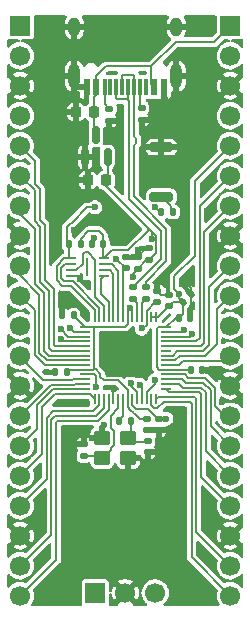
<source format=gbr>
%TF.GenerationSoftware,KiCad,Pcbnew,9.0.3-9.0.3-0~ubuntu24.04.1*%
%TF.CreationDate,2025-09-29T22:07:36-07:00*%
%TF.ProjectId,devboard,64657662-6f61-4726-942e-6b696361645f,rev?*%
%TF.SameCoordinates,Original*%
%TF.FileFunction,Copper,L1,Top*%
%TF.FilePolarity,Positive*%
%FSLAX46Y46*%
G04 Gerber Fmt 4.6, Leading zero omitted, Abs format (unit mm)*
G04 Created by KiCad (PCBNEW 9.0.3-9.0.3-0~ubuntu24.04.1) date 2025-09-29 22:07:36*
%MOMM*%
%LPD*%
G01*
G04 APERTURE LIST*
G04 Aperture macros list*
%AMRoundRect*
0 Rectangle with rounded corners*
0 $1 Rounding radius*
0 $2 $3 $4 $5 $6 $7 $8 $9 X,Y pos of 4 corners*
0 Add a 4 corners polygon primitive as box body*
4,1,4,$2,$3,$4,$5,$6,$7,$8,$9,$2,$3,0*
0 Add four circle primitives for the rounded corners*
1,1,$1+$1,$2,$3*
1,1,$1+$1,$4,$5*
1,1,$1+$1,$6,$7*
1,1,$1+$1,$8,$9*
0 Add four rect primitives between the rounded corners*
20,1,$1+$1,$2,$3,$4,$5,0*
20,1,$1+$1,$4,$5,$6,$7,0*
20,1,$1+$1,$6,$7,$8,$9,0*
20,1,$1+$1,$8,$9,$2,$3,0*%
G04 Aperture macros list end*
%TA.AperFunction,SMDPad,CuDef*%
%ADD10RoundRect,0.140000X-0.140000X-0.170000X0.140000X-0.170000X0.140000X0.170000X-0.140000X0.170000X0*%
%TD*%
%TA.AperFunction,SMDPad,CuDef*%
%ADD11RoundRect,0.135000X-0.185000X0.135000X-0.185000X-0.135000X0.185000X-0.135000X0.185000X0.135000X0*%
%TD*%
%TA.AperFunction,SMDPad,CuDef*%
%ADD12RoundRect,0.140000X0.021213X-0.219203X0.219203X-0.021213X-0.021213X0.219203X-0.219203X0.021213X0*%
%TD*%
%TA.AperFunction,SMDPad,CuDef*%
%ADD13RoundRect,0.140000X0.170000X-0.140000X0.170000X0.140000X-0.170000X0.140000X-0.170000X-0.140000X0*%
%TD*%
%TA.AperFunction,SMDPad,CuDef*%
%ADD14RoundRect,0.225000X0.225000X0.250000X-0.225000X0.250000X-0.225000X-0.250000X0.225000X-0.250000X0*%
%TD*%
%TA.AperFunction,SMDPad,CuDef*%
%ADD15RoundRect,0.140000X0.140000X0.170000X-0.140000X0.170000X-0.140000X-0.170000X0.140000X-0.170000X0*%
%TD*%
%TA.AperFunction,SMDPad,CuDef*%
%ADD16RoundRect,0.140000X-0.170000X0.140000X-0.170000X-0.140000X0.170000X-0.140000X0.170000X0.140000X0*%
%TD*%
%TA.AperFunction,SMDPad,CuDef*%
%ADD17RoundRect,0.250000X0.450000X0.350000X-0.450000X0.350000X-0.450000X-0.350000X0.450000X-0.350000X0*%
%TD*%
%TA.AperFunction,SMDPad,CuDef*%
%ADD18RoundRect,0.135000X-0.135000X-0.185000X0.135000X-0.185000X0.135000X0.185000X-0.135000X0.185000X0*%
%TD*%
%TA.AperFunction,SMDPad,CuDef*%
%ADD19RoundRect,0.200000X-0.800000X0.200000X-0.800000X-0.200000X0.800000X-0.200000X0.800000X0.200000X0*%
%TD*%
%TA.AperFunction,ComponentPad*%
%ADD20R,1.700000X1.700000*%
%TD*%
%TA.AperFunction,ComponentPad*%
%ADD21C,1.700000*%
%TD*%
%TA.AperFunction,SMDPad,CuDef*%
%ADD22RoundRect,0.135000X0.135000X0.185000X-0.135000X0.185000X-0.135000X-0.185000X0.135000X-0.185000X0*%
%TD*%
%TA.AperFunction,SMDPad,CuDef*%
%ADD23R,0.600000X1.450000*%
%TD*%
%TA.AperFunction,SMDPad,CuDef*%
%ADD24R,0.300000X1.450000*%
%TD*%
%TA.AperFunction,HeatsinkPad*%
%ADD25O,1.000000X2.100000*%
%TD*%
%TA.AperFunction,HeatsinkPad*%
%ADD26O,1.000000X1.600000*%
%TD*%
%TA.AperFunction,SMDPad,CuDef*%
%ADD27RoundRect,0.150000X0.150000X-0.587500X0.150000X0.587500X-0.150000X0.587500X-0.150000X-0.587500X0*%
%TD*%
%TA.AperFunction,SMDPad,CuDef*%
%ADD28RoundRect,0.062500X-0.387500X-0.062500X0.387500X-0.062500X0.387500X0.062500X-0.387500X0.062500X0*%
%TD*%
%TA.AperFunction,HeatsinkPad*%
%ADD29R,0.200000X1.600000*%
%TD*%
%TA.AperFunction,SMDPad,CuDef*%
%ADD30RoundRect,0.050000X-0.387500X-0.050000X0.387500X-0.050000X0.387500X0.050000X-0.387500X0.050000X0*%
%TD*%
%TA.AperFunction,SMDPad,CuDef*%
%ADD31RoundRect,0.050000X-0.050000X-0.387500X0.050000X-0.387500X0.050000X0.387500X-0.050000X0.387500X0*%
%TD*%
%TA.AperFunction,HeatsinkPad*%
%ADD32R,3.200000X3.200000*%
%TD*%
%TA.AperFunction,ViaPad*%
%ADD33C,0.600000*%
%TD*%
%TA.AperFunction,Conductor*%
%ADD34C,0.200000*%
%TD*%
G04 APERTURE END LIST*
D10*
%TO.P,C8,2*%
%TO.N,GND*%
X158885000Y-108175000D03*
%TO.P,C8,1*%
%TO.N,+3V3*%
X157925000Y-108175000D03*
%TD*%
D11*
%TO.P,R3,2*%
%TO.N,Net-(U1-USB_DP)*%
X154050000Y-106600000D03*
%TO.P,R3,1*%
%TO.N,USB_D+*%
X154050000Y-105580000D03*
%TD*%
D12*
%TO.P,C1,2*%
%TO.N,GND*%
X158914411Y-106185589D03*
%TO.P,C1,1*%
%TO.N,+3V3*%
X158235589Y-106864411D03*
%TD*%
D13*
%TO.P,C16,2*%
%TO.N,Net-(C16-Pad2)*%
X155300000Y-118620000D03*
%TO.P,C16,1*%
%TO.N,GND*%
X155300000Y-119580000D03*
%TD*%
%TO.P,C6,1*%
%TO.N,+3V3*%
X154425000Y-104030000D03*
%TO.P,C6,2*%
%TO.N,GND*%
X154425000Y-103070000D03*
%TD*%
%TO.P,C5,1*%
%TO.N,+3V3*%
X157075000Y-107230000D03*
%TO.P,C5,2*%
%TO.N,GND*%
X157075000Y-106270000D03*
%TD*%
D14*
%TO.P,C13,1*%
%TO.N,VBUS*%
X150740000Y-90780000D03*
%TO.P,C13,2*%
%TO.N,GND*%
X149190000Y-90780000D03*
%TD*%
D15*
%TO.P,C4,1*%
%TO.N,+3V3*%
X149005000Y-108000000D03*
%TO.P,C4,2*%
%TO.N,GND*%
X148045000Y-108000000D03*
%TD*%
D16*
%TO.P,C2,1*%
%TO.N,+3V3*%
X155175000Y-116750000D03*
%TO.P,C2,2*%
%TO.N,GND*%
X155175000Y-117710000D03*
%TD*%
D17*
%TO.P,Y1,1,1*%
%TO.N,Net-(C16-Pad2)*%
X153625000Y-118380000D03*
%TO.P,Y1,2,2*%
%TO.N,GND*%
X151425000Y-118380000D03*
%TO.P,Y1,3,3*%
%TO.N,XIN*%
X151425000Y-120080000D03*
%TO.P,Y1,4,4*%
%TO.N,GND*%
X153625000Y-120080000D03*
%TD*%
D13*
%TO.P,C7,1*%
%TO.N,+3V3*%
X155385000Y-103290000D03*
%TO.P,C7,2*%
%TO.N,GND*%
X155385000Y-102330000D03*
%TD*%
D18*
%TO.P,R7,1*%
%TO.N,QSPI_SS*%
X148585000Y-101970000D03*
%TO.P,R7,2*%
%TO.N,+3V3*%
X149605000Y-101970000D03*
%TD*%
D16*
%TO.P,C15,1*%
%TO.N,GND*%
X149875000Y-118920000D03*
%TO.P,C15,2*%
%TO.N,XIN*%
X149875000Y-119880000D03*
%TD*%
D18*
%TO.P,R6,1*%
%TO.N,QSPI_SS*%
X156390000Y-99250000D03*
%TO.P,R6,2*%
%TO.N,Net-(R6-Pad2)*%
X157410000Y-99250000D03*
%TD*%
D13*
%TO.P,C11,1*%
%TO.N,+1V1*%
X156100000Y-106900000D03*
%TO.P,C11,2*%
%TO.N,GND*%
X156100000Y-105940000D03*
%TD*%
D16*
%TO.P,C10,1*%
%TO.N,+1V1*%
X156215000Y-116760000D03*
%TO.P,C10,2*%
%TO.N,GND*%
X156215000Y-117720000D03*
%TD*%
D19*
%TO.P,SW1,1,1*%
%TO.N,GND*%
X156425000Y-93750000D03*
%TO.P,SW1,2,2*%
%TO.N,Net-(R6-Pad2)*%
X156425000Y-97950000D03*
%TD*%
D20*
%TO.P,J4,1,Pin_1*%
%TO.N,SWCLK*%
X150835000Y-131490000D03*
D21*
%TO.P,J4,2,Pin_2*%
%TO.N,GND*%
X153375000Y-131490000D03*
%TO.P,J4,3,Pin_3*%
%TO.N,SWD*%
X155915000Y-131490000D03*
%TD*%
D22*
%TO.P,R5,1*%
%TO.N,Net-(C16-Pad2)*%
X153825000Y-116910000D03*
%TO.P,R5,2*%
%TO.N,XOUT*%
X152805000Y-116910000D03*
%TD*%
D14*
%TO.P,C14,1*%
%TO.N,+3V3*%
X151750000Y-96550000D03*
%TO.P,C14,2*%
%TO.N,GND*%
X150200000Y-96550000D03*
%TD*%
D11*
%TO.P,R2,1*%
%TO.N,Net-(J1-CC1)*%
X154765000Y-90410000D03*
%TO.P,R2,2*%
%TO.N,GND*%
X154765000Y-91430000D03*
%TD*%
D23*
%TO.P,J1,A1,GND*%
%TO.N,GND*%
X156625000Y-88645000D03*
%TO.P,J1,A4,VBUS*%
%TO.N,VBUS*%
X155825000Y-88645000D03*
D24*
%TO.P,J1,A5,CC1*%
%TO.N,Net-(J1-CC1)*%
X154625000Y-88645000D03*
%TO.P,J1,A6,D+*%
%TO.N,USB_D+*%
X153625000Y-88645000D03*
%TO.P,J1,A7,D-*%
%TO.N,USB_D-*%
X153125000Y-88645000D03*
%TO.P,J1,A8*%
%TO.N,N/C*%
X152125000Y-88645000D03*
D23*
%TO.P,J1,A9,VBUS*%
%TO.N,VBUS*%
X150925000Y-88645000D03*
%TO.P,J1,A12,GND*%
%TO.N,GND*%
X150125000Y-88645000D03*
%TO.P,J1,B1,GND*%
X150125000Y-88645000D03*
%TO.P,J1,B4,VBUS*%
%TO.N,VBUS*%
X150925000Y-88645000D03*
D24*
%TO.P,J1,B5,CC2*%
%TO.N,Net-(J1-CC2)*%
X151625000Y-88645000D03*
%TO.P,J1,B6,D+*%
%TO.N,USB_D+*%
X152625000Y-88645000D03*
%TO.P,J1,B7,D-*%
%TO.N,USB_D-*%
X154125000Y-88645000D03*
%TO.P,J1,B8*%
%TO.N,N/C*%
X155125000Y-88645000D03*
D23*
%TO.P,J1,B9,VBUS*%
%TO.N,VBUS*%
X155825000Y-88645000D03*
%TO.P,J1,B12,GND*%
%TO.N,GND*%
X156625000Y-88645000D03*
D25*
%TO.P,J1,S1,SHIELD*%
X157695000Y-87730000D03*
D26*
X157695000Y-83550000D03*
D25*
X149055000Y-87730000D03*
D26*
X149055000Y-83550000D03*
%TD*%
D10*
%TO.P,C9,1*%
%TO.N,+3V3*%
X158915000Y-112580000D03*
%TO.P,C9,2*%
%TO.N,GND*%
X159875000Y-112580000D03*
%TD*%
D20*
%TO.P,J3,1,Pin_1*%
%TO.N,VBUS*%
X162265000Y-83470000D03*
D21*
%TO.P,J3,2,Pin_2*%
%TO.N,GPIO29_ADC3*%
X162265000Y-86010000D03*
%TO.P,J3,3,Pin_3*%
%TO.N,GND*%
X162265000Y-88550000D03*
%TO.P,J3,4,Pin_4*%
%TO.N,GPIO28_ADC2*%
X162265000Y-91090000D03*
%TO.P,J3,5,Pin_5*%
%TO.N,+3V3*%
X162265000Y-93630000D03*
%TO.P,J3,6,Pin_6*%
%TO.N,GPIO27_ADC1*%
X162265000Y-96170000D03*
%TO.P,J3,7,Pin_7*%
%TO.N,GPIO26_ADC0*%
X162265000Y-98710000D03*
%TO.P,J3,8,Pin_8*%
%TO.N,GND*%
X162265000Y-101250000D03*
%TO.P,J3,9,Pin_9*%
%TO.N,GPIO24*%
X162265000Y-103790000D03*
%TO.P,J3,10,Pin_10*%
%TO.N,GPIO23*%
X162265000Y-106330000D03*
%TO.P,J3,11,Pin_11*%
%TO.N,RUN*%
X162265000Y-108870000D03*
%TO.P,J3,12,Pin_12*%
%TO.N,GPIO22*%
X162265000Y-111410000D03*
%TO.P,J3,13,Pin_13*%
%TO.N,GND*%
X162265000Y-113950000D03*
%TO.P,J3,14,Pin_14*%
%TO.N,GPIO21*%
X162265000Y-116490000D03*
%TO.P,J3,15,Pin_15*%
%TO.N,GPIO20*%
X162265000Y-119030000D03*
%TO.P,J3,16,Pin_16*%
%TO.N,GPIO19*%
X162265000Y-121570000D03*
%TO.P,J3,17,Pin_17*%
%TO.N,GPIO18*%
X162265000Y-124110000D03*
%TO.P,J3,18,Pin_18*%
%TO.N,GND*%
X162265000Y-126650000D03*
%TO.P,J3,19,Pin_19*%
%TO.N,GPIO17*%
X162265000Y-129190000D03*
%TO.P,J3,20,Pin_20*%
%TO.N,GPIO16*%
X162265000Y-131730000D03*
%TD*%
D11*
%TO.P,R1,1*%
%TO.N,Net-(J1-CC2)*%
X152025000Y-90480000D03*
%TO.P,R1,2*%
%TO.N,GND*%
X152025000Y-91500000D03*
%TD*%
D13*
%TO.P,C12,1*%
%TO.N,+1V1*%
X153400000Y-104025000D03*
%TO.P,C12,2*%
%TO.N,GND*%
X153400000Y-103065000D03*
%TD*%
D15*
%TO.P,C17,1*%
%TO.N,+3V3*%
X151505000Y-101950000D03*
%TO.P,C17,2*%
%TO.N,GND*%
X150545000Y-101950000D03*
%TD*%
D20*
%TO.P,J2,1,Pin_1*%
%TO.N,GPIO0*%
X144485000Y-83470000D03*
D21*
%TO.P,J2,2,Pin_2*%
%TO.N,GPIO1*%
X144485000Y-86010000D03*
%TO.P,J2,3,Pin_3*%
%TO.N,GND*%
X144485000Y-88550000D03*
%TO.P,J2,4,Pin_4*%
%TO.N,GPIO2*%
X144485000Y-91090000D03*
%TO.P,J2,5,Pin_5*%
%TO.N,GPIO3*%
X144485000Y-93630000D03*
%TO.P,J2,6,Pin_6*%
%TO.N,GPIO4*%
X144485000Y-96170000D03*
%TO.P,J2,7,Pin_7*%
%TO.N,GPIO5*%
X144485000Y-98710000D03*
%TO.P,J2,8,Pin_8*%
%TO.N,GND*%
X144485000Y-101250000D03*
%TO.P,J2,9,Pin_9*%
%TO.N,GPIO6*%
X144485000Y-103790000D03*
%TO.P,J2,10,Pin_10*%
%TO.N,GPIO7*%
X144485000Y-106330000D03*
%TO.P,J2,11,Pin_11*%
%TO.N,GPIO8*%
X144485000Y-108870000D03*
%TO.P,J2,12,Pin_12*%
%TO.N,GPIO9*%
X144485000Y-111410000D03*
%TO.P,J2,13,Pin_13*%
%TO.N,GND*%
X144485000Y-113950000D03*
%TO.P,J2,14,Pin_14*%
%TO.N,GPIO10*%
X144485000Y-116490000D03*
%TO.P,J2,15,Pin_15*%
%TO.N,GPIO11*%
X144485000Y-119030000D03*
%TO.P,J2,16,Pin_16*%
%TO.N,GPIO12*%
X144485000Y-121570000D03*
%TO.P,J2,17,Pin_17*%
%TO.N,GPIO13*%
X144485000Y-124110000D03*
%TO.P,J2,18,Pin_18*%
%TO.N,GND*%
X144485000Y-126650000D03*
%TO.P,J2,19,Pin_19*%
%TO.N,GPIO14*%
X144485000Y-129190000D03*
%TO.P,J2,20,Pin_20*%
%TO.N,GPIO15*%
X144485000Y-131730000D03*
%TD*%
D27*
%TO.P,U2,1,GND*%
%TO.N,GND*%
X149975000Y-94587500D03*
%TO.P,U2,2,VO*%
%TO.N,+3V3*%
X151875000Y-94587500D03*
%TO.P,U2,3,VI*%
%TO.N,VBUS*%
X150925000Y-92712500D03*
%TD*%
D15*
%TO.P,C3,1*%
%TO.N,+3V3*%
X148405000Y-112830000D03*
%TO.P,C3,2*%
%TO.N,GND*%
X147445000Y-112830000D03*
%TD*%
D28*
%TO.P,U4,1,~{CS}*%
%TO.N,QSPI_SS*%
X148750000Y-103175000D03*
%TO.P,U4,2,DO/IO_{1}*%
%TO.N,QSPI_SD1*%
X148750000Y-103675000D03*
%TO.P,U4,3,~{WP}/IO_{2}*%
%TO.N,QSPI_SD2*%
X148750000Y-104175000D03*
%TO.P,U4,4,GND*%
%TO.N,GND*%
X148750000Y-104675000D03*
%TO.P,U4,5,DI/IO_{0}*%
%TO.N,QSPI_SD0*%
X151600000Y-104675000D03*
%TO.P,U4,6,CLK*%
%TO.N,QSPI_SCLK*%
X151600000Y-104175000D03*
%TO.P,U4,7,~{HOLD}/~{RESET}/IO_{3}*%
%TO.N,QSPI_SD3*%
X151600000Y-103675000D03*
%TO.P,U4,8,VCC*%
%TO.N,+3V3*%
X151600000Y-103175000D03*
D29*
%TO.P,U4,9*%
%TO.N,N/C*%
X150175000Y-103925000D03*
%TD*%
D30*
%TO.P,U1,1,IOVDD*%
%TO.N,+3V3*%
X149937500Y-109000000D03*
%TO.P,U1,2,GPIO0*%
%TO.N,GPIO0*%
X149937500Y-109400000D03*
%TO.P,U1,3,GPIO1*%
%TO.N,GPIO1*%
X149937500Y-109800000D03*
%TO.P,U1,4,GPIO2*%
%TO.N,GPIO2*%
X149937500Y-110200000D03*
%TO.P,U1,5,GPIO3*%
%TO.N,GPIO3*%
X149937500Y-110600000D03*
%TO.P,U1,6,GPIO4*%
%TO.N,GPIO4*%
X149937500Y-111000000D03*
%TO.P,U1,7,GPIO5*%
%TO.N,GPIO5*%
X149937500Y-111400000D03*
%TO.P,U1,8,GPIO6*%
%TO.N,GPIO6*%
X149937500Y-111800000D03*
%TO.P,U1,9,GPIO7*%
%TO.N,GPIO7*%
X149937500Y-112200000D03*
%TO.P,U1,10,IOVDD*%
%TO.N,+3V3*%
X149937500Y-112600000D03*
%TO.P,U1,11,GPIO8*%
%TO.N,GPIO8*%
X149937500Y-113000000D03*
%TO.P,U1,12,GPIO9*%
%TO.N,GPIO9*%
X149937500Y-113400000D03*
%TO.P,U1,13,GPIO10*%
%TO.N,GPIO10*%
X149937500Y-113800000D03*
%TO.P,U1,14,GPIO11*%
%TO.N,GPIO11*%
X149937500Y-114200000D03*
D31*
%TO.P,U1,15,GPIO12*%
%TO.N,GPIO12*%
X150775000Y-115037500D03*
%TO.P,U1,16,GPIO13*%
%TO.N,GPIO13*%
X151175000Y-115037500D03*
%TO.P,U1,17,GPIO14*%
%TO.N,GPIO14*%
X151575000Y-115037500D03*
%TO.P,U1,18,GPIO15*%
%TO.N,GPIO15*%
X151975000Y-115037500D03*
%TO.P,U1,19,TESTEN*%
%TO.N,GND*%
X152375000Y-115037500D03*
%TO.P,U1,20,XIN*%
%TO.N,XIN*%
X152775000Y-115037500D03*
%TO.P,U1,21,XOUT*%
%TO.N,XOUT*%
X153175000Y-115037500D03*
%TO.P,U1,22,IOVDD*%
%TO.N,+3V3*%
X153575000Y-115037500D03*
%TO.P,U1,23,DVDD*%
%TO.N,+1V1*%
X153975000Y-115037500D03*
%TO.P,U1,24,SWCLK*%
%TO.N,SWCLK*%
X154375000Y-115037500D03*
%TO.P,U1,25,SWD*%
%TO.N,SWD*%
X154775000Y-115037500D03*
%TO.P,U1,26,RUN*%
%TO.N,RUN*%
X155175000Y-115037500D03*
%TO.P,U1,27,GPIO16*%
%TO.N,GPIO16*%
X155575000Y-115037500D03*
%TO.P,U1,28,GPIO17*%
%TO.N,GPIO17*%
X155975000Y-115037500D03*
D30*
%TO.P,U1,29,GPIO18*%
%TO.N,GPIO18*%
X156812500Y-114200000D03*
%TO.P,U1,30,GPIO19*%
%TO.N,GPIO19*%
X156812500Y-113800000D03*
%TO.P,U1,31,GPIO20*%
%TO.N,GPIO20*%
X156812500Y-113400000D03*
%TO.P,U1,32,GPIO21*%
%TO.N,GPIO21*%
X156812500Y-113000000D03*
%TO.P,U1,33,IOVDD*%
%TO.N,+3V3*%
X156812500Y-112600000D03*
%TO.P,U1,34,GPIO22*%
%TO.N,GPIO22*%
X156812500Y-112200000D03*
%TO.P,U1,35,GPIO23*%
%TO.N,GPIO23*%
X156812500Y-111800000D03*
%TO.P,U1,36,GPIO24*%
%TO.N,GPIO24*%
X156812500Y-111400000D03*
%TO.P,U1,37,GPIO25*%
%TO.N,unconnected-(U1-GPIO25-Pad37)*%
X156812500Y-111000000D03*
%TO.P,U1,38,GPIO26_ADC0*%
%TO.N,GPIO26_ADC0*%
X156812500Y-110600000D03*
%TO.P,U1,39,GPIO27_ADC1*%
%TO.N,GPIO27_ADC1*%
X156812500Y-110200000D03*
%TO.P,U1,40,GPIO28_ADC2*%
%TO.N,GPIO28_ADC2*%
X156812500Y-109800000D03*
%TO.P,U1,41,GPIO29_ADC3*%
%TO.N,GPIO29_ADC3*%
X156812500Y-109400000D03*
%TO.P,U1,42,IOVDD*%
%TO.N,+3V3*%
X156812500Y-109000000D03*
D31*
%TO.P,U1,43,ADC_AVDD*%
X155975000Y-108162500D03*
%TO.P,U1,44,VREG_IN*%
X155575000Y-108162500D03*
%TO.P,U1,45,VREG_VOUT*%
%TO.N,+1V1*%
X155175000Y-108162500D03*
%TO.P,U1,46,USB_DM*%
%TO.N,Net-(U1-USB_DM)*%
X154775000Y-108162500D03*
%TO.P,U1,47,USB_DP*%
%TO.N,Net-(U1-USB_DP)*%
X154375000Y-108162500D03*
%TO.P,U1,48,USB_VDD*%
%TO.N,+3V3*%
X153975000Y-108162500D03*
%TO.P,U1,49,IOVDD*%
X153575000Y-108162500D03*
%TO.P,U1,50,DVDD*%
%TO.N,+1V1*%
X153175000Y-108162500D03*
%TO.P,U1,51,QSPI_SD3*%
%TO.N,QSPI_SD3*%
X152775000Y-108162500D03*
%TO.P,U1,52,QSPI_SCLK*%
%TO.N,QSPI_SCLK*%
X152375000Y-108162500D03*
%TO.P,U1,53,QSPI_SD0*%
%TO.N,QSPI_SD0*%
X151975000Y-108162500D03*
%TO.P,U1,54,QSPI_SD2*%
%TO.N,QSPI_SD2*%
X151575000Y-108162500D03*
%TO.P,U1,55,QSPI_SD1*%
%TO.N,QSPI_SD1*%
X151175000Y-108162500D03*
%TO.P,U1,56,QSPI_SS*%
%TO.N,QSPI_SS*%
X150775000Y-108162500D03*
D32*
%TO.P,U1,57,GND*%
%TO.N,GND*%
X153375000Y-111600000D03*
%TD*%
D11*
%TO.P,R4,2*%
%TO.N,Net-(U1-USB_DM)*%
X155100000Y-106600000D03*
%TO.P,R4,1*%
%TO.N,USB_D-*%
X155100000Y-105580000D03*
%TD*%
D33*
%TO.N,GND*%
X156800000Y-84700000D03*
X159500000Y-83600000D03*
X156700000Y-89700000D03*
X154486736Y-102486736D03*
X151535000Y-117288527D03*
X163000000Y-115200000D03*
X161595000Y-115300000D03*
X156900000Y-104400000D03*
X158325000Y-105100000D03*
X160415000Y-112706441D03*
X146733008Y-112800000D03*
X153425000Y-109750000D03*
X151425000Y-111550000D03*
%TO.N,SWCLK*%
X153823528Y-113699999D03*
%TO.N,SWD*%
X154608101Y-113884572D03*
%TO.N,+1V1*%
X156825000Y-116750000D03*
X154763561Y-109100000D03*
X152590002Y-103207591D03*
%TO.N,QSPI_SS*%
X150825000Y-98850000D03*
X155871726Y-98850000D03*
%TO.N,GND*%
X146225000Y-94150000D03*
X155363561Y-112450000D03*
X150025000Y-107850000D03*
X155363561Y-111250000D03*
X153625000Y-101650000D03*
X148825000Y-106750000D03*
X157725000Y-116450000D03*
X157700000Y-103200000D03*
X148925000Y-96050000D03*
X146425000Y-96050000D03*
X151525000Y-109950000D03*
X152825000Y-93850000D03*
X148425000Y-117950000D03*
X153375000Y-111600000D03*
X150690446Y-101450000D03*
X152825000Y-95750000D03*
X148925000Y-94150000D03*
X152387649Y-114214932D03*
X149025000Y-100750000D03*
X148925000Y-95050000D03*
X152825000Y-94750000D03*
X149579265Y-104895735D03*
X155363561Y-110050000D03*
%TO.N,+3V3*%
X157885000Y-106153231D03*
X153775000Y-107364082D03*
X155645000Y-101550000D03*
X153999387Y-104782083D03*
%TO.N,GPIO8*%
X150866075Y-114051021D03*
%TO.N,GPIO1*%
X147939263Y-109175734D03*
%TO.N,GPIO0*%
X148735053Y-109093738D03*
%TO.N,GPIO2*%
X147915000Y-110000000D03*
%TO.N,GPIO29_ADC3*%
X158373236Y-109193049D03*
%TO.N,GPIO28_ADC2*%
X159062000Y-109600000D03*
%TO.N,RUN*%
X155876180Y-113489257D03*
%TD*%
D34*
%TO.N,GND*%
X156625000Y-89625000D02*
X156700000Y-89700000D01*
X156625000Y-88645000D02*
X156625000Y-89625000D01*
X154425000Y-102548472D02*
X154486736Y-102486736D01*
X154425000Y-103070000D02*
X154425000Y-102548472D01*
X154425000Y-103070000D02*
X153405000Y-103070000D01*
X153405000Y-103070000D02*
X153400000Y-103065000D01*
X155385000Y-102330000D02*
X155165000Y-102330000D01*
X155165000Y-102330000D02*
X154425000Y-103070000D01*
%TO.N,XIN*%
X149875000Y-119710000D02*
X150065000Y-119900000D01*
X150065000Y-119900000D02*
X151245000Y-119900000D01*
X151245000Y-119900000D02*
X151425000Y-120080000D01*
%TO.N,GND*%
X151425000Y-117398527D02*
X151535000Y-117288527D01*
X157075000Y-106270000D02*
X157075000Y-104575000D01*
X157075000Y-104575000D02*
X156900000Y-104400000D01*
X156215000Y-117720000D02*
X155185000Y-117720000D01*
X155185000Y-117720000D02*
X155175000Y-117710000D01*
X162900000Y-115300000D02*
X163000000Y-115200000D01*
X161595000Y-115300000D02*
X162900000Y-115300000D01*
X148045000Y-108000000D02*
X148045000Y-107530000D01*
X148045000Y-107530000D02*
X148825000Y-106750000D01*
X162265000Y-113950000D02*
X162265000Y-114630000D01*
%TO.N,GPIO21*%
X156812500Y-113000000D02*
X158397450Y-113000000D01*
X160995000Y-114170000D02*
X160995000Y-115695000D01*
X161790000Y-116490000D02*
X162265000Y-116490000D01*
X158397450Y-113000000D02*
X158697450Y-113300000D01*
X158697450Y-113300000D02*
X160125000Y-113300000D01*
X160995000Y-115695000D02*
X161790000Y-116490000D01*
X160125000Y-113300000D02*
X160995000Y-114170000D01*
%TO.N,+3V3*%
X155655000Y-100930000D02*
X155312500Y-100587500D01*
X155312500Y-100812443D02*
X155312500Y-100587500D01*
X151600000Y-103175000D02*
X152291000Y-102484000D01*
X152291000Y-102484000D02*
X153640943Y-102484000D01*
X153640943Y-102484000D02*
X155312500Y-100812443D01*
%TO.N,GND*%
X156100000Y-105200000D02*
X156900000Y-104400000D01*
X156100000Y-105940000D02*
X156100000Y-105200000D01*
%TO.N,+3V3*%
X157885000Y-106153231D02*
X157686000Y-105954231D01*
X157686000Y-105954231D02*
X157686000Y-105943450D01*
X159261000Y-96634000D02*
X162265000Y-93630000D01*
X157686000Y-105943450D02*
X157500000Y-105757450D01*
X157500000Y-104700000D02*
X159261000Y-102939000D01*
X159261000Y-102939000D02*
X159261000Y-96634000D01*
X157500000Y-105757450D02*
X157500000Y-104700000D01*
%TO.N,GND*%
X157075000Y-106270000D02*
X156430000Y-106270000D01*
X156430000Y-106270000D02*
X156100000Y-105940000D01*
X158914411Y-106185589D02*
X158914411Y-107085589D01*
X158914411Y-107085589D02*
X158885000Y-107115000D01*
X158885000Y-107115000D02*
X158885000Y-108175000D01*
X160288559Y-112580000D02*
X160415000Y-112706441D01*
X159875000Y-112580000D02*
X160288559Y-112580000D01*
X146763008Y-112830000D02*
X146733008Y-112800000D01*
X147445000Y-112830000D02*
X146763008Y-112830000D01*
%TO.N,+3V3*%
X156812500Y-112600000D02*
X156237439Y-112600000D01*
X156237439Y-112600000D02*
X156026000Y-112388561D01*
X156026000Y-112388561D02*
X156026000Y-109149000D01*
X156026000Y-109149000D02*
X156175000Y-109000000D01*
X156175000Y-109000000D02*
X156812500Y-109000000D01*
%TO.N,SWD*%
X154608101Y-113884572D02*
X154775000Y-114051470D01*
X154775000Y-114051470D02*
X154775000Y-115037500D01*
%TO.N,SWCLK*%
X153823528Y-113948528D02*
X153823528Y-113699999D01*
X154375000Y-114500000D02*
X153823528Y-113948528D01*
X154375000Y-115037500D02*
X154375000Y-114500000D01*
%TO.N,+1V1*%
X156815000Y-116760000D02*
X156825000Y-116750000D01*
X156215000Y-116760000D02*
X156815000Y-116760000D01*
%TO.N,RUN*%
X155876180Y-113489257D02*
X155876180Y-113798820D01*
X155175000Y-114500000D02*
X155175000Y-115037500D01*
X155876180Y-113798820D02*
X155175000Y-114500000D01*
%TO.N,GPIO8*%
X150875000Y-114042096D02*
X150875000Y-113125342D01*
X150875000Y-113125342D02*
X150749658Y-113000000D01*
X150866075Y-114051021D02*
X150875000Y-114042096D01*
X150749658Y-113000000D02*
X149937500Y-113000000D01*
%TO.N,GND*%
X152387649Y-114214932D02*
X152375000Y-114227581D01*
X152375000Y-114227581D02*
X152375000Y-115037500D01*
%TO.N,+3V3*%
X153326000Y-108949000D02*
X150725000Y-108949000D01*
X149937500Y-112600000D02*
X150675000Y-112600000D01*
X150675000Y-112600000D02*
X150725000Y-112550000D01*
X150725000Y-112550000D02*
X150725000Y-108949000D01*
X153575000Y-108162500D02*
X153575000Y-108700000D01*
X153575000Y-108700000D02*
X153326000Y-108949000D01*
X150725000Y-108949000D02*
X149988500Y-108949000D01*
X149988500Y-108949000D02*
X149937500Y-109000000D01*
%TO.N,+1V1*%
X155175000Y-108162500D02*
X155175000Y-108800000D01*
X155175000Y-108800000D02*
X154875000Y-109100000D01*
X154875000Y-109100000D02*
X154763561Y-109100000D01*
X153400000Y-104025000D02*
X153400000Y-104017589D01*
X153400000Y-104017589D02*
X152590002Y-103207591D01*
%TO.N,QSPI_SS*%
X150124997Y-98850000D02*
X148824997Y-100150000D01*
X148424000Y-100501057D02*
X148424000Y-101809000D01*
X150825000Y-98850000D02*
X150124997Y-98850000D01*
X148824997Y-100150000D02*
X148775057Y-100150000D01*
X148775057Y-100150000D02*
X148424000Y-100501057D01*
X148424000Y-101809000D02*
X148585000Y-101970000D01*
X156205000Y-99250000D02*
X156205000Y-99183274D01*
X156205000Y-99183274D02*
X155871726Y-98850000D01*
%TO.N,Net-(R6-Pad2)*%
X157225000Y-99250000D02*
X157225000Y-98750000D01*
X157225000Y-98750000D02*
X156425000Y-97950000D01*
%TO.N,GND*%
X150545000Y-101595446D02*
X150690446Y-101450000D01*
X150545000Y-101950000D02*
X150545000Y-101595446D01*
X148750000Y-104675000D02*
X149358530Y-104675000D01*
X149358530Y-104675000D02*
X149579265Y-104895735D01*
%TO.N,+3V3*%
X149005000Y-108000000D02*
X149005000Y-108067500D01*
X157637500Y-108175000D02*
X156812500Y-109000000D01*
X155996000Y-101271000D02*
X155655000Y-100930000D01*
X153999387Y-104455613D02*
X154425000Y-104030000D01*
X155575000Y-108162500D02*
X156142500Y-108162500D01*
X149005000Y-108067500D02*
X149937500Y-109000000D01*
X151750000Y-97025000D02*
X151750000Y-96550000D01*
X156142500Y-108162500D02*
X157075000Y-107230000D01*
X155312500Y-100587500D02*
X151750000Y-97025000D01*
X149937500Y-112600000D02*
X148635000Y-112600000D01*
X158235589Y-106864411D02*
X158235589Y-107864411D01*
X157885000Y-106513822D02*
X158235589Y-106864411D01*
X154104000Y-116289000D02*
X154106900Y-116289000D01*
X153575000Y-115760000D02*
X153795000Y-115980000D01*
X158895000Y-112600000D02*
X158915000Y-112580000D01*
X155385000Y-103290000D02*
X155996000Y-102679000D01*
X155655000Y-101540000D02*
X155645000Y-101550000D01*
X153975000Y-107564082D02*
X153775000Y-107364082D01*
X151505000Y-101950000D02*
X151505000Y-101229105D01*
X153575000Y-115037500D02*
X153575000Y-115760000D01*
X151875000Y-94587500D02*
X151875000Y-96425000D01*
X155345000Y-103290000D02*
X155165000Y-103290000D01*
X155175000Y-116750000D02*
X154605340Y-116750000D01*
X151505000Y-103080000D02*
X151600000Y-103175000D01*
X151505000Y-101950000D02*
X151505000Y-103080000D01*
X157885000Y-106153231D02*
X157885000Y-106513822D01*
X155165000Y-103290000D02*
X154425000Y-104030000D01*
X158235589Y-106864411D02*
X157440589Y-106864411D01*
X157440589Y-106864411D02*
X157075000Y-107230000D01*
X153575000Y-107564082D02*
X153775000Y-107364082D01*
X151875000Y-96425000D02*
X151750000Y-96550000D01*
X151125895Y-100850000D02*
X150255000Y-100850000D01*
X153795000Y-115980000D02*
X154104000Y-116289000D01*
X154605340Y-116750000D02*
X154186340Y-116331000D01*
X150255000Y-100850000D02*
X149605000Y-101500000D01*
X155655000Y-100930000D02*
X155655000Y-101540000D01*
X158235589Y-107864411D02*
X157925000Y-108175000D01*
X156812500Y-112600000D02*
X158895000Y-112600000D01*
X148635000Y-112600000D02*
X148405000Y-112830000D01*
X153999387Y-104782083D02*
X153999387Y-104455613D01*
X149605000Y-101500000D02*
X149605000Y-101970000D01*
X153575000Y-108162500D02*
X153575000Y-107564082D01*
X155996000Y-102679000D02*
X155996000Y-101271000D01*
X157925000Y-108175000D02*
X157637500Y-108175000D01*
X151505000Y-101229105D02*
X151125895Y-100850000D01*
X153975000Y-108162500D02*
X153975000Y-107564082D01*
%TO.N,+1V1*%
X156157900Y-116760000D02*
X156215000Y-116760000D01*
X153975000Y-115590000D02*
X154315000Y-115930000D01*
X155175000Y-107590000D02*
X155865000Y-106900000D01*
X155175000Y-108162500D02*
X155175000Y-107590000D01*
X155865000Y-106900000D02*
X156100000Y-106900000D01*
X155327900Y-115930000D02*
X156157900Y-116760000D01*
X153175000Y-104250000D02*
X153400000Y-104025000D01*
X153975000Y-115037500D02*
X153975000Y-115590000D01*
X154315000Y-115930000D02*
X155327900Y-115930000D01*
X153175000Y-108162500D02*
X153175000Y-104250000D01*
%TO.N,VBUS*%
X150925000Y-89320000D02*
X150740000Y-89505000D01*
X150925000Y-87720000D02*
X150925000Y-88645000D01*
X150740000Y-92527500D02*
X150925000Y-92712500D01*
X150925000Y-88645000D02*
X150925000Y-89320000D01*
X157649992Y-84859000D02*
X160876000Y-84859000D01*
X150740000Y-90780000D02*
X150740000Y-92527500D01*
X155589000Y-88409000D02*
X155589000Y-86919992D01*
X155825000Y-88645000D02*
X155589000Y-88409000D01*
X151725008Y-86919992D02*
X150925000Y-87720000D01*
X155589000Y-86919992D02*
X151725008Y-86919992D01*
X160876000Y-84859000D02*
X162265000Y-83470000D01*
X150740000Y-89505000D02*
X150740000Y-90780000D01*
X155589000Y-86919992D02*
X157649992Y-84859000D01*
%TO.N,XIN*%
X152426000Y-117794840D02*
X152426000Y-118965160D01*
X152135000Y-116480000D02*
X152135000Y-117503840D01*
X152426000Y-118965160D02*
X152135000Y-119256160D01*
X152135000Y-117503840D02*
X152426000Y-117794840D01*
X152135000Y-119370000D02*
X151425000Y-120080000D01*
X152135000Y-119256160D02*
X152135000Y-119370000D01*
X152775000Y-115840000D02*
X152135000Y-116480000D01*
X152775000Y-115037500D02*
X152775000Y-115840000D01*
%TO.N,Net-(C16-Pad2)*%
X153825000Y-116910000D02*
X153825000Y-118180000D01*
X153995000Y-118750000D02*
X153625000Y-118380000D01*
X155175000Y-118750000D02*
X153995000Y-118750000D01*
X153825000Y-118180000D02*
X153625000Y-118380000D01*
%TO.N,Net-(J1-CC1)*%
X154625000Y-90270000D02*
X154765000Y-90410000D01*
X154625000Y-88645000D02*
X154625000Y-90270000D01*
%TO.N,Net-(J1-CC2)*%
X151625000Y-88645000D02*
X151625000Y-90080000D01*
X151625000Y-90080000D02*
X152025000Y-90480000D01*
%TO.N,GPIO12*%
X150775000Y-115037500D02*
X150399500Y-114662000D01*
X150399500Y-114662000D02*
X147447200Y-114662000D01*
X146324550Y-115784650D02*
X146324550Y-119730450D01*
X146324550Y-119730450D02*
X144485000Y-121570000D01*
X147447200Y-114662000D02*
X146324550Y-115784650D01*
%TO.N,GPIO6*%
X144485000Y-104610000D02*
X144485000Y-103790000D01*
X146106000Y-106231000D02*
X144485000Y-104610000D01*
X146106000Y-111151000D02*
X146106000Y-106231000D01*
X149937500Y-111800000D02*
X146755000Y-111800000D01*
X146755000Y-111800000D02*
X146106000Y-111151000D01*
%TO.N,GPIO11*%
X149937500Y-114200000D02*
X149292100Y-114200000D01*
X145923550Y-117591450D02*
X144485000Y-119030000D01*
X145923550Y-115618550D02*
X145923550Y-117591450D01*
X149231100Y-114261000D02*
X147281100Y-114261000D01*
X149292100Y-114200000D02*
X149231100Y-114261000D01*
X147281100Y-114261000D02*
X145923550Y-115618550D01*
%TO.N,GPIO1*%
X149937500Y-109800000D02*
X148563529Y-109800000D01*
X148563529Y-109800000D02*
X147939263Y-109175734D01*
%TO.N,GPIO13*%
X146725550Y-121869450D02*
X144485000Y-124110000D01*
X146725550Y-116649450D02*
X146725550Y-121869450D01*
X151175000Y-115590000D02*
X150655000Y-116110000D01*
X147265000Y-116110000D02*
X146725550Y-116649450D01*
X150655000Y-116110000D02*
X147265000Y-116110000D01*
X151175000Y-115037500D02*
X151175000Y-115590000D01*
%TO.N,GPIO3*%
X146547000Y-104970700D02*
X146547000Y-100307800D01*
X145763550Y-94908550D02*
X144485000Y-93630000D01*
X145763550Y-96881450D02*
X145763550Y-94908550D01*
X146162600Y-97280500D02*
X145763550Y-96881450D01*
X149937500Y-110600000D02*
X147415000Y-110600000D01*
X147415000Y-110600000D02*
X147315000Y-110500000D01*
X146547000Y-100307800D02*
X146162600Y-99923400D01*
X146162600Y-99923400D02*
X146162600Y-97280500D01*
X147315000Y-110500000D02*
X147315000Y-105738700D01*
X147315000Y-105738700D02*
X146547000Y-104970700D01*
%TO.N,GPIO5*%
X146507000Y-106064900D02*
X145745000Y-105302900D01*
X144485000Y-99380000D02*
X144485000Y-98710000D01*
X146507000Y-110982000D02*
X146507000Y-106064900D01*
X145745000Y-100640000D02*
X144485000Y-99380000D01*
X145745000Y-105302900D02*
X145745000Y-100640000D01*
X146925000Y-111400000D02*
X146507000Y-110982000D01*
X149937500Y-111400000D02*
X146925000Y-111400000D01*
%TO.N,GPIO0*%
X149937500Y-109400000D02*
X149041315Y-109400000D01*
X149041315Y-109400000D02*
X148735053Y-109093738D01*
%TO.N,GPIO9*%
X144485000Y-111487550D02*
X144485000Y-111410000D01*
X148925000Y-113400000D02*
X148874000Y-113451000D01*
X149937500Y-113400000D02*
X148925000Y-113400000D01*
X146448450Y-113451000D02*
X144485000Y-111487550D01*
X148874000Y-113451000D02*
X146448450Y-113451000D01*
%TO.N,GPIO2*%
X149937500Y-110200000D02*
X148115000Y-110200000D01*
X148115000Y-110200000D02*
X147915000Y-110000000D01*
%TO.N,GPIO10*%
X149065000Y-113860000D02*
X147115000Y-113860000D01*
X149937500Y-113800000D02*
X149125000Y-113800000D01*
X149125000Y-113800000D02*
X149065000Y-113860000D01*
X147115000Y-113860000D02*
X144485000Y-116490000D01*
%TO.N,GPIO7*%
X145705000Y-107550000D02*
X144485000Y-106330000D01*
X145705000Y-111320000D02*
X145705000Y-107550000D01*
X146585000Y-112200000D02*
X145705000Y-111320000D01*
X149937500Y-112200000D02*
X146585000Y-112200000D01*
%TO.N,GPIO4*%
X146146000Y-100473900D02*
X145705000Y-100032900D01*
X145705000Y-100032900D02*
X145705000Y-97390000D01*
X146146000Y-105136800D02*
X146146000Y-100473900D01*
X146908000Y-110753000D02*
X146908000Y-105898800D01*
X146908000Y-105898800D02*
X146146000Y-105136800D01*
X149937500Y-111000000D02*
X147155000Y-111000000D01*
X147155000Y-111000000D02*
X146908000Y-110753000D01*
X145705000Y-97390000D02*
X144485000Y-96170000D01*
%TO.N,GPIO15*%
X147527550Y-117037450D02*
X147527550Y-128687450D01*
X147653000Y-116912000D02*
X147527550Y-117037450D01*
X147527550Y-128687450D02*
X144485000Y-131730000D01*
X151975000Y-116000000D02*
X151063000Y-116912000D01*
X151975000Y-115037500D02*
X151975000Y-116000000D01*
X151063000Y-116912000D02*
X147653000Y-116912000D01*
%TO.N,GPIO14*%
X147126550Y-116815550D02*
X147126550Y-126548450D01*
X151575000Y-115037500D02*
X151575000Y-115820000D01*
X147126550Y-126548450D02*
X144485000Y-129190000D01*
X147431100Y-116511000D02*
X147126550Y-116815550D01*
X151575000Y-115820000D02*
X150884000Y-116511000D01*
X150884000Y-116511000D02*
X147431100Y-116511000D01*
%TO.N,GPIO29_ADC3*%
X158166285Y-109400000D02*
X158373236Y-109193049D01*
X156812500Y-109400000D02*
X158166285Y-109400000D01*
%TO.N,GPIO18*%
X159626700Y-114503000D02*
X159792000Y-114668300D01*
X159792000Y-121637000D02*
X162265000Y-124110000D01*
X159792000Y-114668300D02*
X159792000Y-115200000D01*
X159575000Y-114503000D02*
X159626700Y-114503000D01*
X157115500Y-114503000D02*
X159575000Y-114503000D01*
X159792000Y-115200000D02*
X159792000Y-121637000D01*
X156812500Y-114200000D02*
X157115500Y-114503000D01*
%TO.N,GPIO27_ADC1*%
X156812500Y-110200000D02*
X159375000Y-110200000D01*
X159375000Y-110200000D02*
X159662000Y-109913000D01*
X159662000Y-109913000D02*
X159662000Y-98773000D01*
X159662000Y-98773000D02*
X162265000Y-96170000D01*
%TO.N,GPIO28_ADC2*%
X156812500Y-109800000D02*
X158862000Y-109800000D01*
X158862000Y-109800000D02*
X159062000Y-109600000D01*
%TO.N,GPIO26_ADC0*%
X159763000Y-110600000D02*
X160063000Y-110300000D01*
X156812500Y-110600000D02*
X159763000Y-110600000D01*
X160063000Y-110300000D02*
X160063000Y-100912000D01*
X160063000Y-100912000D02*
X162265000Y-98710000D01*
%TO.N,GPIO19*%
X160193000Y-114502200D02*
X160193000Y-119498000D01*
X158247000Y-114102000D02*
X159792800Y-114102000D01*
X156812500Y-113800000D02*
X157945000Y-113800000D01*
X160193000Y-119498000D02*
X162265000Y-121570000D01*
X159792800Y-114102000D02*
X160193000Y-114502200D01*
X157945000Y-113800000D02*
X158247000Y-114102000D01*
%TO.N,GPIO17*%
X159239000Y-114904000D02*
X159391000Y-115056000D01*
X159391000Y-115056000D02*
X159391000Y-126316000D01*
X155975000Y-115037500D02*
X156108500Y-114904000D01*
X156108500Y-114904000D02*
X159239000Y-114904000D01*
X159391000Y-126316000D02*
X162265000Y-129190000D01*
%TO.N,GPIO22*%
X158235000Y-111880000D02*
X161795000Y-111880000D01*
X156812500Y-112200000D02*
X157915000Y-112200000D01*
X161795000Y-111880000D02*
X162265000Y-111410000D01*
X157915000Y-112200000D02*
X158235000Y-111880000D01*
%TO.N,GPIO16*%
X155575000Y-115037500D02*
X155575000Y-115610000D01*
X158825000Y-115305000D02*
X158990000Y-115470000D01*
X155575000Y-115610000D02*
X155825000Y-115860000D01*
X155825000Y-115860000D02*
X156087774Y-115860000D01*
X156642774Y-115305000D02*
X158825000Y-115305000D01*
X156087774Y-115860000D02*
X156642774Y-115305000D01*
X158990000Y-115470000D02*
X158990000Y-128455000D01*
X158990000Y-128455000D02*
X162265000Y-131730000D01*
%TO.N,GPIO20*%
X159958900Y-113701000D02*
X160594000Y-114336100D01*
X158516000Y-113701000D02*
X159958900Y-113701000D01*
X160594000Y-114336100D02*
X160594000Y-117359000D01*
X160594000Y-117359000D02*
X162265000Y-119030000D01*
X158215000Y-113400000D02*
X158516000Y-113701000D01*
X156812500Y-113400000D02*
X158215000Y-113400000D01*
%TO.N,GPIO23*%
X161114000Y-107481000D02*
X162265000Y-106330000D01*
X156812500Y-111800000D02*
X157607000Y-111800000D01*
X160095200Y-111402000D02*
X161114000Y-110383200D01*
X161114000Y-110383200D02*
X161114000Y-107481000D01*
X158005000Y-111402000D02*
X160095200Y-111402000D01*
X157607000Y-111800000D02*
X158005000Y-111402000D01*
%TO.N,GPIO24*%
X156812500Y-111400000D02*
X157375000Y-111400000D01*
X160464000Y-105591000D02*
X162265000Y-103790000D01*
X160464000Y-110466100D02*
X160464000Y-105591000D01*
X157375000Y-111400000D02*
X157774000Y-111001000D01*
X157774000Y-111001000D02*
X159929100Y-111001000D01*
X159929100Y-111001000D02*
X160464000Y-110466100D01*
%TO.N,Net-(U1-USB_DP)*%
X154375000Y-106925000D02*
X154050000Y-106600000D01*
X154375000Y-108162500D02*
X154375000Y-106925000D01*
%TO.N,Net-(U1-USB_DM)*%
X154775000Y-106925000D02*
X155100000Y-106600000D01*
X154775000Y-108162500D02*
X154775000Y-106925000D01*
%TO.N,XOUT*%
X153175000Y-115037500D02*
X153175000Y-116540000D01*
X153175000Y-116540000D02*
X152805000Y-116910000D01*
%TO.N,QSPI_SS*%
X150775000Y-107510000D02*
X149825000Y-106560000D01*
X148585000Y-101970000D02*
X148585000Y-103010000D01*
X147574000Y-103818102D02*
X148217102Y-103175000D01*
X149825000Y-106560000D02*
X149825000Y-106557100D01*
X147574000Y-105031898D02*
X147574000Y-103818102D01*
X148585000Y-103010000D02*
X148750000Y-103175000D01*
X149825000Y-106557100D02*
X148786450Y-105518550D01*
X148060652Y-105518550D02*
X147574000Y-105031898D01*
X148786450Y-105518550D02*
X148060652Y-105518550D01*
X148217102Y-103175000D02*
X148750000Y-103175000D01*
X150775000Y-108162500D02*
X150775000Y-107510000D01*
%TO.N,QSPI_SCLK*%
X152375000Y-108162500D02*
X152375000Y-104484202D01*
X152065798Y-104175000D02*
X151600000Y-104175000D01*
X152375000Y-104484202D02*
X152065798Y-104175000D01*
%TO.N,QSPI_SD2*%
X150849000Y-106446900D02*
X150849000Y-103274000D01*
X149948000Y-102650000D02*
X149774000Y-102824000D01*
X151575000Y-108162500D02*
X151575000Y-107172900D01*
X150849000Y-103274000D02*
X150225000Y-102650000D01*
X150225000Y-102650000D02*
X149948000Y-102650000D01*
X149774000Y-102824000D02*
X149774000Y-103616798D01*
X149774000Y-103616798D02*
X149215798Y-104175000D01*
X151575000Y-107172900D02*
X150849000Y-106446900D01*
X149215798Y-104175000D02*
X148750000Y-104175000D01*
%TO.N,QSPI_SD1*%
X151175000Y-108162500D02*
X151175000Y-107340000D01*
X148210202Y-105101000D02*
X147999000Y-104889798D01*
X147999000Y-104841798D02*
X147975000Y-104865798D01*
X148284202Y-103675000D02*
X148750000Y-103675000D01*
X151175000Y-107340000D02*
X148936000Y-105101000D01*
X147999000Y-104889798D02*
X147999000Y-104841798D01*
X147975000Y-103984202D02*
X148284202Y-103675000D01*
X148936000Y-105101000D02*
X148210202Y-105101000D01*
X147975000Y-104865798D02*
X147975000Y-103984202D01*
%TO.N,QSPI_SD0*%
X151350000Y-106200000D02*
X151350000Y-104925000D01*
X151975000Y-108162500D02*
X151975000Y-106825000D01*
X151350000Y-104925000D02*
X151600000Y-104675000D01*
X151975000Y-106825000D02*
X151350000Y-106200000D01*
%TO.N,QSPI_SD3*%
X152213798Y-103675000D02*
X151600000Y-103675000D01*
X152775000Y-104236202D02*
X152213798Y-103675000D01*
X152775000Y-108162500D02*
X152775000Y-104236202D01*
%TO.N,USB_D+*%
X153576000Y-89671000D02*
X153625000Y-89622000D01*
X152674000Y-89671000D02*
X153576000Y-89671000D01*
X156400000Y-103230000D02*
X154050000Y-105580000D01*
X152625000Y-89622000D02*
X152674000Y-89671000D01*
X153625000Y-88645000D02*
X153625000Y-89732501D01*
X153625000Y-89732501D02*
X153650000Y-89757501D01*
X153625000Y-89622000D02*
X153625000Y-88645000D01*
X153650000Y-89757501D02*
X153650000Y-98113198D01*
X153650000Y-98113198D02*
X156400000Y-100863198D01*
X152625000Y-88645000D02*
X152625000Y-89622000D01*
X156400000Y-100863198D02*
X156400000Y-103230000D01*
%TO.N,USB_D-*%
X154125000Y-88645000D02*
X154125000Y-89732501D01*
X154125000Y-87668000D02*
X154125000Y-88645000D01*
X154100000Y-89757501D02*
X154100000Y-92806431D01*
X154100000Y-93624203D02*
X154100000Y-94006431D01*
X153125000Y-87668000D02*
X153174000Y-87619000D01*
X154317772Y-93024203D02*
X154317772Y-93406431D01*
X156850000Y-100676802D02*
X156850000Y-103416397D01*
X154076000Y-87619000D02*
X154125000Y-87668000D01*
X153125000Y-88645000D02*
X153125000Y-87668000D01*
X154100000Y-97926802D02*
X156850000Y-100676802D01*
X156850000Y-103416397D02*
X155100000Y-105166397D01*
X154125000Y-89732501D02*
X154100000Y-89757501D01*
X155100000Y-105166397D02*
X155100000Y-105580000D01*
X154100000Y-94356899D02*
X154100000Y-97926802D01*
X153174000Y-87619000D02*
X154076000Y-87619000D01*
X154100000Y-94006431D02*
X154100000Y-94356899D01*
X154317772Y-93406431D02*
G75*
G02*
X154208886Y-93515272I-108872J31D01*
G01*
X154100000Y-92806431D02*
G75*
G03*
X154208886Y-92915300I108900J31D01*
G01*
X154208886Y-92915317D02*
G75*
G02*
X154317783Y-93024203I14J-108883D01*
G01*
X154208886Y-93515317D02*
G75*
G03*
X154100017Y-93624203I14J-108883D01*
G01*
%TO.N,+3V3*%
X153575000Y-115037500D02*
X153575000Y-114300000D01*
X153575000Y-114300000D02*
X152776000Y-113501000D01*
X152776000Y-113501000D02*
X151576000Y-113501000D01*
X151576000Y-113501000D02*
X151276000Y-113201000D01*
X151276000Y-113201000D02*
X151276000Y-112959242D01*
X151276000Y-112959242D02*
X150866758Y-112550000D01*
X150866758Y-112550000D02*
X150725000Y-112550000D01*
%TO.N,GND*%
X158914411Y-106185589D02*
X158914411Y-105689411D01*
X158914411Y-105689411D02*
X158325000Y-105100000D01*
%TD*%
%TA.AperFunction,Conductor*%
%TO.N,GND*%
G36*
X158532539Y-115725185D02*
G01*
X158578294Y-115777989D01*
X158589500Y-115829500D01*
X158589500Y-128507726D01*
X158616793Y-128609589D01*
X158640539Y-128650717D01*
X158669520Y-128700913D01*
X158669522Y-128700915D01*
X161159325Y-131190718D01*
X161192810Y-131252041D01*
X161189575Y-131316716D01*
X161142829Y-131460587D01*
X161114500Y-131639448D01*
X161114500Y-131820551D01*
X161142829Y-131999410D01*
X161198787Y-132171636D01*
X161198788Y-132171639D01*
X161281003Y-132332993D01*
X161331586Y-132402615D01*
X161355065Y-132468422D01*
X161339239Y-132536476D01*
X161289133Y-132585170D01*
X161231267Y-132599500D01*
X156726887Y-132599500D01*
X156659848Y-132579815D01*
X156614093Y-132527011D01*
X156604149Y-132457853D01*
X156633174Y-132394297D01*
X156654002Y-132375182D01*
X156664494Y-132367558D01*
X156664492Y-132367558D01*
X156664501Y-132367553D01*
X156792553Y-132239501D01*
X156898996Y-132092994D01*
X156981211Y-131931639D01*
X157037171Y-131759409D01*
X157051765Y-131667259D01*
X157065500Y-131580551D01*
X157065500Y-131399448D01*
X157037189Y-131220706D01*
X157037171Y-131220591D01*
X156981273Y-131048552D01*
X156981212Y-131048363D01*
X156981211Y-131048360D01*
X156946633Y-130980499D01*
X156898996Y-130887006D01*
X156873883Y-130852441D01*
X156792558Y-130740505D01*
X156792554Y-130740500D01*
X156664499Y-130612445D01*
X156664494Y-130612441D01*
X156517997Y-130506006D01*
X156517996Y-130506005D01*
X156517994Y-130506004D01*
X156441906Y-130467235D01*
X156356639Y-130423788D01*
X156356636Y-130423787D01*
X156184410Y-130367829D01*
X156005551Y-130339500D01*
X156005546Y-130339500D01*
X155824454Y-130339500D01*
X155824449Y-130339500D01*
X155645589Y-130367829D01*
X155473363Y-130423787D01*
X155473360Y-130423788D01*
X155312002Y-130506006D01*
X155165505Y-130612441D01*
X155165500Y-130612445D01*
X155037445Y-130740500D01*
X155037441Y-130740505D01*
X154931006Y-130887002D01*
X154848788Y-131048360D01*
X154848787Y-131048363D01*
X154792829Y-131220589D01*
X154767219Y-131382280D01*
X154737289Y-131445414D01*
X154677978Y-131482345D01*
X154608115Y-131481347D01*
X154549883Y-131442737D01*
X154522273Y-131382279D01*
X154496682Y-131220706D01*
X154440748Y-131048555D01*
X154440747Y-131048552D01*
X154358571Y-130887275D01*
X154358566Y-130887267D01*
X154347085Y-130871466D01*
X153857962Y-131360589D01*
X153840925Y-131297007D01*
X153775099Y-131182993D01*
X153682007Y-131089901D01*
X153567993Y-131024075D01*
X153504409Y-131007037D01*
X153993533Y-130517913D01*
X153977730Y-130506431D01*
X153816447Y-130424252D01*
X153816444Y-130424251D01*
X153644293Y-130368317D01*
X153465506Y-130340000D01*
X153284494Y-130340000D01*
X153105706Y-130368317D01*
X152933555Y-130424251D01*
X152933547Y-130424254D01*
X152772269Y-130506432D01*
X152756466Y-130517912D01*
X152756466Y-130517913D01*
X153245591Y-131007037D01*
X153182007Y-131024075D01*
X153067993Y-131089901D01*
X152974901Y-131182993D01*
X152909075Y-131297007D01*
X152892037Y-131360590D01*
X152402912Y-130871466D01*
X152391432Y-130887269D01*
X152309254Y-131048547D01*
X152309251Y-131048555D01*
X152253317Y-131220706D01*
X152231972Y-131355471D01*
X152202043Y-131418606D01*
X152142731Y-131455537D01*
X152072868Y-131454539D01*
X152014636Y-131415929D01*
X151986522Y-131351965D01*
X151985499Y-131336073D01*
X151985499Y-130595143D01*
X151985499Y-130595136D01*
X151984292Y-130584735D01*
X151983681Y-130579458D01*
X151983680Y-130579455D01*
X151982585Y-130570009D01*
X151937206Y-130467235D01*
X151857765Y-130387794D01*
X151813654Y-130368317D01*
X151754992Y-130342415D01*
X151729865Y-130339500D01*
X149940143Y-130339500D01*
X149940117Y-130339502D01*
X149915012Y-130342413D01*
X149915008Y-130342415D01*
X149812235Y-130387793D01*
X149732794Y-130467234D01*
X149687415Y-130570006D01*
X149687415Y-130570008D01*
X149684500Y-130595131D01*
X149684500Y-132384856D01*
X149684502Y-132384882D01*
X149687413Y-132409986D01*
X149687414Y-132409990D01*
X149687415Y-132409991D01*
X149694225Y-132425414D01*
X149703297Y-132494690D01*
X149673475Y-132557876D01*
X149614226Y-132594907D01*
X149580791Y-132599500D01*
X145518733Y-132599500D01*
X145451694Y-132579815D01*
X145405939Y-132527011D01*
X145395995Y-132457853D01*
X145418414Y-132402615D01*
X145443887Y-132367554D01*
X145468996Y-132332994D01*
X145551211Y-132171639D01*
X145607171Y-131999409D01*
X145624484Y-131890099D01*
X145635500Y-131820551D01*
X145635500Y-131639448D01*
X145611829Y-131490001D01*
X145607171Y-131460591D01*
X145560424Y-131316716D01*
X145558429Y-131246875D01*
X145590672Y-131190719D01*
X147848030Y-128933363D01*
X147900756Y-128842038D01*
X147900757Y-128842037D01*
X147928050Y-128740177D01*
X147928050Y-118670000D01*
X149277332Y-118670000D01*
X149625000Y-118670000D01*
X149625000Y-118342531D01*
X149624999Y-118342530D01*
X149622274Y-118342786D01*
X149622272Y-118342787D01*
X149497080Y-118386594D01*
X149390358Y-118465358D01*
X149311596Y-118572077D01*
X149277332Y-118670000D01*
X147928050Y-118670000D01*
X147928050Y-117436500D01*
X147947735Y-117369461D01*
X148000539Y-117323706D01*
X148052050Y-117312500D01*
X150644787Y-117312500D01*
X150711826Y-117332185D01*
X150757581Y-117384989D01*
X150767525Y-117454147D01*
X150738500Y-117517703D01*
X150705558Y-117544587D01*
X150702909Y-117546076D01*
X150582435Y-117637435D01*
X150491079Y-117757904D01*
X150435613Y-117898556D01*
X150425000Y-117986946D01*
X150425000Y-118130000D01*
X151175000Y-118130000D01*
X151175000Y-117475046D01*
X151147473Y-117424635D01*
X151152457Y-117354943D01*
X151194329Y-117299010D01*
X151210768Y-117289651D01*
X151210549Y-117289271D01*
X151219935Y-117283852D01*
X151308913Y-117232480D01*
X151522820Y-117018572D01*
X151584142Y-116985088D01*
X151653833Y-116990072D01*
X151709767Y-117031943D01*
X151734184Y-117097408D01*
X151734500Y-117106254D01*
X151734500Y-117369138D01*
X151714815Y-117436177D01*
X151698181Y-117456819D01*
X151675000Y-117480000D01*
X151675000Y-118256000D01*
X151655315Y-118323039D01*
X151602511Y-118368794D01*
X151551000Y-118380000D01*
X151425000Y-118380000D01*
X151425000Y-118506000D01*
X151405315Y-118573039D01*
X151352511Y-118618794D01*
X151301000Y-118630000D01*
X150419000Y-118630000D01*
X150351961Y-118610315D01*
X150306206Y-118557511D01*
X150295000Y-118506000D01*
X150295000Y-118417651D01*
X150252920Y-118386594D01*
X150127727Y-118342787D01*
X150127725Y-118342786D01*
X150125000Y-118342530D01*
X150125000Y-118796000D01*
X150105315Y-118863039D01*
X150052511Y-118908794D01*
X150001000Y-118920000D01*
X149875000Y-118920000D01*
X149875000Y-119046000D01*
X149855315Y-119113039D01*
X149802511Y-119158794D01*
X149751000Y-119170000D01*
X149277332Y-119170000D01*
X149311596Y-119267922D01*
X149354419Y-119325945D01*
X149378390Y-119391574D01*
X149363075Y-119459744D01*
X149354419Y-119473213D01*
X149311147Y-119531844D01*
X149267291Y-119657173D01*
X149267289Y-119657185D01*
X149264500Y-119686929D01*
X149264500Y-120073070D01*
X149267289Y-120102814D01*
X149267291Y-120102826D01*
X149303904Y-120207456D01*
X149311148Y-120228157D01*
X149390001Y-120334999D01*
X149496843Y-120413852D01*
X149535003Y-120427204D01*
X149622173Y-120457708D01*
X149622177Y-120457708D01*
X149622181Y-120457710D01*
X149637057Y-120459105D01*
X149651930Y-120460500D01*
X149651934Y-120460500D01*
X150098070Y-120460500D01*
X150111289Y-120459260D01*
X150127819Y-120457710D01*
X150127823Y-120457708D01*
X150127826Y-120457708D01*
X150261928Y-120410783D01*
X150262891Y-120413537D01*
X150316492Y-120402631D01*
X150381622Y-120427926D01*
X150422737Y-120484418D01*
X150429098Y-120511400D01*
X150435121Y-120561558D01*
X150490639Y-120702343D01*
X150582077Y-120822922D01*
X150702656Y-120914360D01*
X150702657Y-120914360D01*
X150702658Y-120914361D01*
X150843436Y-120969877D01*
X150931898Y-120980500D01*
X150931903Y-120980500D01*
X151918097Y-120980500D01*
X151918102Y-120980500D01*
X152006564Y-120969877D01*
X152147342Y-120914361D01*
X152267922Y-120822922D01*
X152359361Y-120702342D01*
X152409916Y-120574144D01*
X152452818Y-120519004D01*
X152518726Y-120495810D01*
X152586711Y-120511930D01*
X152635188Y-120562246D01*
X152640622Y-120574147D01*
X152691077Y-120702091D01*
X152691078Y-120702093D01*
X152782435Y-120822564D01*
X152902904Y-120913920D01*
X153043556Y-120969386D01*
X153131946Y-120980000D01*
X153375000Y-120980000D01*
X153875000Y-120980000D01*
X154118054Y-120980000D01*
X154206443Y-120969386D01*
X154347095Y-120913920D01*
X154467564Y-120822564D01*
X154558920Y-120702095D01*
X154614386Y-120561443D01*
X154625000Y-120473053D01*
X154625000Y-120330000D01*
X153875000Y-120330000D01*
X153875000Y-120980000D01*
X153375000Y-120980000D01*
X153375000Y-120204000D01*
X153394685Y-120136961D01*
X153447489Y-120091206D01*
X153499000Y-120080000D01*
X153625000Y-120080000D01*
X153625000Y-119954000D01*
X153644685Y-119886961D01*
X153697489Y-119841206D01*
X153749000Y-119830000D01*
X154631000Y-119830000D01*
X154698039Y-119849685D01*
X154743794Y-119902489D01*
X154754267Y-119950634D01*
X154754999Y-119952858D01*
X154815357Y-120034639D01*
X154815362Y-120034643D01*
X154922080Y-120113405D01*
X155047271Y-120157212D01*
X155047269Y-120157212D01*
X155050000Y-120157467D01*
X155550000Y-120157467D01*
X155552729Y-120157212D01*
X155677919Y-120113405D01*
X155784641Y-120034641D01*
X155863403Y-119927922D01*
X155897668Y-119830000D01*
X155550000Y-119830000D01*
X155550000Y-120157467D01*
X155050000Y-120157467D01*
X155050000Y-119704000D01*
X155069685Y-119636961D01*
X155122489Y-119591206D01*
X155174000Y-119580000D01*
X155300000Y-119580000D01*
X155300000Y-119454000D01*
X155319685Y-119386961D01*
X155372489Y-119341206D01*
X155424000Y-119330000D01*
X155897668Y-119330000D01*
X155863403Y-119232077D01*
X155820581Y-119174056D01*
X155796609Y-119108427D01*
X155811924Y-119040257D01*
X155820572Y-119026798D01*
X155863852Y-118968157D01*
X155907710Y-118842819D01*
X155910500Y-118813066D01*
X155910500Y-118426934D01*
X155909379Y-118414983D01*
X155922716Y-118346400D01*
X155949342Y-118311728D01*
X155965000Y-118297467D01*
X156465000Y-118297467D01*
X156467729Y-118297212D01*
X156592919Y-118253405D01*
X156699641Y-118174641D01*
X156778403Y-118067922D01*
X156812668Y-117970000D01*
X156465000Y-117970000D01*
X156465000Y-118297467D01*
X155965000Y-118297467D01*
X155965000Y-117970000D01*
X155536362Y-117970000D01*
X155531143Y-117969890D01*
X155293781Y-117959890D01*
X155263074Y-117949450D01*
X155231961Y-117940315D01*
X155230190Y-117938271D01*
X155227629Y-117937401D01*
X155207431Y-117912007D01*
X155186206Y-117887511D01*
X155185549Y-117884494D01*
X155184137Y-117882718D01*
X155183247Y-117873909D01*
X155175000Y-117836000D01*
X155175000Y-117584000D01*
X155194685Y-117516961D01*
X155247489Y-117471206D01*
X155299000Y-117460000D01*
X155853638Y-117460000D01*
X155887694Y-117470000D01*
X156812669Y-117470000D01*
X156823618Y-117454568D01*
X156822849Y-117439492D01*
X156857578Y-117378865D01*
X156911354Y-117348544D01*
X157056784Y-117309577D01*
X157193716Y-117230520D01*
X157305520Y-117118716D01*
X157384577Y-116981784D01*
X157425500Y-116829057D01*
X157425500Y-116670943D01*
X157384577Y-116518216D01*
X157384573Y-116518209D01*
X157305524Y-116381290D01*
X157305518Y-116381282D01*
X157193717Y-116269481D01*
X157193709Y-116269475D01*
X157056790Y-116190426D01*
X157056786Y-116190424D01*
X157056784Y-116190423D01*
X156904057Y-116149500D01*
X156745943Y-116149500D01*
X156672111Y-116169282D01*
X156602264Y-116167620D01*
X156544401Y-116128457D01*
X156516897Y-116064229D01*
X156528483Y-115995327D01*
X156552337Y-115961828D01*
X156772347Y-115741818D01*
X156833670Y-115708334D01*
X156860028Y-115705500D01*
X158465500Y-115705500D01*
X158532539Y-115725185D01*
G37*
%TD.AperFunction*%
%TA.AperFunction,Conductor*%
G36*
X152190702Y-131550214D02*
G01*
X152228476Y-131608992D01*
X152231972Y-131624529D01*
X152253317Y-131759293D01*
X152309251Y-131931444D01*
X152309252Y-131931447D01*
X152391431Y-132092730D01*
X152402913Y-132108532D01*
X152402913Y-132108533D01*
X152892037Y-131619409D01*
X152909075Y-131682993D01*
X152974901Y-131797007D01*
X153067993Y-131890099D01*
X153182007Y-131955925D01*
X153245590Y-131972962D01*
X152756466Y-132462085D01*
X152756757Y-132465771D01*
X152742393Y-132534149D01*
X152693341Y-132583905D01*
X152633139Y-132599500D01*
X152089210Y-132599500D01*
X152022171Y-132579815D01*
X151976416Y-132527011D01*
X151966472Y-132457853D01*
X151975775Y-132425414D01*
X151975776Y-132425412D01*
X151982585Y-132409991D01*
X151985500Y-132384865D01*
X151985499Y-131643925D01*
X152005183Y-131576888D01*
X152057987Y-131531133D01*
X152127146Y-131521189D01*
X152190702Y-131550214D01*
G37*
%TD.AperFunction*%
%TA.AperFunction,Conductor*%
G36*
X154681376Y-131498652D02*
G01*
X154739609Y-131537261D01*
X154767219Y-131597720D01*
X154792828Y-131759410D01*
X154848787Y-131931636D01*
X154848788Y-131931639D01*
X154883320Y-131999410D01*
X154930869Y-132092730D01*
X154931006Y-132092997D01*
X155037441Y-132239494D01*
X155037445Y-132239499D01*
X155165500Y-132367554D01*
X155165505Y-132367558D01*
X155175998Y-132375182D01*
X155218664Y-132430512D01*
X155224643Y-132500125D01*
X155192037Y-132561920D01*
X155131199Y-132596277D01*
X155103113Y-132599500D01*
X154116861Y-132599500D01*
X154049822Y-132579815D01*
X154004067Y-132527011D01*
X153993243Y-132465774D01*
X153993533Y-132462085D01*
X153504410Y-131972962D01*
X153567993Y-131955925D01*
X153682007Y-131890099D01*
X153775099Y-131797007D01*
X153840925Y-131682993D01*
X153857962Y-131619409D01*
X154347085Y-132108532D01*
X154358568Y-132092730D01*
X154440745Y-131931452D01*
X154440748Y-131931444D01*
X154496683Y-131759292D01*
X154522273Y-131597721D01*
X154552202Y-131534586D01*
X154611513Y-131497654D01*
X154681376Y-131498652D01*
G37*
%TD.AperFunction*%
%TA.AperFunction,Conductor*%
G36*
X163237084Y-127268532D02*
G01*
X163240772Y-127268242D01*
X163309149Y-127282606D01*
X163358905Y-127331658D01*
X163374500Y-127391860D01*
X163374500Y-128378113D01*
X163354815Y-128445152D01*
X163302011Y-128490907D01*
X163232853Y-128500851D01*
X163169297Y-128471826D01*
X163150182Y-128450998D01*
X163142558Y-128440505D01*
X163142554Y-128440500D01*
X163014499Y-128312445D01*
X163014494Y-128312441D01*
X162867997Y-128206006D01*
X162867996Y-128206005D01*
X162867994Y-128206004D01*
X162816300Y-128179664D01*
X162706639Y-128123788D01*
X162706636Y-128123787D01*
X162534410Y-128067828D01*
X162372720Y-128042219D01*
X162309585Y-128012289D01*
X162272654Y-127952978D01*
X162273652Y-127883115D01*
X162312262Y-127824883D01*
X162372721Y-127797273D01*
X162534292Y-127771683D01*
X162706444Y-127715748D01*
X162706452Y-127715745D01*
X162867730Y-127633568D01*
X162883532Y-127622085D01*
X162883533Y-127622085D01*
X162394410Y-127132962D01*
X162457993Y-127115925D01*
X162572007Y-127050099D01*
X162665099Y-126957007D01*
X162730925Y-126842993D01*
X162747962Y-126779409D01*
X163237084Y-127268532D01*
G37*
%TD.AperFunction*%
%TA.AperFunction,Conductor*%
G36*
X144019075Y-126842993D02*
G01*
X144084901Y-126957007D01*
X144177993Y-127050099D01*
X144292007Y-127115925D01*
X144355590Y-127132962D01*
X143866466Y-127622085D01*
X143866466Y-127622086D01*
X143882267Y-127633566D01*
X143882275Y-127633571D01*
X144043552Y-127715747D01*
X144043555Y-127715748D01*
X144215706Y-127771682D01*
X144377279Y-127797273D01*
X144440413Y-127827202D01*
X144477345Y-127886513D01*
X144476347Y-127956376D01*
X144437738Y-128014609D01*
X144377280Y-128042219D01*
X144215589Y-128067829D01*
X144043363Y-128123787D01*
X144043360Y-128123788D01*
X143882002Y-128206006D01*
X143735505Y-128312441D01*
X143735500Y-128312445D01*
X143607445Y-128440500D01*
X143607441Y-128440505D01*
X143599818Y-128450998D01*
X143544488Y-128493664D01*
X143474875Y-128499643D01*
X143413080Y-128467037D01*
X143378723Y-128406199D01*
X143375500Y-128378113D01*
X143375500Y-127391861D01*
X143395185Y-127324822D01*
X143447989Y-127279067D01*
X143509229Y-127268243D01*
X143512913Y-127268533D01*
X144002037Y-126779409D01*
X144019075Y-126842993D01*
G37*
%TD.AperFunction*%
%TA.AperFunction,Conductor*%
G36*
X146645384Y-122618522D02*
G01*
X146701317Y-122660394D01*
X146725734Y-122725858D01*
X146726050Y-122734704D01*
X146726050Y-126331194D01*
X146706365Y-126398233D01*
X146689731Y-126418875D01*
X145024280Y-128084325D01*
X144962957Y-128117810D01*
X144898281Y-128114575D01*
X144754410Y-128067828D01*
X144592720Y-128042219D01*
X144529585Y-128012289D01*
X144492654Y-127952978D01*
X144493652Y-127883115D01*
X144532262Y-127824883D01*
X144592721Y-127797273D01*
X144754292Y-127771683D01*
X144926444Y-127715748D01*
X144926452Y-127715745D01*
X145087730Y-127633568D01*
X145103532Y-127622085D01*
X145103533Y-127622085D01*
X144614410Y-127132962D01*
X144677993Y-127115925D01*
X144792007Y-127050099D01*
X144885099Y-126957007D01*
X144950925Y-126842993D01*
X144967962Y-126779409D01*
X145457085Y-127268532D01*
X145468568Y-127252730D01*
X145550745Y-127091452D01*
X145550748Y-127091444D01*
X145606682Y-126919293D01*
X145635000Y-126740506D01*
X145635000Y-126559493D01*
X145606682Y-126380706D01*
X145550748Y-126208555D01*
X145550747Y-126208552D01*
X145468571Y-126047275D01*
X145468566Y-126047267D01*
X145457085Y-126031466D01*
X144967962Y-126520589D01*
X144950925Y-126457007D01*
X144885099Y-126342993D01*
X144792007Y-126249901D01*
X144677993Y-126184075D01*
X144614409Y-126167037D01*
X145103533Y-125677913D01*
X145087730Y-125666431D01*
X144926447Y-125584252D01*
X144926444Y-125584251D01*
X144754293Y-125528317D01*
X144592720Y-125502726D01*
X144529585Y-125472797D01*
X144492654Y-125413485D01*
X144493652Y-125343623D01*
X144532262Y-125285390D01*
X144592720Y-125257780D01*
X144607270Y-125255475D01*
X144754409Y-125232171D01*
X144926639Y-125176211D01*
X145087994Y-125093996D01*
X145234501Y-124987553D01*
X145362553Y-124859501D01*
X145468996Y-124712994D01*
X145551211Y-124551639D01*
X145607171Y-124379409D01*
X145621765Y-124287259D01*
X145635500Y-124200551D01*
X145635500Y-124019448D01*
X145619019Y-123915397D01*
X145607171Y-123840591D01*
X145560424Y-123696716D01*
X145558429Y-123626875D01*
X145590672Y-123570719D01*
X146514370Y-122647022D01*
X146575692Y-122613538D01*
X146645384Y-122618522D01*
G37*
%TD.AperFunction*%
%TA.AperFunction,Conductor*%
G36*
X159996703Y-122408542D02*
G01*
X160003181Y-122414574D01*
X161159325Y-123570718D01*
X161192810Y-123632041D01*
X161189575Y-123696716D01*
X161142829Y-123840587D01*
X161114500Y-124019448D01*
X161114500Y-124200551D01*
X161142829Y-124379410D01*
X161198787Y-124551636D01*
X161198788Y-124551639D01*
X161281006Y-124712997D01*
X161387441Y-124859494D01*
X161387445Y-124859499D01*
X161515500Y-124987554D01*
X161515505Y-124987558D01*
X161643287Y-125080396D01*
X161662006Y-125093996D01*
X161767484Y-125147740D01*
X161823360Y-125176211D01*
X161823363Y-125176212D01*
X161909476Y-125204191D01*
X161995591Y-125232171D01*
X162115038Y-125251089D01*
X162157279Y-125257780D01*
X162220414Y-125287709D01*
X162257345Y-125347021D01*
X162256347Y-125416883D01*
X162217737Y-125475116D01*
X162157279Y-125502726D01*
X161995706Y-125528317D01*
X161823555Y-125584251D01*
X161823547Y-125584254D01*
X161662269Y-125666432D01*
X161646466Y-125677912D01*
X161646466Y-125677913D01*
X162135591Y-126167037D01*
X162072007Y-126184075D01*
X161957993Y-126249901D01*
X161864901Y-126342993D01*
X161799075Y-126457007D01*
X161782037Y-126520590D01*
X161292913Y-126031466D01*
X161292912Y-126031466D01*
X161281432Y-126047269D01*
X161199254Y-126208547D01*
X161199251Y-126208555D01*
X161143317Y-126380706D01*
X161115000Y-126559493D01*
X161115000Y-126740506D01*
X161143317Y-126919293D01*
X161199251Y-127091444D01*
X161199252Y-127091447D01*
X161281431Y-127252730D01*
X161292913Y-127268532D01*
X161292913Y-127268533D01*
X161782037Y-126779409D01*
X161799075Y-126842993D01*
X161864901Y-126957007D01*
X161957993Y-127050099D01*
X162072007Y-127115925D01*
X162135590Y-127132962D01*
X161646466Y-127622085D01*
X161646466Y-127622086D01*
X161662267Y-127633566D01*
X161662275Y-127633571D01*
X161823552Y-127715747D01*
X161823555Y-127715748D01*
X161995706Y-127771682D01*
X162157279Y-127797273D01*
X162220413Y-127827202D01*
X162257345Y-127886513D01*
X162256347Y-127956376D01*
X162217738Y-128014609D01*
X162157280Y-128042219D01*
X161995586Y-128067829D01*
X161851715Y-128114575D01*
X161781874Y-128116570D01*
X161725717Y-128084325D01*
X160283695Y-126642302D01*
X159827819Y-126186426D01*
X159794334Y-126125103D01*
X159791500Y-126098745D01*
X159791500Y-122502255D01*
X159811185Y-122435216D01*
X159863989Y-122389461D01*
X159933147Y-122379517D01*
X159996703Y-122408542D01*
G37*
%TD.AperFunction*%
%TA.AperFunction,Conductor*%
G36*
X143580703Y-124828173D02*
G01*
X143599821Y-124849004D01*
X143607446Y-124859500D01*
X143735500Y-124987554D01*
X143735505Y-124987558D01*
X143863287Y-125080396D01*
X143882006Y-125093996D01*
X143987484Y-125147740D01*
X144043360Y-125176211D01*
X144043363Y-125176212D01*
X144129476Y-125204191D01*
X144215591Y-125232171D01*
X144335038Y-125251089D01*
X144377279Y-125257780D01*
X144440414Y-125287709D01*
X144477345Y-125347021D01*
X144476347Y-125416883D01*
X144437737Y-125475116D01*
X144377279Y-125502726D01*
X144215706Y-125528317D01*
X144043555Y-125584251D01*
X144043547Y-125584254D01*
X143882269Y-125666432D01*
X143866466Y-125677912D01*
X143866466Y-125677913D01*
X144355591Y-126167037D01*
X144292007Y-126184075D01*
X144177993Y-126249901D01*
X144084901Y-126342993D01*
X144019075Y-126457007D01*
X144002037Y-126520590D01*
X143512913Y-126031466D01*
X143509229Y-126031756D01*
X143440852Y-126017392D01*
X143391095Y-125968340D01*
X143375500Y-125908138D01*
X143375500Y-124921886D01*
X143395185Y-124854847D01*
X143447989Y-124809092D01*
X143517147Y-124799148D01*
X143580703Y-124828173D01*
G37*
%TD.AperFunction*%
%TA.AperFunction,Conductor*%
G36*
X163336917Y-124832959D02*
G01*
X163371277Y-124893796D01*
X163374500Y-124921886D01*
X163374500Y-125908138D01*
X163354815Y-125975177D01*
X163302011Y-126020932D01*
X163240773Y-126031756D01*
X163237086Y-126031465D01*
X162747962Y-126520589D01*
X162730925Y-126457007D01*
X162665099Y-126342993D01*
X162572007Y-126249901D01*
X162457993Y-126184075D01*
X162394409Y-126167037D01*
X162883533Y-125677913D01*
X162867730Y-125666431D01*
X162706447Y-125584252D01*
X162706444Y-125584251D01*
X162534293Y-125528317D01*
X162372720Y-125502726D01*
X162309585Y-125472797D01*
X162272654Y-125413485D01*
X162273652Y-125343623D01*
X162312262Y-125285390D01*
X162372720Y-125257780D01*
X162387270Y-125255475D01*
X162534409Y-125232171D01*
X162706639Y-125176211D01*
X162867994Y-125093996D01*
X163014501Y-124987553D01*
X163142553Y-124859501D01*
X163150180Y-124849003D01*
X163205508Y-124806336D01*
X163275121Y-124800355D01*
X163336917Y-124832959D01*
G37*
%TD.AperFunction*%
%TA.AperFunction,Conductor*%
G36*
X163237084Y-114568532D02*
G01*
X163240772Y-114568242D01*
X163309149Y-114582606D01*
X163358905Y-114631658D01*
X163374500Y-114691860D01*
X163374500Y-115678113D01*
X163354815Y-115745152D01*
X163302011Y-115790907D01*
X163232853Y-115800851D01*
X163169297Y-115771826D01*
X163150182Y-115750998D01*
X163142558Y-115740505D01*
X163142554Y-115740500D01*
X163014499Y-115612445D01*
X163014494Y-115612441D01*
X162867997Y-115506006D01*
X162867996Y-115506005D01*
X162867994Y-115506004D01*
X162774292Y-115458260D01*
X162706639Y-115423788D01*
X162706636Y-115423787D01*
X162534410Y-115367828D01*
X162372720Y-115342219D01*
X162309585Y-115312289D01*
X162272654Y-115252978D01*
X162273652Y-115183115D01*
X162312262Y-115124883D01*
X162372721Y-115097273D01*
X162534292Y-115071683D01*
X162706444Y-115015748D01*
X162706452Y-115015745D01*
X162867730Y-114933568D01*
X162883532Y-114922085D01*
X162394409Y-114432962D01*
X162457993Y-114415925D01*
X162572007Y-114350099D01*
X162665099Y-114257007D01*
X162730925Y-114142993D01*
X162747962Y-114079409D01*
X163237084Y-114568532D01*
G37*
%TD.AperFunction*%
%TA.AperFunction,Conductor*%
G36*
X144019075Y-114142993D02*
G01*
X144084901Y-114257007D01*
X144177993Y-114350099D01*
X144292007Y-114415925D01*
X144355590Y-114432962D01*
X143866466Y-114922085D01*
X143866466Y-114922086D01*
X143882267Y-114933566D01*
X143882275Y-114933571D01*
X144043552Y-115015747D01*
X144043555Y-115015748D01*
X144215706Y-115071682D01*
X144377279Y-115097273D01*
X144440413Y-115127202D01*
X144477345Y-115186513D01*
X144476347Y-115256376D01*
X144437738Y-115314609D01*
X144377280Y-115342219D01*
X144215589Y-115367829D01*
X144043363Y-115423787D01*
X144043360Y-115423788D01*
X143882002Y-115506006D01*
X143735505Y-115612441D01*
X143735500Y-115612445D01*
X143607445Y-115740500D01*
X143607441Y-115740505D01*
X143599818Y-115750998D01*
X143544488Y-115793664D01*
X143474875Y-115799643D01*
X143413080Y-115767037D01*
X143378723Y-115706199D01*
X143375500Y-115678113D01*
X143375500Y-114691861D01*
X143395185Y-114624822D01*
X143447989Y-114579067D01*
X143509229Y-114568243D01*
X143512913Y-114568533D01*
X144002037Y-114079409D01*
X144019075Y-114142993D01*
G37*
%TD.AperFunction*%
%TA.AperFunction,Conductor*%
G36*
X161550268Y-114865700D02*
G01*
X161561170Y-114866324D01*
X161592385Y-114882795D01*
X161662265Y-114933565D01*
X161823552Y-115015747D01*
X161823555Y-115015748D01*
X161995706Y-115071682D01*
X162157279Y-115097273D01*
X162220413Y-115127202D01*
X162257345Y-115186513D01*
X162256347Y-115256376D01*
X162217738Y-115314609D01*
X162157280Y-115342219D01*
X161995589Y-115367829D01*
X161823363Y-115423787D01*
X161823360Y-115423788D01*
X161662006Y-115506003D01*
X161592385Y-115556586D01*
X161526578Y-115580065D01*
X161458524Y-115564239D01*
X161409830Y-115514133D01*
X161395500Y-115456267D01*
X161395500Y-114983113D01*
X161399047Y-114971032D01*
X161397970Y-114958488D01*
X161408704Y-114938143D01*
X161415185Y-114916074D01*
X161424700Y-114907829D01*
X161430576Y-114896693D01*
X161450606Y-114885381D01*
X161467989Y-114870319D01*
X161480450Y-114868527D01*
X161491414Y-114862336D01*
X161514378Y-114863648D01*
X161537147Y-114860375D01*
X161550268Y-114865700D01*
G37*
%TD.AperFunction*%
%TA.AperFunction,Conductor*%
G36*
X145700375Y-113269318D02*
G01*
X145915133Y-113484075D01*
X146127968Y-113696910D01*
X146127970Y-113696913D01*
X146202537Y-113771480D01*
X146285255Y-113819237D01*
X146293863Y-113824207D01*
X146315548Y-113830017D01*
X146375207Y-113866382D01*
X146405736Y-113929230D01*
X146397441Y-113998605D01*
X146371134Y-114037473D01*
X145024281Y-115384325D01*
X144962958Y-115417810D01*
X144898283Y-115414575D01*
X144754411Y-115367829D01*
X144754412Y-115367829D01*
X144592720Y-115342219D01*
X144529585Y-115312289D01*
X144492654Y-115252978D01*
X144493652Y-115183115D01*
X144532262Y-115124883D01*
X144592721Y-115097273D01*
X144754292Y-115071683D01*
X144926444Y-115015748D01*
X144926452Y-115015745D01*
X145087730Y-114933568D01*
X145103532Y-114922085D01*
X145103533Y-114922085D01*
X144614410Y-114432962D01*
X144677993Y-114415925D01*
X144792007Y-114350099D01*
X144885099Y-114257007D01*
X144950925Y-114142993D01*
X144967962Y-114079409D01*
X145457085Y-114568532D01*
X145468568Y-114552730D01*
X145550745Y-114391452D01*
X145550748Y-114391444D01*
X145606682Y-114219293D01*
X145635000Y-114040506D01*
X145635000Y-113859493D01*
X145606682Y-113680706D01*
X145550748Y-113508555D01*
X145550745Y-113508548D01*
X145502210Y-113413295D01*
X145489313Y-113344626D01*
X145515589Y-113279885D01*
X145572695Y-113239628D01*
X145642500Y-113236635D01*
X145700375Y-113269318D01*
G37*
%TD.AperFunction*%
%TA.AperFunction,Conductor*%
G36*
X152625784Y-113921185D02*
G01*
X152646426Y-113937819D01*
X152796426Y-114087819D01*
X152829911Y-114149142D01*
X152824927Y-114218834D01*
X152783055Y-114274767D01*
X152717591Y-114299184D01*
X152708745Y-114299500D01*
X152691739Y-114299500D01*
X152623611Y-114309425D01*
X152614408Y-114312270D01*
X152613542Y-114309468D01*
X152559989Y-114318598D01*
X152535835Y-114311504D01*
X152535449Y-114312755D01*
X152526250Y-114309912D01*
X152458214Y-114300000D01*
X152291786Y-114300000D01*
X152223747Y-114309913D01*
X152214550Y-114312755D01*
X152213592Y-114309655D01*
X152161111Y-114318596D01*
X152135926Y-114311197D01*
X152135595Y-114312270D01*
X152126392Y-114309426D01*
X152058261Y-114299500D01*
X152058260Y-114299500D01*
X151891740Y-114299500D01*
X151891739Y-114299500D01*
X151823611Y-114309425D01*
X151814408Y-114312270D01*
X151813523Y-114309408D01*
X151762380Y-114318521D01*
X151740394Y-114316271D01*
X151726393Y-114309427D01*
X151658260Y-114299500D01*
X151576453Y-114299500D01*
X151570158Y-114298856D01*
X151543431Y-114287946D01*
X151515739Y-114279815D01*
X151511485Y-114274906D01*
X151505470Y-114272451D01*
X151488881Y-114248820D01*
X151469984Y-114227011D01*
X151469059Y-114220582D01*
X151465327Y-114215265D01*
X151464147Y-114186422D01*
X151460040Y-114157853D01*
X151462491Y-114145900D01*
X151462473Y-114145453D01*
X151462642Y-114145164D01*
X151463000Y-114143418D01*
X151466575Y-114130078D01*
X151466575Y-114025500D01*
X151486260Y-113958461D01*
X151539064Y-113912706D01*
X151590575Y-113901500D01*
X151628727Y-113901500D01*
X152558745Y-113901500D01*
X152625784Y-113921185D01*
G37*
%TD.AperFunction*%
%TA.AperFunction,Conductor*%
G36*
X143580703Y-112128173D02*
G01*
X143599821Y-112149004D01*
X143607446Y-112159500D01*
X143735500Y-112287554D01*
X143735505Y-112287558D01*
X143801952Y-112335834D01*
X143882006Y-112393996D01*
X143974819Y-112441287D01*
X144043360Y-112476211D01*
X144043363Y-112476212D01*
X144124108Y-112502447D01*
X144215591Y-112532171D01*
X144335038Y-112551089D01*
X144377279Y-112557780D01*
X144440414Y-112587709D01*
X144477345Y-112647021D01*
X144476347Y-112716883D01*
X144437737Y-112775116D01*
X144377279Y-112802726D01*
X144215706Y-112828317D01*
X144043555Y-112884251D01*
X144043547Y-112884254D01*
X143882269Y-112966432D01*
X143866466Y-112977912D01*
X143866466Y-112977913D01*
X144355590Y-113467037D01*
X144292007Y-113484075D01*
X144177993Y-113549901D01*
X144084901Y-113642993D01*
X144019075Y-113757007D01*
X144002037Y-113820590D01*
X143512913Y-113331466D01*
X143509229Y-113331756D01*
X143440852Y-113317392D01*
X143391095Y-113268340D01*
X143375500Y-113208138D01*
X143375500Y-112221886D01*
X143395185Y-112154847D01*
X143447989Y-112109092D01*
X143517147Y-112099148D01*
X143580703Y-112128173D01*
G37*
%TD.AperFunction*%
%TA.AperFunction,Conductor*%
G36*
X161532540Y-112300185D02*
G01*
X161538386Y-112304182D01*
X161581952Y-112335834D01*
X161662006Y-112393996D01*
X161754819Y-112441287D01*
X161823360Y-112476211D01*
X161823363Y-112476212D01*
X161904108Y-112502447D01*
X161995591Y-112532171D01*
X162115038Y-112551089D01*
X162157279Y-112557780D01*
X162220414Y-112587709D01*
X162257345Y-112647021D01*
X162256347Y-112716883D01*
X162217737Y-112775116D01*
X162157279Y-112802726D01*
X161995706Y-112828317D01*
X161823555Y-112884251D01*
X161823547Y-112884254D01*
X161662269Y-112966432D01*
X161646466Y-112977912D01*
X161646466Y-112977913D01*
X162135591Y-113467037D01*
X162072007Y-113484075D01*
X161957993Y-113549901D01*
X161864901Y-113642993D01*
X161799075Y-113757007D01*
X161782037Y-113820590D01*
X161292913Y-113331466D01*
X161292912Y-113331466D01*
X161281432Y-113347269D01*
X161199254Y-113508547D01*
X161199251Y-113508555D01*
X161188381Y-113542013D01*
X161148944Y-113599688D01*
X161084585Y-113626887D01*
X161015739Y-113614973D01*
X160982769Y-113591376D01*
X160448181Y-113056788D01*
X160414696Y-112995465D01*
X160418821Y-112928151D01*
X160452213Y-112832725D01*
X160452469Y-112830000D01*
X159999000Y-112830000D01*
X159931961Y-112810315D01*
X159886206Y-112757511D01*
X159875000Y-112706000D01*
X159875000Y-112454000D01*
X159894685Y-112386961D01*
X159947489Y-112341206D01*
X159999000Y-112330000D01*
X160452468Y-112330000D01*
X160460662Y-112321003D01*
X160520357Y-112284695D01*
X160552337Y-112280500D01*
X161465501Y-112280500D01*
X161532540Y-112300185D01*
G37*
%TD.AperFunction*%
%TA.AperFunction,Conductor*%
G36*
X163336917Y-112132959D02*
G01*
X163371277Y-112193796D01*
X163374500Y-112221886D01*
X163374500Y-113208138D01*
X163354815Y-113275177D01*
X163302011Y-113320932D01*
X163240773Y-113331756D01*
X163237086Y-113331465D01*
X162747962Y-113820589D01*
X162730925Y-113757007D01*
X162665099Y-113642993D01*
X162572007Y-113549901D01*
X162457993Y-113484075D01*
X162394409Y-113467037D01*
X162883533Y-112977913D01*
X162867730Y-112966431D01*
X162706447Y-112884252D01*
X162706444Y-112884251D01*
X162534293Y-112828317D01*
X162372720Y-112802726D01*
X162309585Y-112772797D01*
X162272654Y-112713485D01*
X162273652Y-112643623D01*
X162312262Y-112585390D01*
X162372720Y-112557780D01*
X162387270Y-112555475D01*
X162534409Y-112532171D01*
X162706639Y-112476211D01*
X162867994Y-112393996D01*
X163014501Y-112287553D01*
X163142553Y-112159501D01*
X163150180Y-112149003D01*
X163205508Y-112106336D01*
X163275121Y-112100355D01*
X163336917Y-112132959D01*
G37*
%TD.AperFunction*%
%TA.AperFunction,Conductor*%
G36*
X154047746Y-108903050D02*
G01*
X154056708Y-108901762D01*
X154080748Y-108912740D01*
X154106100Y-108920185D01*
X154112027Y-108927025D01*
X154120264Y-108930787D01*
X154134553Y-108953021D01*
X154151855Y-108972989D01*
X154154142Y-108983503D01*
X154158038Y-108989565D01*
X154163061Y-109024500D01*
X154163061Y-109179057D01*
X154187290Y-109269479D01*
X154203984Y-109331783D01*
X154203987Y-109331790D01*
X154283036Y-109468709D01*
X154283040Y-109468714D01*
X154283041Y-109468716D01*
X154394845Y-109580520D01*
X154394847Y-109580521D01*
X154394851Y-109580524D01*
X154518017Y-109651633D01*
X154531777Y-109659577D01*
X154684504Y-109700500D01*
X154684506Y-109700500D01*
X154842616Y-109700500D01*
X154842618Y-109700500D01*
X154995345Y-109659577D01*
X155132277Y-109580520D01*
X155244081Y-109468716D01*
X155323138Y-109331784D01*
X155356093Y-109208790D01*
X155364110Y-109194905D01*
X155367036Y-109181458D01*
X155388181Y-109153211D01*
X155413822Y-109127570D01*
X155475144Y-109094088D01*
X155544836Y-109099074D01*
X155600769Y-109140947D01*
X155625184Y-109206411D01*
X155625500Y-109215255D01*
X155625500Y-112441287D01*
X155652793Y-112543150D01*
X155670147Y-112573207D01*
X155705520Y-112634474D01*
X155705522Y-112634476D01*
X155773556Y-112702510D01*
X155807041Y-112763833D01*
X155802057Y-112833525D01*
X155760185Y-112889458D01*
X155717970Y-112909965D01*
X155644396Y-112929680D01*
X155644395Y-112929680D01*
X155644393Y-112929681D01*
X155644389Y-112929683D01*
X155507470Y-113008732D01*
X155507462Y-113008738D01*
X155395661Y-113120539D01*
X155395655Y-113120547D01*
X155316606Y-113257466D01*
X155316603Y-113257473D01*
X155275680Y-113410200D01*
X155274619Y-113418260D01*
X155271482Y-113417847D01*
X155255995Y-113470592D01*
X155203191Y-113516347D01*
X155134033Y-113526291D01*
X155070477Y-113497266D01*
X155063999Y-113491234D01*
X154976818Y-113404053D01*
X154976810Y-113404047D01*
X154839891Y-113324998D01*
X154839887Y-113324996D01*
X154839885Y-113324995D01*
X154687158Y-113284072D01*
X154529044Y-113284072D01*
X154383512Y-113323067D01*
X154313662Y-113321404D01*
X154263738Y-113290973D01*
X154192245Y-113219480D01*
X154192237Y-113219474D01*
X154055318Y-113140425D01*
X154055314Y-113140423D01*
X154055312Y-113140422D01*
X153902585Y-113099499D01*
X153744471Y-113099499D01*
X153591744Y-113140422D01*
X153591737Y-113140425D01*
X153454818Y-113219474D01*
X153454810Y-113219480D01*
X153345523Y-113328768D01*
X153284200Y-113362253D01*
X153214508Y-113357269D01*
X153170161Y-113328768D01*
X153021915Y-113180522D01*
X153021913Y-113180520D01*
X152976250Y-113154156D01*
X152930589Y-113127793D01*
X152879657Y-113114146D01*
X152828727Y-113100500D01*
X152828726Y-113100500D01*
X151800501Y-113100500D01*
X151733462Y-113080815D01*
X151687707Y-113028011D01*
X151676501Y-112976500D01*
X151676501Y-112906516D01*
X151671742Y-112888757D01*
X151649207Y-112804655D01*
X151649206Y-112804654D01*
X151649206Y-112804652D01*
X151649204Y-112804649D01*
X151625734Y-112763998D01*
X151625732Y-112763996D01*
X151620300Y-112754587D01*
X151596480Y-112713329D01*
X151521913Y-112638762D01*
X151521910Y-112638760D01*
X151359361Y-112476211D01*
X151161819Y-112278668D01*
X151128334Y-112217345D01*
X151125500Y-112190987D01*
X151125500Y-109473500D01*
X151145185Y-109406461D01*
X151197989Y-109360706D01*
X151249500Y-109349500D01*
X153378725Y-109349500D01*
X153378727Y-109349500D01*
X153480588Y-109322207D01*
X153571913Y-109269480D01*
X153895480Y-108945913D01*
X153895480Y-108945912D01*
X153901227Y-108940166D01*
X153902911Y-108941850D01*
X153949523Y-108907813D01*
X153991476Y-108900500D01*
X154039061Y-108900500D01*
X154047746Y-108903050D01*
G37*
%TD.AperFunction*%
%TA.AperFunction,Conductor*%
G36*
X146476670Y-112585601D02*
G01*
X146532273Y-112600500D01*
X147321000Y-112600500D01*
X147329685Y-112603050D01*
X147338647Y-112601762D01*
X147362687Y-112612740D01*
X147388039Y-112620185D01*
X147393966Y-112627025D01*
X147402203Y-112630787D01*
X147416492Y-112653021D01*
X147433794Y-112672989D01*
X147436081Y-112683503D01*
X147439977Y-112689565D01*
X147445000Y-112724500D01*
X147445000Y-112926500D01*
X147425315Y-112993539D01*
X147372511Y-113039294D01*
X147321000Y-113050500D01*
X146665704Y-113050500D01*
X146598665Y-113030815D01*
X146578023Y-113014181D01*
X146356900Y-112793058D01*
X146323415Y-112731735D01*
X146328399Y-112662043D01*
X146370271Y-112606110D01*
X146435735Y-112581693D01*
X146476670Y-112585601D01*
G37*
%TD.AperFunction*%
%TA.AperFunction,Conductor*%
G36*
X147901502Y-105889123D02*
G01*
X147906064Y-105891757D01*
X148007925Y-105919050D01*
X148569195Y-105919050D01*
X148636234Y-105938735D01*
X148656876Y-105955369D01*
X149489208Y-106787701D01*
X149499905Y-106799898D01*
X149504524Y-106805918D01*
X150338181Y-107639574D01*
X150371666Y-107700897D01*
X150374500Y-107727255D01*
X150374500Y-108424500D01*
X150371949Y-108433185D01*
X150373238Y-108442147D01*
X150362259Y-108466187D01*
X150354815Y-108491539D01*
X150347974Y-108497466D01*
X150344213Y-108505703D01*
X150321978Y-108519992D01*
X150302011Y-108537294D01*
X150291496Y-108539581D01*
X150285435Y-108543477D01*
X150250500Y-108548500D01*
X150103755Y-108548500D01*
X150036716Y-108528815D01*
X150016074Y-108512181D01*
X149621819Y-108117926D01*
X149588334Y-108056603D01*
X149585500Y-108030245D01*
X149585500Y-107776929D01*
X149583801Y-107758812D01*
X149582710Y-107747181D01*
X149582708Y-107747177D01*
X149582708Y-107747173D01*
X149545056Y-107639574D01*
X149538852Y-107621843D01*
X149459999Y-107515001D01*
X149353157Y-107436148D01*
X149353155Y-107436147D01*
X149227826Y-107392291D01*
X149227814Y-107392289D01*
X149198070Y-107389500D01*
X149198066Y-107389500D01*
X148811934Y-107389500D01*
X148811930Y-107389500D01*
X148782185Y-107392289D01*
X148782173Y-107392291D01*
X148656844Y-107436147D01*
X148612227Y-107469075D01*
X148600777Y-107477527D01*
X148598213Y-107479419D01*
X148532584Y-107503390D01*
X148464413Y-107488074D01*
X148450945Y-107479419D01*
X148392920Y-107436594D01*
X148295000Y-107402330D01*
X148295000Y-107876000D01*
X148275315Y-107943039D01*
X148222511Y-107988794D01*
X148171000Y-108000000D01*
X147919000Y-108000000D01*
X147851961Y-107980315D01*
X147806206Y-107927511D01*
X147795000Y-107876000D01*
X147795000Y-107402330D01*
X147767745Y-107382992D01*
X147724461Y-107328144D01*
X147715500Y-107281862D01*
X147715500Y-105996509D01*
X147735185Y-105929470D01*
X147787989Y-105883715D01*
X147857147Y-105873771D01*
X147901502Y-105889123D01*
G37*
%TD.AperFunction*%
%TA.AperFunction,Conductor*%
G36*
X159164889Y-106815789D02*
G01*
X159178220Y-106816443D01*
X159196336Y-106829381D01*
X159216771Y-106838214D01*
X159224214Y-106849292D01*
X159235077Y-106857050D01*
X159243322Y-106877728D01*
X159255739Y-106896208D01*
X159258922Y-106916854D01*
X159260955Y-106921951D01*
X159260260Y-106925527D01*
X159261500Y-106933566D01*
X159261500Y-107446832D01*
X159241815Y-107513871D01*
X159189011Y-107559626D01*
X159152566Y-107564866D01*
X159135000Y-107577330D01*
X159135000Y-108051000D01*
X159115315Y-108118039D01*
X159062511Y-108163794D01*
X159011000Y-108175000D01*
X158759000Y-108175000D01*
X158750314Y-108172449D01*
X158741353Y-108173738D01*
X158717312Y-108162759D01*
X158691961Y-108155315D01*
X158686033Y-108148474D01*
X158677797Y-108144713D01*
X158663507Y-108122478D01*
X158646206Y-108102511D01*
X158643918Y-108091996D01*
X158640023Y-108085935D01*
X158635000Y-108051000D01*
X158635000Y-107933536D01*
X158636061Y-107917347D01*
X158636087Y-107917141D01*
X158636089Y-107917138D01*
X158636089Y-107811684D01*
X158636089Y-107378650D01*
X158655774Y-107311611D01*
X158672403Y-107290973D01*
X158803796Y-107159581D01*
X158815095Y-107145943D01*
X158822859Y-107136574D01*
X158822862Y-107136570D01*
X158855400Y-107069004D01*
X158880477Y-107016930D01*
X158891337Y-106944875D01*
X158899930Y-106926392D01*
X158903816Y-106906382D01*
X158914361Y-106895353D01*
X158920793Y-106881519D01*
X158938013Y-106870616D01*
X158952102Y-106855882D01*
X158972575Y-106848734D01*
X158979826Y-106844144D01*
X158984886Y-106842811D01*
X159108434Y-106813021D01*
X159130668Y-106814111D01*
X159152636Y-106810493D01*
X159164889Y-106815789D01*
G37*
%TD.AperFunction*%
%TA.AperFunction,Conductor*%
G36*
X159180834Y-103688073D02*
G01*
X159236767Y-103729945D01*
X159261184Y-103795409D01*
X159261500Y-103804255D01*
X159261500Y-105458042D01*
X159241815Y-105525081D01*
X159189011Y-105570836D01*
X159119853Y-105580780D01*
X159083699Y-105569762D01*
X159024356Y-105541184D01*
X158893198Y-105521416D01*
X158762039Y-105541184D01*
X158668572Y-105586195D01*
X158668572Y-105586197D01*
X159003506Y-105921131D01*
X159036991Y-105982454D01*
X159032007Y-106052146D01*
X159003506Y-106096493D01*
X158825315Y-106274685D01*
X158817369Y-106279023D01*
X158811944Y-106286271D01*
X158787184Y-106295505D01*
X158763992Y-106308170D01*
X158754962Y-106307524D01*
X158746480Y-106310688D01*
X158720659Y-106305071D01*
X158694301Y-106303186D01*
X158685247Y-106297367D01*
X158678207Y-106295836D01*
X158649953Y-106274685D01*
X158520730Y-106145462D01*
X158487245Y-106084139D01*
X158485524Y-106074268D01*
X158485500Y-106074178D01*
X158485500Y-106074174D01*
X158444577Y-105921447D01*
X158427435Y-105891756D01*
X158365524Y-105784521D01*
X158365518Y-105784513D01*
X158253717Y-105672712D01*
X158253709Y-105672706D01*
X158116790Y-105593657D01*
X158116785Y-105593654D01*
X157992406Y-105560327D01*
X157932746Y-105523961D01*
X157902217Y-105461114D01*
X157900500Y-105440552D01*
X157900500Y-104917255D01*
X157920185Y-104850216D01*
X157936819Y-104829574D01*
X159049819Y-103716574D01*
X159111142Y-103683089D01*
X159180834Y-103688073D01*
G37*
%TD.AperFunction*%
%TA.AperFunction,Conductor*%
G36*
X162174914Y-84640184D02*
G01*
X162220669Y-84692988D01*
X162230613Y-84762146D01*
X162201588Y-84825702D01*
X162142810Y-84863476D01*
X162127273Y-84866972D01*
X161995589Y-84887829D01*
X161823363Y-84943787D01*
X161823360Y-84943788D01*
X161662006Y-85026003D01*
X161530754Y-85121363D01*
X161530751Y-85121365D01*
X161515499Y-85132447D01*
X161387447Y-85260499D01*
X161376365Y-85275751D01*
X161376361Y-85275756D01*
X161281003Y-85407006D01*
X161198788Y-85568360D01*
X161198787Y-85568363D01*
X161142829Y-85740589D01*
X161114500Y-85919448D01*
X161114500Y-86100551D01*
X161142829Y-86279410D01*
X161198787Y-86451636D01*
X161198788Y-86451639D01*
X161253288Y-86558598D01*
X161273220Y-86597718D01*
X161281006Y-86612997D01*
X161387441Y-86759494D01*
X161387445Y-86759499D01*
X161515500Y-86887554D01*
X161515505Y-86887558D01*
X161597950Y-86947457D01*
X161662006Y-86993996D01*
X161767484Y-87047740D01*
X161823360Y-87076211D01*
X161823363Y-87076212D01*
X161900277Y-87101202D01*
X161995591Y-87132171D01*
X162115038Y-87151089D01*
X162157279Y-87157780D01*
X162220414Y-87187709D01*
X162257345Y-87247021D01*
X162256347Y-87316883D01*
X162217737Y-87375116D01*
X162157279Y-87402726D01*
X161995706Y-87428317D01*
X161823555Y-87484251D01*
X161823547Y-87484254D01*
X161662269Y-87566432D01*
X161646466Y-87577912D01*
X161646466Y-87577913D01*
X162135591Y-88067037D01*
X162072007Y-88084075D01*
X161957993Y-88149901D01*
X161864901Y-88242993D01*
X161799075Y-88357007D01*
X161782037Y-88420590D01*
X161292913Y-87931466D01*
X161292912Y-87931466D01*
X161281432Y-87947269D01*
X161199254Y-88108547D01*
X161199251Y-88108555D01*
X161143317Y-88280706D01*
X161115000Y-88459493D01*
X161115000Y-88640506D01*
X161143317Y-88819293D01*
X161199251Y-88991444D01*
X161199252Y-88991447D01*
X161281431Y-89152730D01*
X161292913Y-89168532D01*
X161292913Y-89168533D01*
X161782037Y-88679409D01*
X161799075Y-88742993D01*
X161864901Y-88857007D01*
X161957993Y-88950099D01*
X162072007Y-89015925D01*
X162135590Y-89032962D01*
X161646466Y-89522085D01*
X161646466Y-89522086D01*
X161662267Y-89533566D01*
X161662275Y-89533571D01*
X161823552Y-89615747D01*
X161823555Y-89615748D01*
X161995706Y-89671682D01*
X162157279Y-89697273D01*
X162220413Y-89727202D01*
X162257345Y-89786513D01*
X162256347Y-89856376D01*
X162217738Y-89914609D01*
X162157280Y-89942219D01*
X161995589Y-89967829D01*
X161823363Y-90023787D01*
X161823360Y-90023788D01*
X161662002Y-90106006D01*
X161515505Y-90212441D01*
X161515500Y-90212445D01*
X161387445Y-90340500D01*
X161387441Y-90340505D01*
X161281006Y-90487002D01*
X161198788Y-90648360D01*
X161198787Y-90648363D01*
X161142829Y-90820589D01*
X161114500Y-90999448D01*
X161114500Y-91180551D01*
X161142829Y-91359410D01*
X161198787Y-91531636D01*
X161198788Y-91531639D01*
X161254664Y-91641300D01*
X161274383Y-91680000D01*
X161281006Y-91692997D01*
X161387441Y-91839494D01*
X161387445Y-91839499D01*
X161515500Y-91967554D01*
X161515505Y-91967558D01*
X161643287Y-92060396D01*
X161662006Y-92073996D01*
X161767484Y-92127740D01*
X161823360Y-92156211D01*
X161823363Y-92156212D01*
X161909476Y-92184191D01*
X161995591Y-92212171D01*
X162068639Y-92223740D01*
X162155678Y-92237527D01*
X162218813Y-92267456D01*
X162255744Y-92326768D01*
X162254746Y-92396631D01*
X162216136Y-92454863D01*
X162155678Y-92482473D01*
X161995589Y-92507829D01*
X161823363Y-92563787D01*
X161823360Y-92563788D01*
X161662002Y-92646006D01*
X161515505Y-92752441D01*
X161515500Y-92752445D01*
X161387445Y-92880500D01*
X161387441Y-92880505D01*
X161281006Y-93027002D01*
X161198788Y-93188360D01*
X161198787Y-93188363D01*
X161142829Y-93360589D01*
X161114500Y-93539448D01*
X161114500Y-93720551D01*
X161142829Y-93899412D01*
X161189575Y-94043283D01*
X161191570Y-94113124D01*
X161159325Y-94169281D01*
X158940522Y-96388084D01*
X158940518Y-96388090D01*
X158887792Y-96479412D01*
X158887793Y-96479413D01*
X158860500Y-96581273D01*
X158860500Y-102721745D01*
X158840815Y-102788784D01*
X158824181Y-102809426D01*
X157179522Y-104454084D01*
X157179520Y-104454087D01*
X157126791Y-104545414D01*
X157106321Y-104621819D01*
X157106199Y-104622273D01*
X157099500Y-104647273D01*
X157099500Y-105704723D01*
X157099500Y-105810177D01*
X157101060Y-105816000D01*
X157126793Y-105912039D01*
X157142937Y-105940000D01*
X157179520Y-106003363D01*
X157228303Y-106052146D01*
X157234476Y-106058318D01*
X157267961Y-106119641D01*
X157262977Y-106189333D01*
X157221106Y-106245267D01*
X157155642Y-106269684D01*
X157146795Y-106270000D01*
X156949000Y-106270000D01*
X156881961Y-106250315D01*
X156836206Y-106197511D01*
X156825000Y-106146000D01*
X156825000Y-105692531D01*
X156824999Y-105692530D01*
X156822274Y-105692786D01*
X156814905Y-105694397D01*
X156814216Y-105691245D01*
X156758744Y-105693778D01*
X156698304Y-105658723D01*
X156671174Y-105614283D01*
X156663405Y-105592079D01*
X156584641Y-105485358D01*
X156477919Y-105406594D01*
X156352727Y-105362787D01*
X156352725Y-105362786D01*
X156350000Y-105362530D01*
X156350000Y-105816000D01*
X156330315Y-105883039D01*
X156277511Y-105928794D01*
X156226000Y-105940000D01*
X155974000Y-105940000D01*
X155906961Y-105920315D01*
X155861206Y-105867511D01*
X155850000Y-105816000D01*
X155850000Y-105362531D01*
X155849999Y-105362530D01*
X155847274Y-105362786D01*
X155839905Y-105364397D01*
X155839560Y-105362818D01*
X155831736Y-105366886D01*
X155805415Y-105364463D01*
X155779011Y-105365807D01*
X155771164Y-105361310D01*
X155762161Y-105360482D01*
X155741326Y-105344212D01*
X155718389Y-105331069D01*
X155712763Y-105321908D01*
X155707092Y-105317480D01*
X155690814Y-105286169D01*
X155679169Y-105252891D01*
X155675607Y-105183117D01*
X155708528Y-105124260D01*
X157085703Y-103747084D01*
X157085708Y-103747081D01*
X157095911Y-103736877D01*
X157095913Y-103736877D01*
X157170480Y-103662310D01*
X157223207Y-103570984D01*
X157226825Y-103557480D01*
X157236711Y-103520590D01*
X157244599Y-103491148D01*
X157250501Y-103469124D01*
X157250501Y-103363670D01*
X157250501Y-103356075D01*
X157250500Y-103356057D01*
X157250500Y-100624077D01*
X157250500Y-100624075D01*
X157226572Y-100534773D01*
X157223207Y-100522214D01*
X157170480Y-100430889D01*
X156736698Y-99997107D01*
X156727957Y-99981099D01*
X156715145Y-99968112D01*
X156711558Y-99951067D01*
X156703213Y-99935784D01*
X156704514Y-99917589D01*
X156700758Y-99899739D01*
X156706954Y-99883463D01*
X156708197Y-99866092D01*
X156719128Y-99851490D01*
X156725619Y-99834442D01*
X156749599Y-99810785D01*
X156750069Y-99810159D01*
X156750671Y-99809710D01*
X156826367Y-99753844D01*
X156891995Y-99729874D01*
X156960165Y-99745189D01*
X156973629Y-99753842D01*
X157069206Y-99824381D01*
X157097959Y-99834442D01*
X157193119Y-99867741D01*
X157200796Y-99868460D01*
X157222543Y-99870500D01*
X157597456Y-99870499D01*
X157626879Y-99867741D01*
X157750794Y-99824381D01*
X157856423Y-99746423D01*
X157934381Y-99640794D01*
X157957288Y-99575330D01*
X157977741Y-99516881D01*
X157977741Y-99516879D01*
X157980500Y-99487457D01*
X157980499Y-99012544D01*
X157977741Y-98983121D01*
X157976442Y-98979410D01*
X157934381Y-98859207D01*
X157934381Y-98859206D01*
X157891088Y-98800546D01*
X157856423Y-98753576D01*
X157784860Y-98700761D01*
X157750794Y-98675619D01*
X157750792Y-98675618D01*
X157677487Y-98649967D01*
X157620711Y-98609245D01*
X157594964Y-98544292D01*
X157608421Y-98475731D01*
X157619173Y-98458618D01*
X157668796Y-98392331D01*
X157719091Y-98257483D01*
X157725500Y-98197873D01*
X157725499Y-97702128D01*
X157719091Y-97642517D01*
X157695221Y-97578519D01*
X157668797Y-97507671D01*
X157668793Y-97507664D01*
X157582547Y-97392455D01*
X157582544Y-97392452D01*
X157467335Y-97306206D01*
X157467328Y-97306202D01*
X157332482Y-97255908D01*
X157332483Y-97255908D01*
X157272883Y-97249501D01*
X157272881Y-97249500D01*
X157272873Y-97249500D01*
X157272864Y-97249500D01*
X155577129Y-97249500D01*
X155577123Y-97249501D01*
X155517516Y-97255908D01*
X155382671Y-97306202D01*
X155382664Y-97306206D01*
X155267455Y-97392452D01*
X155267452Y-97392455D01*
X155181206Y-97507664D01*
X155181202Y-97507671D01*
X155144061Y-97607254D01*
X155130909Y-97642517D01*
X155124500Y-97702127D01*
X155124500Y-97702134D01*
X155124500Y-97702135D01*
X155124500Y-98085547D01*
X155104815Y-98152586D01*
X155052011Y-98198341D01*
X154982853Y-98208285D01*
X154919297Y-98179260D01*
X154912819Y-98173228D01*
X154536819Y-97797228D01*
X154503334Y-97735905D01*
X154500500Y-97709547D01*
X154500500Y-94000000D01*
X155125234Y-94000000D01*
X155131401Y-94057375D01*
X155181645Y-94192086D01*
X155181649Y-94192093D01*
X155267809Y-94307187D01*
X155267812Y-94307190D01*
X155382906Y-94393350D01*
X155382913Y-94393354D01*
X155517620Y-94443596D01*
X155517627Y-94443598D01*
X155577155Y-94449999D01*
X155577172Y-94450000D01*
X156175000Y-94450000D01*
X156675000Y-94450000D01*
X157272828Y-94450000D01*
X157272844Y-94449999D01*
X157332372Y-94443598D01*
X157332379Y-94443596D01*
X157467086Y-94393354D01*
X157467093Y-94393350D01*
X157582187Y-94307190D01*
X157582190Y-94307187D01*
X157668350Y-94192093D01*
X157668354Y-94192086D01*
X157718598Y-94057375D01*
X157724766Y-94000000D01*
X156675000Y-94000000D01*
X156675000Y-94450000D01*
X156175000Y-94450000D01*
X156175000Y-94000000D01*
X155125234Y-94000000D01*
X154500500Y-94000000D01*
X154500500Y-93885090D01*
X154520185Y-93818051D01*
X154547207Y-93788127D01*
X154548177Y-93787354D01*
X154571284Y-93768934D01*
X154586129Y-93750328D01*
X154642864Y-93679216D01*
X154642866Y-93679213D01*
X154692686Y-93575823D01*
X154692685Y-93575823D01*
X154692687Y-93575821D01*
X154710014Y-93500000D01*
X155125234Y-93500000D01*
X156175000Y-93500000D01*
X156675000Y-93500000D01*
X157724765Y-93500000D01*
X157718598Y-93442624D01*
X157668354Y-93307913D01*
X157668350Y-93307906D01*
X157582190Y-93192812D01*
X157582187Y-93192809D01*
X157467093Y-93106649D01*
X157467086Y-93106645D01*
X157332379Y-93056403D01*
X157332372Y-93056401D01*
X157272844Y-93050000D01*
X156675000Y-93050000D01*
X156675000Y-93500000D01*
X156175000Y-93500000D01*
X156175000Y-93050000D01*
X155577155Y-93050000D01*
X155517627Y-93056401D01*
X155517620Y-93056403D01*
X155382913Y-93106645D01*
X155382906Y-93106649D01*
X155267812Y-93192809D01*
X155267809Y-93192812D01*
X155181649Y-93307906D01*
X155181645Y-93307913D01*
X155131401Y-93442624D01*
X155125234Y-93500000D01*
X154710014Y-93500000D01*
X154718256Y-93463932D01*
X154718257Y-93459212D01*
X154718272Y-93459158D01*
X154718272Y-93406317D01*
X154718288Y-93348962D01*
X154718286Y-93348957D01*
X154718289Y-93340324D01*
X154718272Y-93340070D01*
X154718272Y-93075587D01*
X154718282Y-93075552D01*
X154718282Y-93024214D01*
X154718283Y-93024214D01*
X154718284Y-92966815D01*
X154692739Y-92854894D01*
X154642928Y-92751465D01*
X154571349Y-92661715D01*
X154566468Y-92657823D01*
X154547191Y-92642451D01*
X154507048Y-92585264D01*
X154500500Y-92545501D01*
X154500500Y-92066811D01*
X154515000Y-92017429D01*
X154515000Y-91998817D01*
X155015000Y-91998817D01*
X155031780Y-91997244D01*
X155155561Y-91953931D01*
X155261065Y-91876065D01*
X155338933Y-91770559D01*
X155338934Y-91770557D01*
X155370621Y-91680000D01*
X155015000Y-91680000D01*
X155015000Y-91998817D01*
X154515000Y-91998817D01*
X154515000Y-91554000D01*
X154534685Y-91486961D01*
X154587489Y-91441206D01*
X154639000Y-91430000D01*
X154765000Y-91430000D01*
X154765000Y-91304000D01*
X154784685Y-91236961D01*
X154837489Y-91191206D01*
X154889000Y-91180000D01*
X155370622Y-91180000D01*
X155370621Y-91179999D01*
X155338934Y-91089442D01*
X155338932Y-91089439D01*
X155268535Y-90994056D01*
X155244563Y-90928427D01*
X155259878Y-90860257D01*
X155268529Y-90846794D01*
X155339381Y-90750794D01*
X155368542Y-90667457D01*
X155382741Y-90626881D01*
X155382741Y-90626879D01*
X155385500Y-90597457D01*
X155385499Y-90222544D01*
X155382741Y-90193121D01*
X155339381Y-90069206D01*
X155291995Y-90005000D01*
X155261423Y-89963576D01*
X155167514Y-89894269D01*
X155152259Y-89874176D01*
X155133949Y-89856824D01*
X155131490Y-89846823D01*
X155125264Y-89838622D01*
X155123293Y-89813473D01*
X155117271Y-89788974D01*
X155120609Y-89779232D01*
X155119805Y-89768966D01*
X155131744Y-89746742D01*
X155139923Y-89722878D01*
X155147998Y-89716487D01*
X155152872Y-89707416D01*
X155174929Y-89695176D01*
X155194713Y-89679521D01*
X155207684Y-89677000D01*
X155213966Y-89673515D01*
X155228987Y-89671097D01*
X155235055Y-89670499D01*
X155319864Y-89670499D01*
X155344991Y-89667585D01*
X155368080Y-89657390D01*
X155387838Y-89655443D01*
X155403438Y-89658400D01*
X155419183Y-89656338D01*
X155450084Y-89665410D01*
X155455009Y-89667585D01*
X155480135Y-89670500D01*
X156169864Y-89670499D01*
X156169879Y-89670497D01*
X156169882Y-89670497D01*
X156204258Y-89666511D01*
X156204432Y-89668016D01*
X156245629Y-89668017D01*
X156245862Y-89666015D01*
X156280206Y-89669999D01*
X156375000Y-89669998D01*
X156375000Y-89573917D01*
X156385565Y-89523832D01*
X156422585Y-89439991D01*
X156425500Y-89414865D01*
X156425499Y-88744859D01*
X156445183Y-88677822D01*
X156497987Y-88632067D01*
X156564248Y-88621741D01*
X156765749Y-88645880D01*
X156791336Y-88656844D01*
X156818039Y-88664685D01*
X156823002Y-88670412D01*
X156829971Y-88673399D01*
X156845569Y-88696456D01*
X156863794Y-88717489D01*
X156865688Y-88726196D01*
X156869121Y-88731271D01*
X156869403Y-88743276D01*
X156875000Y-88769000D01*
X156875000Y-89669999D01*
X156969786Y-89669999D01*
X156969808Y-89669997D01*
X156994869Y-89667091D01*
X156994873Y-89667090D01*
X157097474Y-89621788D01*
X157097479Y-89621785D01*
X157176785Y-89542479D01*
X157176788Y-89542474D01*
X157222089Y-89439877D01*
X157222089Y-89439875D01*
X157224999Y-89414794D01*
X157224999Y-89136812D01*
X157244683Y-89069773D01*
X157297487Y-89024018D01*
X157366646Y-89014074D01*
X157396451Y-89022251D01*
X157444999Y-89042360D01*
X157445000Y-89042360D01*
X157445000Y-88446988D01*
X157454940Y-88464205D01*
X157510795Y-88520060D01*
X157579204Y-88559556D01*
X157655504Y-88580000D01*
X157734496Y-88580000D01*
X157810796Y-88559556D01*
X157879205Y-88520060D01*
X157935060Y-88464205D01*
X157945000Y-88446988D01*
X157945000Y-89042360D01*
X158073934Y-88988954D01*
X158073952Y-88988944D01*
X158204965Y-88901404D01*
X158204973Y-88901398D01*
X158316398Y-88789973D01*
X158316401Y-88789969D01*
X158403947Y-88658948D01*
X158403952Y-88658939D01*
X158464256Y-88513352D01*
X158480750Y-88430430D01*
X158480751Y-88430426D01*
X158494999Y-88358796D01*
X158495000Y-88358794D01*
X158495000Y-87980000D01*
X157995000Y-87980000D01*
X157995000Y-87480000D01*
X158495000Y-87480000D01*
X158495000Y-87101206D01*
X158494999Y-87101202D01*
X158464258Y-86946656D01*
X158464256Y-86946648D01*
X158403952Y-86801060D01*
X158403947Y-86801051D01*
X158316401Y-86670030D01*
X158316398Y-86670026D01*
X158204973Y-86558601D01*
X158204969Y-86558598D01*
X158073948Y-86471052D01*
X158073938Y-86471047D01*
X157945000Y-86417639D01*
X157945000Y-87013011D01*
X157935060Y-86995795D01*
X157879205Y-86939940D01*
X157810796Y-86900444D01*
X157734496Y-86880000D01*
X157655504Y-86880000D01*
X157579204Y-86900444D01*
X157510795Y-86939940D01*
X157454940Y-86995795D01*
X157445000Y-87013011D01*
X157445000Y-86417639D01*
X157444999Y-86417639D01*
X157316061Y-86471047D01*
X157316051Y-86471052D01*
X157185030Y-86558598D01*
X157185026Y-86558601D01*
X157073601Y-86670026D01*
X157073598Y-86670030D01*
X156986052Y-86801051D01*
X156986049Y-86801057D01*
X156962446Y-86858040D01*
X156918604Y-86912443D01*
X156852310Y-86934507D01*
X156784611Y-86917227D01*
X156740498Y-86872587D01*
X156725515Y-86846635D01*
X156618365Y-86739485D01*
X156607062Y-86732959D01*
X156579236Y-86716893D01*
X156531021Y-86666325D01*
X156517800Y-86597718D01*
X156543769Y-86532854D01*
X156553548Y-86521835D01*
X157779566Y-85295819D01*
X157840889Y-85262334D01*
X157867247Y-85259500D01*
X160928725Y-85259500D01*
X160928727Y-85259500D01*
X161030588Y-85232207D01*
X161121913Y-85179480D01*
X161644573Y-84656817D01*
X161705896Y-84623333D01*
X161732254Y-84620499D01*
X162107875Y-84620499D01*
X162174914Y-84640184D01*
G37*
%TD.AperFunction*%
%TA.AperFunction,Conductor*%
G36*
X149693834Y-104365869D02*
G01*
X149749767Y-104407741D01*
X149774184Y-104473205D01*
X149774500Y-104482051D01*
X149774500Y-104769856D01*
X149774502Y-104769882D01*
X149777413Y-104794987D01*
X149777415Y-104794991D01*
X149822793Y-104897764D01*
X149822794Y-104897765D01*
X149902235Y-104977206D01*
X150005009Y-105022585D01*
X150030135Y-105025500D01*
X150319864Y-105025499D01*
X150323444Y-105025499D01*
X150323444Y-105027084D01*
X150385310Y-105041372D01*
X150434081Y-105091403D01*
X150448500Y-105149437D01*
X150448500Y-105747745D01*
X150428815Y-105814784D01*
X150376011Y-105860539D01*
X150306853Y-105870483D01*
X150243297Y-105841458D01*
X150236819Y-105835426D01*
X149471571Y-105070178D01*
X149438086Y-105008855D01*
X149443070Y-104939163D01*
X149447851Y-104928037D01*
X149489733Y-104842365D01*
X149495906Y-104800000D01*
X149372553Y-104800000D01*
X149354063Y-104794570D01*
X149334797Y-104794112D01*
X149321229Y-104784929D01*
X149305514Y-104780315D01*
X149292896Y-104765753D01*
X149276934Y-104754950D01*
X149270484Y-104739888D01*
X149259759Y-104727511D01*
X149257016Y-104708438D01*
X149249430Y-104690722D01*
X149252146Y-104674567D01*
X149249815Y-104658353D01*
X149257820Y-104640823D01*
X149261016Y-104621819D01*
X149272035Y-104609697D01*
X149278840Y-104594797D01*
X149295052Y-104584377D01*
X149308015Y-104570119D01*
X149335665Y-104558277D01*
X149337618Y-104557023D01*
X149340418Y-104556236D01*
X149347927Y-104554224D01*
X149380017Y-104550000D01*
X149495905Y-104550000D01*
X149495905Y-104549999D01*
X149493593Y-104534127D01*
X149503409Y-104464950D01*
X149528612Y-104428577D01*
X149562822Y-104394367D01*
X149624142Y-104360885D01*
X149693834Y-104365869D01*
G37*
%TD.AperFunction*%
%TA.AperFunction,Conductor*%
G36*
X161851716Y-99785424D02*
G01*
X161995591Y-99832171D01*
X162115038Y-99851089D01*
X162157279Y-99857780D01*
X162220414Y-99887709D01*
X162257345Y-99947021D01*
X162256347Y-100016883D01*
X162217737Y-100075116D01*
X162157279Y-100102726D01*
X161995706Y-100128317D01*
X161823555Y-100184251D01*
X161823547Y-100184254D01*
X161662269Y-100266432D01*
X161646466Y-100277912D01*
X161646466Y-100277913D01*
X162135591Y-100767037D01*
X162072007Y-100784075D01*
X161957993Y-100849901D01*
X161864901Y-100942993D01*
X161799075Y-101057007D01*
X161782037Y-101120590D01*
X161292913Y-100631466D01*
X161292912Y-100631466D01*
X161281432Y-100647269D01*
X161199254Y-100808547D01*
X161199251Y-100808555D01*
X161143317Y-100980706D01*
X161115000Y-101159493D01*
X161115000Y-101340506D01*
X161143317Y-101519293D01*
X161199251Y-101691444D01*
X161199252Y-101691447D01*
X161281431Y-101852730D01*
X161292913Y-101868532D01*
X161292913Y-101868533D01*
X161782037Y-101379409D01*
X161799075Y-101442993D01*
X161864901Y-101557007D01*
X161957993Y-101650099D01*
X162072007Y-101715925D01*
X162135590Y-101732962D01*
X161646466Y-102222085D01*
X161646466Y-102222086D01*
X161662267Y-102233566D01*
X161662275Y-102233571D01*
X161823552Y-102315747D01*
X161823555Y-102315748D01*
X161995706Y-102371682D01*
X162157279Y-102397273D01*
X162220413Y-102427202D01*
X162257345Y-102486513D01*
X162256347Y-102556376D01*
X162217738Y-102614609D01*
X162157280Y-102642219D01*
X161995589Y-102667829D01*
X161823363Y-102723787D01*
X161823360Y-102723788D01*
X161662002Y-102806006D01*
X161515505Y-102912441D01*
X161515500Y-102912445D01*
X161387445Y-103040500D01*
X161387441Y-103040505D01*
X161281006Y-103187002D01*
X161198788Y-103348360D01*
X161198787Y-103348363D01*
X161142829Y-103520589D01*
X161114500Y-103699448D01*
X161114500Y-103880551D01*
X161142829Y-104059412D01*
X161189575Y-104203283D01*
X161191570Y-104273124D01*
X161159325Y-104329281D01*
X160675181Y-104813426D01*
X160613858Y-104846911D01*
X160544167Y-104841927D01*
X160488233Y-104800056D01*
X160463816Y-104734591D01*
X160463500Y-104725745D01*
X160463500Y-101129254D01*
X160483185Y-101062215D01*
X160499814Y-101041578D01*
X161725719Y-99815672D01*
X161787040Y-99782189D01*
X161851716Y-99785424D01*
G37*
%TD.AperFunction*%
%TA.AperFunction,Conductor*%
G36*
X148361881Y-82620185D02*
G01*
X148407636Y-82672989D01*
X148417580Y-82742147D01*
X148397944Y-82793391D01*
X148346052Y-82871051D01*
X148346047Y-82871060D01*
X148285743Y-83016648D01*
X148285741Y-83016656D01*
X148255000Y-83171202D01*
X148255000Y-83300000D01*
X148755000Y-83300000D01*
X148755000Y-83800000D01*
X148255000Y-83800000D01*
X148255000Y-83928797D01*
X148285741Y-84083343D01*
X148285743Y-84083351D01*
X148346047Y-84228939D01*
X148346052Y-84228948D01*
X148433598Y-84359969D01*
X148433601Y-84359973D01*
X148545026Y-84471398D01*
X148545034Y-84471404D01*
X148676047Y-84558944D01*
X148676065Y-84558954D01*
X148804999Y-84612360D01*
X148805000Y-84612360D01*
X148805000Y-84016988D01*
X148814940Y-84034205D01*
X148870795Y-84090060D01*
X148939204Y-84129556D01*
X149015504Y-84150000D01*
X149094496Y-84150000D01*
X149170796Y-84129556D01*
X149239205Y-84090060D01*
X149295060Y-84034205D01*
X149305000Y-84016988D01*
X149305000Y-84612360D01*
X149433934Y-84558954D01*
X149433952Y-84558944D01*
X149564965Y-84471404D01*
X149564973Y-84471398D01*
X149676398Y-84359973D01*
X149676401Y-84359969D01*
X149763947Y-84228948D01*
X149763952Y-84228939D01*
X149824256Y-84083351D01*
X149824258Y-84083343D01*
X149854999Y-83928797D01*
X149855000Y-83928794D01*
X149855000Y-83800000D01*
X149355000Y-83800000D01*
X149355000Y-83300000D01*
X149855000Y-83300000D01*
X149855000Y-83171206D01*
X149854999Y-83171202D01*
X149824258Y-83016656D01*
X149824256Y-83016648D01*
X149763952Y-82871060D01*
X149763947Y-82871051D01*
X149712056Y-82793391D01*
X149691178Y-82726714D01*
X149709662Y-82659333D01*
X149761641Y-82612643D01*
X149815158Y-82600500D01*
X156934842Y-82600500D01*
X157001881Y-82620185D01*
X157047636Y-82672989D01*
X157057580Y-82742147D01*
X157037944Y-82793391D01*
X156986052Y-82871051D01*
X156986047Y-82871060D01*
X156925743Y-83016648D01*
X156925741Y-83016656D01*
X156895000Y-83171202D01*
X156895000Y-83300000D01*
X157395000Y-83300000D01*
X157395000Y-83800000D01*
X156895000Y-83800000D01*
X156895000Y-83928797D01*
X156925741Y-84083343D01*
X156925743Y-84083351D01*
X156986047Y-84228939D01*
X156986052Y-84228948D01*
X157073598Y-84359969D01*
X157073601Y-84359973D01*
X157185029Y-84471401D01*
X157230944Y-84502080D01*
X157275749Y-84555692D01*
X157284456Y-84625017D01*
X157254302Y-84688044D01*
X157249734Y-84692863D01*
X155459426Y-86483173D01*
X155398103Y-86516658D01*
X155371745Y-86519492D01*
X151672281Y-86519492D01*
X151570418Y-86546785D01*
X151479096Y-86599511D01*
X151164633Y-86913973D01*
X151103310Y-86947457D01*
X151033618Y-86942473D01*
X150977685Y-86900601D01*
X150969565Y-86888291D01*
X150969142Y-86887558D01*
X150945515Y-86846635D01*
X150838365Y-86739485D01*
X150768500Y-86699148D01*
X150707136Y-86663719D01*
X150633950Y-86644109D01*
X150560766Y-86624500D01*
X150409234Y-86624500D01*
X150262863Y-86663719D01*
X150131635Y-86739485D01*
X150131632Y-86739487D01*
X150024487Y-86846632D01*
X150024481Y-86846641D01*
X150009499Y-86872589D01*
X149958931Y-86920803D01*
X149890324Y-86934024D01*
X149825460Y-86908054D01*
X149787553Y-86858038D01*
X149763954Y-86801064D01*
X149763947Y-86801051D01*
X149676401Y-86670030D01*
X149676398Y-86670026D01*
X149564973Y-86558601D01*
X149564969Y-86558598D01*
X149433948Y-86471052D01*
X149433938Y-86471047D01*
X149305000Y-86417639D01*
X149305000Y-87013011D01*
X149295060Y-86995795D01*
X149239205Y-86939940D01*
X149170796Y-86900444D01*
X149094496Y-86880000D01*
X149015504Y-86880000D01*
X148939204Y-86900444D01*
X148870795Y-86939940D01*
X148814940Y-86995795D01*
X148805000Y-87013011D01*
X148805000Y-86417639D01*
X148804999Y-86417639D01*
X148676061Y-86471047D01*
X148676051Y-86471052D01*
X148545030Y-86558598D01*
X148545026Y-86558601D01*
X148433601Y-86670026D01*
X148433598Y-86670030D01*
X148346052Y-86801051D01*
X148346047Y-86801060D01*
X148285743Y-86946648D01*
X148285741Y-86946656D01*
X148255000Y-87101202D01*
X148255000Y-87480000D01*
X148755000Y-87480000D01*
X148755000Y-87980000D01*
X148255000Y-87980000D01*
X148255000Y-88358797D01*
X148285741Y-88513343D01*
X148285743Y-88513351D01*
X148346047Y-88658939D01*
X148346052Y-88658948D01*
X148433598Y-88789969D01*
X148433601Y-88789973D01*
X148545026Y-88901398D01*
X148545034Y-88901404D01*
X148676047Y-88988944D01*
X148676065Y-88988954D01*
X148804999Y-89042360D01*
X148805000Y-89042360D01*
X148805000Y-88446988D01*
X148814940Y-88464205D01*
X148870795Y-88520060D01*
X148939204Y-88559556D01*
X149015504Y-88580000D01*
X149094496Y-88580000D01*
X149170796Y-88559556D01*
X149239205Y-88520060D01*
X149295060Y-88464205D01*
X149305000Y-88446988D01*
X149305000Y-89042359D01*
X149353547Y-89022251D01*
X149423017Y-89014782D01*
X149485496Y-89046057D01*
X149521148Y-89106146D01*
X149525000Y-89136812D01*
X149525000Y-89414785D01*
X149525002Y-89414808D01*
X149527908Y-89439869D01*
X149527909Y-89439873D01*
X149573211Y-89542474D01*
X149573214Y-89542479D01*
X149652520Y-89621785D01*
X149652525Y-89621788D01*
X149755123Y-89667089D01*
X149780206Y-89669999D01*
X149875000Y-89669998D01*
X149875000Y-88895000D01*
X149519000Y-88895000D01*
X149451961Y-88875315D01*
X149406206Y-88822511D01*
X149395000Y-88771000D01*
X149395000Y-88519000D01*
X149414685Y-88451961D01*
X149467489Y-88406206D01*
X149519000Y-88395000D01*
X150001000Y-88395000D01*
X150068039Y-88414685D01*
X150113794Y-88467489D01*
X150125000Y-88519000D01*
X150125000Y-88645000D01*
X150200501Y-88645000D01*
X150267540Y-88664685D01*
X150313295Y-88717489D01*
X150324501Y-88769000D01*
X150324501Y-89414856D01*
X150324502Y-89414882D01*
X150327413Y-89439987D01*
X150327414Y-89439988D01*
X150327414Y-89439990D01*
X150327415Y-89439991D01*
X150327415Y-89439992D01*
X150328933Y-89443428D01*
X150339500Y-89493517D01*
X150339500Y-89949928D01*
X150319815Y-90016967D01*
X150267011Y-90062722D01*
X150260996Y-90065280D01*
X150255028Y-90067633D01*
X150255026Y-90067634D01*
X150139920Y-90154922D01*
X150063488Y-90255712D01*
X150007295Y-90297235D01*
X149937574Y-90301786D01*
X149876460Y-90267920D01*
X149865881Y-90255711D01*
X149789721Y-90155278D01*
X149674729Y-90068077D01*
X149540467Y-90015131D01*
X149456102Y-90005000D01*
X149440000Y-90005000D01*
X149440000Y-91555000D01*
X149456102Y-91555000D01*
X149540467Y-91544868D01*
X149540468Y-91544868D01*
X149674729Y-91491922D01*
X149789721Y-91404721D01*
X149865881Y-91304288D01*
X149922073Y-91262765D01*
X149991794Y-91258213D01*
X150052908Y-91292077D01*
X150063488Y-91304287D01*
X150134862Y-91398406D01*
X150139922Y-91405078D01*
X150255025Y-91492364D01*
X150260988Y-91494715D01*
X150316131Y-91537617D01*
X150339327Y-91603524D01*
X150339500Y-91610070D01*
X150339500Y-91984520D01*
X150332542Y-92025473D01*
X150327354Y-92040298D01*
X150327353Y-92040305D01*
X150324500Y-92070730D01*
X150324500Y-93354269D01*
X150327353Y-93384699D01*
X150328964Y-93392073D01*
X150326423Y-93392627D01*
X150329343Y-93450023D01*
X150294604Y-93510644D01*
X150276465Y-93520069D01*
X150277245Y-93521168D01*
X150225000Y-93558237D01*
X150225000Y-94337500D01*
X150574999Y-94337500D01*
X150574999Y-93945803D01*
X150572148Y-93915395D01*
X150571298Y-93912966D01*
X150571200Y-93911052D01*
X150570538Y-93908020D01*
X150571039Y-93907910D01*
X150567733Y-93843188D01*
X150602459Y-93782559D01*
X150664451Y-93750328D01*
X150699916Y-93748548D01*
X150720731Y-93750500D01*
X150720734Y-93750500D01*
X151129265Y-93750500D01*
X151129266Y-93750500D01*
X151149532Y-93748599D01*
X151218116Y-93761936D01*
X151268603Y-93810237D01*
X151284962Y-93878164D01*
X151278158Y-93913000D01*
X151277354Y-93915298D01*
X151277353Y-93915300D01*
X151274500Y-93945730D01*
X151274500Y-95229269D01*
X151277353Y-95259699D01*
X151277353Y-95259701D01*
X151311790Y-95358113D01*
X151322207Y-95387882D01*
X151402850Y-95497150D01*
X151424132Y-95512857D01*
X151427155Y-95516838D01*
X151431703Y-95518915D01*
X151448070Y-95544384D01*
X151466384Y-95568503D01*
X151467511Y-95574635D01*
X151469477Y-95577693D01*
X151474500Y-95612628D01*
X151474500Y-95670635D01*
X151454815Y-95737674D01*
X151402011Y-95783429D01*
X151395990Y-95785989D01*
X151265027Y-95837634D01*
X151265026Y-95837634D01*
X151149920Y-95924922D01*
X151073488Y-96025712D01*
X151017295Y-96067235D01*
X150947574Y-96071786D01*
X150886460Y-96037920D01*
X150875881Y-96025711D01*
X150799721Y-95925278D01*
X150684729Y-95838077D01*
X150550467Y-95785131D01*
X150475756Y-95776159D01*
X150450000Y-95790019D01*
X150450000Y-97325000D01*
X150466102Y-97325000D01*
X150550467Y-97314868D01*
X150550468Y-97314868D01*
X150684729Y-97261922D01*
X150799721Y-97174721D01*
X150875881Y-97074288D01*
X150932073Y-97032765D01*
X151001794Y-97028213D01*
X151062908Y-97062077D01*
X151073488Y-97074287D01*
X151149921Y-97175077D01*
X151265023Y-97262363D01*
X151265024Y-97262363D01*
X151265025Y-97262364D01*
X151399410Y-97315359D01*
X151441567Y-97320421D01*
X151505780Y-97347958D01*
X151514463Y-97355856D01*
X154770897Y-100612290D01*
X154804382Y-100673613D01*
X154799398Y-100743305D01*
X154770897Y-100787652D01*
X153511369Y-102047181D01*
X153450046Y-102080666D01*
X153423688Y-102083500D01*
X152343731Y-102083500D01*
X152343727Y-102083499D01*
X152238273Y-102083499D01*
X152227255Y-102086451D01*
X152212414Y-102086800D01*
X152192421Y-102081436D01*
X152171730Y-102080942D01*
X152159358Y-102072566D01*
X152144930Y-102068696D01*
X152131012Y-102053376D01*
X152113872Y-102041773D01*
X152107992Y-102028039D01*
X152097947Y-102016982D01*
X152094520Y-101996568D01*
X152086375Y-101977541D01*
X152085500Y-101962834D01*
X152085500Y-101726929D01*
X152082710Y-101697185D01*
X152082710Y-101697181D01*
X152082708Y-101697177D01*
X152082708Y-101697173D01*
X152038852Y-101571844D01*
X152038852Y-101571843D01*
X151959999Y-101465001D01*
X151955864Y-101461949D01*
X151913615Y-101406301D01*
X151905500Y-101362181D01*
X151905500Y-101176380D01*
X151905500Y-101176378D01*
X151878207Y-101074518D01*
X151825480Y-100983192D01*
X151750913Y-100908625D01*
X151371808Y-100529520D01*
X151326145Y-100503156D01*
X151280484Y-100476793D01*
X151229552Y-100463146D01*
X151178622Y-100449500D01*
X150307727Y-100449500D01*
X150202273Y-100449500D01*
X150100410Y-100476793D01*
X150009087Y-100529520D01*
X150009084Y-100529522D01*
X149284522Y-101254084D01*
X149284518Y-101254090D01*
X149231792Y-101345412D01*
X149227300Y-101362181D01*
X149223567Y-101376114D01*
X149218264Y-101395905D01*
X149181897Y-101455564D01*
X149172115Y-101463585D01*
X149168624Y-101466161D01*
X149134216Y-101478724D01*
X149119050Y-101486092D01*
X149115276Y-101485640D01*
X149102993Y-101490126D01*
X149034824Y-101474804D01*
X149021365Y-101466154D01*
X149019803Y-101465001D01*
X148925794Y-101395619D01*
X148907543Y-101389232D01*
X148850769Y-101348511D01*
X148825022Y-101283558D01*
X148824500Y-101272192D01*
X148824500Y-100718311D01*
X148833143Y-100688874D01*
X148839667Y-100658885D01*
X148843422Y-100653867D01*
X148844185Y-100651272D01*
X148860814Y-100630633D01*
X148942781Y-100548666D01*
X148973174Y-100528363D01*
X148972544Y-100527272D01*
X148979585Y-100523207D01*
X149070910Y-100470480D01*
X150245897Y-99295491D01*
X150307218Y-99262008D01*
X150376909Y-99266992D01*
X150421257Y-99295493D01*
X150456284Y-99330520D01*
X150456286Y-99330521D01*
X150456290Y-99330524D01*
X150575152Y-99399148D01*
X150593216Y-99409577D01*
X150745943Y-99450500D01*
X150745945Y-99450500D01*
X150904055Y-99450500D01*
X150904057Y-99450500D01*
X151056784Y-99409577D01*
X151193716Y-99330520D01*
X151305520Y-99218716D01*
X151384577Y-99081784D01*
X151425500Y-98929057D01*
X151425500Y-98770943D01*
X151384577Y-98618216D01*
X151353452Y-98564305D01*
X151305524Y-98481290D01*
X151305518Y-98481282D01*
X151193717Y-98369481D01*
X151193709Y-98369475D01*
X151056790Y-98290426D01*
X151056786Y-98290424D01*
X151056784Y-98290423D01*
X150904057Y-98249500D01*
X150745943Y-98249500D01*
X150593216Y-98290423D01*
X150593209Y-98290426D01*
X150456290Y-98369475D01*
X150456282Y-98369481D01*
X150412583Y-98413181D01*
X150385655Y-98427884D01*
X150359837Y-98444477D01*
X150353636Y-98445368D01*
X150351260Y-98446666D01*
X150324902Y-98449500D01*
X150185336Y-98449500D01*
X150185320Y-98449499D01*
X150177724Y-98449499D01*
X150072270Y-98449499D01*
X149983398Y-98473312D01*
X149971488Y-98476504D01*
X149971487Y-98476503D01*
X149970412Y-98476792D01*
X149970410Y-98476792D01*
X149970410Y-98476793D01*
X149917145Y-98507546D01*
X149879081Y-98529522D01*
X149804515Y-98604089D01*
X148657270Y-99751332D01*
X148626880Y-99771640D01*
X148627509Y-99772729D01*
X148620470Y-99776793D01*
X148529144Y-99829520D01*
X148461646Y-99897018D01*
X148461645Y-99897017D01*
X148461643Y-99897020D01*
X148103522Y-100255141D01*
X148103520Y-100255144D01*
X148050793Y-100346469D01*
X148050793Y-100346470D01*
X148023500Y-100448330D01*
X148023500Y-101664216D01*
X148018168Y-101695595D01*
X148018869Y-101695748D01*
X148017258Y-101703121D01*
X148014500Y-101732538D01*
X148014500Y-102207453D01*
X148017258Y-102236874D01*
X148017260Y-102236884D01*
X148060618Y-102360792D01*
X148060619Y-102360794D01*
X148075000Y-102380279D01*
X148138578Y-102466425D01*
X148141060Y-102468907D01*
X148141703Y-102469201D01*
X148142330Y-102470177D01*
X148145148Y-102472995D01*
X148144535Y-102473607D01*
X148158072Y-102494671D01*
X148176380Y-102518780D01*
X148177509Y-102524916D01*
X148179477Y-102527979D01*
X148184500Y-102562914D01*
X148184500Y-102673958D01*
X148164815Y-102740997D01*
X148112011Y-102786752D01*
X148092596Y-102793732D01*
X148062516Y-102801792D01*
X148062515Y-102801792D01*
X147971186Y-102854522D01*
X147253522Y-103572186D01*
X147253520Y-103572189D01*
X147200793Y-103663512D01*
X147191275Y-103699037D01*
X147154909Y-103758697D01*
X147092062Y-103789226D01*
X147022687Y-103780931D01*
X146968809Y-103736445D01*
X146947535Y-103669893D01*
X146947500Y-103666943D01*
X146947500Y-100370529D01*
X146947501Y-100370516D01*
X146947501Y-100255074D01*
X146947501Y-100255073D01*
X146920207Y-100153213D01*
X146905564Y-100127850D01*
X146867480Y-100061887D01*
X146792913Y-99987320D01*
X146792911Y-99987318D01*
X146599419Y-99793826D01*
X146565934Y-99732503D01*
X146563100Y-99706145D01*
X146563100Y-97227775D01*
X146563100Y-97227773D01*
X146535807Y-97125912D01*
X146483080Y-97034587D01*
X146289595Y-96841102D01*
X149450000Y-96841102D01*
X149460131Y-96925467D01*
X149460131Y-96925468D01*
X149513077Y-97059729D01*
X149600278Y-97174721D01*
X149715270Y-97261922D01*
X149849532Y-97314868D01*
X149933898Y-97325000D01*
X149950000Y-97325000D01*
X149950000Y-96800000D01*
X149450000Y-96800000D01*
X149450000Y-96841102D01*
X146289595Y-96841102D01*
X146200369Y-96751876D01*
X146166884Y-96690553D01*
X146164050Y-96664195D01*
X146164050Y-96258897D01*
X149450000Y-96258897D01*
X149450000Y-96300000D01*
X149950000Y-96300000D01*
X149950000Y-95775000D01*
X149933898Y-95775000D01*
X149877235Y-95781804D01*
X149714060Y-95838995D01*
X149600278Y-95925278D01*
X149513077Y-96040270D01*
X149460131Y-96174531D01*
X149460131Y-96174532D01*
X149450000Y-96258897D01*
X146164050Y-96258897D01*
X146164050Y-95616760D01*
X150225000Y-95616760D01*
X150292518Y-95593136D01*
X150380132Y-95545989D01*
X150446792Y-95496792D01*
X150527346Y-95387645D01*
X150572149Y-95259604D01*
X150572149Y-95259600D01*
X150575000Y-95229206D01*
X150575000Y-94837500D01*
X150225000Y-94837500D01*
X150225000Y-95616760D01*
X146164050Y-95616760D01*
X146164050Y-95229196D01*
X149375001Y-95229196D01*
X149377851Y-95259606D01*
X149422653Y-95387645D01*
X149503207Y-95496792D01*
X149612354Y-95577346D01*
X149661618Y-95594583D01*
X149725000Y-95572369D01*
X149725000Y-94837500D01*
X149375001Y-94837500D01*
X149375001Y-95229196D01*
X146164050Y-95229196D01*
X146164050Y-94971279D01*
X146164051Y-94971266D01*
X146164051Y-94855825D01*
X146164051Y-94855823D01*
X146136757Y-94753962D01*
X146108733Y-94705424D01*
X146099012Y-94688586D01*
X146099010Y-94688584D01*
X146092541Y-94677379D01*
X146084030Y-94662637D01*
X146009463Y-94588070D01*
X146009460Y-94588068D01*
X145590673Y-94169281D01*
X145557189Y-94107959D01*
X145560424Y-94043283D01*
X145574488Y-94000000D01*
X145592100Y-93945793D01*
X149375000Y-93945793D01*
X149375000Y-94337500D01*
X149725000Y-94337500D01*
X149725000Y-93558237D01*
X149724999Y-93558237D01*
X149612355Y-93597653D01*
X149503207Y-93678207D01*
X149422653Y-93787354D01*
X149377850Y-93915395D01*
X149377850Y-93915399D01*
X149375000Y-93945793D01*
X145592100Y-93945793D01*
X145601977Y-93915395D01*
X145605491Y-93904580D01*
X145605492Y-93904578D01*
X145607170Y-93899411D01*
X145607171Y-93899409D01*
X145625678Y-93782559D01*
X145635500Y-93720551D01*
X145635500Y-93539448D01*
X145610989Y-93384699D01*
X145607171Y-93360591D01*
X145579191Y-93274476D01*
X145551212Y-93188363D01*
X145551211Y-93188360D01*
X145493749Y-93075587D01*
X145468996Y-93027006D01*
X145406401Y-92940851D01*
X145362558Y-92880505D01*
X145362554Y-92880500D01*
X145234499Y-92752445D01*
X145234494Y-92752441D01*
X145087997Y-92646006D01*
X145087996Y-92646005D01*
X145087994Y-92646004D01*
X145036300Y-92619664D01*
X144926639Y-92563788D01*
X144926636Y-92563787D01*
X144754410Y-92507829D01*
X144594321Y-92482473D01*
X144531186Y-92452544D01*
X144494255Y-92393232D01*
X144495253Y-92323370D01*
X144533863Y-92265137D01*
X144594321Y-92237527D01*
X144664425Y-92226422D01*
X144754409Y-92212171D01*
X144926639Y-92156211D01*
X145087994Y-92073996D01*
X145234501Y-91967553D01*
X145362553Y-91839501D01*
X145468996Y-91692994D01*
X145551211Y-91531639D01*
X145607171Y-91359409D01*
X145633812Y-91191206D01*
X145635500Y-91180551D01*
X145635500Y-91071102D01*
X148440000Y-91071102D01*
X148450131Y-91155467D01*
X148450131Y-91155468D01*
X148503077Y-91289729D01*
X148590278Y-91404721D01*
X148705270Y-91491922D01*
X148839532Y-91544868D01*
X148923898Y-91555000D01*
X148940000Y-91555000D01*
X148940000Y-91030000D01*
X148440000Y-91030000D01*
X148440000Y-91071102D01*
X145635500Y-91071102D01*
X145635500Y-90999454D01*
X145635276Y-90998041D01*
X145635276Y-90998036D01*
X145622273Y-90915942D01*
X145607171Y-90820591D01*
X145551211Y-90648361D01*
X145551211Y-90648360D01*
X145496756Y-90541487D01*
X145496755Y-90541485D01*
X145469960Y-90488897D01*
X148440000Y-90488897D01*
X148440000Y-90530000D01*
X148940000Y-90530000D01*
X148940000Y-90005000D01*
X148923898Y-90005000D01*
X148839532Y-90015131D01*
X148839531Y-90015131D01*
X148705270Y-90068077D01*
X148590278Y-90155278D01*
X148503077Y-90270270D01*
X148450131Y-90404531D01*
X148450131Y-90404532D01*
X148440000Y-90488897D01*
X145469960Y-90488897D01*
X145468995Y-90487004D01*
X145362558Y-90340505D01*
X145362554Y-90340500D01*
X145234499Y-90212445D01*
X145234494Y-90212441D01*
X145087997Y-90106006D01*
X145087996Y-90106005D01*
X145087994Y-90106004D01*
X145020277Y-90071500D01*
X144926639Y-90023788D01*
X144926636Y-90023787D01*
X144754410Y-89967828D01*
X144592720Y-89942219D01*
X144529585Y-89912289D01*
X144492654Y-89852978D01*
X144493652Y-89783115D01*
X144532262Y-89724883D01*
X144592721Y-89697273D01*
X144754292Y-89671683D01*
X144926444Y-89615748D01*
X144926452Y-89615745D01*
X145087730Y-89533568D01*
X145103532Y-89522085D01*
X145103533Y-89522085D01*
X144614410Y-89032962D01*
X144677993Y-89015925D01*
X144792007Y-88950099D01*
X144885099Y-88857007D01*
X144950925Y-88742993D01*
X144967962Y-88679409D01*
X145457085Y-89168532D01*
X145468568Y-89152730D01*
X145550745Y-88991452D01*
X145550748Y-88991444D01*
X145606682Y-88819293D01*
X145635000Y-88640506D01*
X145635000Y-88459493D01*
X145606682Y-88280706D01*
X145550748Y-88108555D01*
X145550747Y-88108552D01*
X145487759Y-87984933D01*
X145468571Y-87947275D01*
X145468566Y-87947267D01*
X145457085Y-87931466D01*
X144967962Y-88420589D01*
X144950925Y-88357007D01*
X144885099Y-88242993D01*
X144792007Y-88149901D01*
X144677993Y-88084075D01*
X144614409Y-88067037D01*
X145103533Y-87577913D01*
X145087730Y-87566431D01*
X144926447Y-87484252D01*
X144926444Y-87484251D01*
X144754293Y-87428317D01*
X144592720Y-87402726D01*
X144529585Y-87372797D01*
X144492654Y-87313485D01*
X144493652Y-87243623D01*
X144532262Y-87185390D01*
X144592720Y-87157780D01*
X144607270Y-87155475D01*
X144754409Y-87132171D01*
X144926639Y-87076211D01*
X145087994Y-86993996D01*
X145206284Y-86908054D01*
X145234495Y-86887558D01*
X145234497Y-86887555D01*
X145234501Y-86887553D01*
X145362553Y-86759501D01*
X145468996Y-86612994D01*
X145551211Y-86451639D01*
X145607171Y-86279409D01*
X145621765Y-86187259D01*
X145635500Y-86100551D01*
X145635500Y-85919448D01*
X145619019Y-85815397D01*
X145607171Y-85740591D01*
X145551211Y-85568361D01*
X145551211Y-85568360D01*
X145522740Y-85512484D01*
X145468996Y-85407006D01*
X145406401Y-85320851D01*
X145362558Y-85260505D01*
X145362554Y-85260500D01*
X145234499Y-85132445D01*
X145234494Y-85132441D01*
X145087997Y-85026006D01*
X145087996Y-85026005D01*
X145087994Y-85026004D01*
X145036300Y-84999664D01*
X144926639Y-84943788D01*
X144926636Y-84943787D01*
X144754410Y-84887829D01*
X144622728Y-84866972D01*
X144559594Y-84837042D01*
X144522663Y-84777731D01*
X144523661Y-84707868D01*
X144562271Y-84649636D01*
X144626235Y-84621522D01*
X144642120Y-84620499D01*
X145379864Y-84620499D01*
X145379879Y-84620497D01*
X145379882Y-84620497D01*
X145404987Y-84617586D01*
X145404988Y-84617585D01*
X145404991Y-84617585D01*
X145507765Y-84572206D01*
X145587206Y-84492765D01*
X145632585Y-84389991D01*
X145635500Y-84364865D01*
X145635499Y-83300000D01*
X145635499Y-82724500D01*
X145655183Y-82657461D01*
X145707987Y-82611706D01*
X145759499Y-82600500D01*
X148294842Y-82600500D01*
X148361881Y-82620185D01*
G37*
%TD.AperFunction*%
%TA.AperFunction,Conductor*%
G36*
X154741462Y-102052384D02*
G01*
X154778353Y-102080000D01*
X155261000Y-102080000D01*
X155328039Y-102099685D01*
X155373794Y-102152489D01*
X155385000Y-102204000D01*
X155385000Y-102456000D01*
X155365315Y-102523039D01*
X155312511Y-102568794D01*
X155261000Y-102580000D01*
X154675000Y-102580000D01*
X154675000Y-102946000D01*
X154655315Y-103013039D01*
X154602511Y-103058794D01*
X154551000Y-103070000D01*
X154425000Y-103070000D01*
X154425000Y-103196000D01*
X154405315Y-103263039D01*
X154352511Y-103308794D01*
X154301000Y-103320000D01*
X153741362Y-103320000D01*
X153738510Y-103319967D01*
X153521148Y-103314967D01*
X153489158Y-103304769D01*
X153456961Y-103295315D01*
X153455991Y-103294196D01*
X153454579Y-103293746D01*
X153433168Y-103267857D01*
X153411206Y-103242511D01*
X153410848Y-103240868D01*
X153410051Y-103239904D01*
X153409322Y-103233853D01*
X153400000Y-103191000D01*
X153400000Y-103008500D01*
X153419685Y-102941461D01*
X153472489Y-102895706D01*
X153524000Y-102884500D01*
X153693668Y-102884500D01*
X153693670Y-102884500D01*
X153795531Y-102857207D01*
X153839861Y-102831612D01*
X153855349Y-102827462D01*
X153866926Y-102820023D01*
X153901861Y-102815000D01*
X154083638Y-102815000D01*
X154100666Y-102820000D01*
X154175000Y-102820000D01*
X154175000Y-102567696D01*
X154194685Y-102500657D01*
X154211313Y-102480022D01*
X154610451Y-102080882D01*
X154671771Y-102047400D01*
X154741462Y-102052384D01*
G37*
%TD.AperFunction*%
%TA.AperFunction,Conductor*%
G36*
X163237084Y-101868532D02*
G01*
X163240772Y-101868242D01*
X163309149Y-101882606D01*
X163358905Y-101931658D01*
X163374500Y-101991860D01*
X163374500Y-102978113D01*
X163354815Y-103045152D01*
X163302011Y-103090907D01*
X163232853Y-103100851D01*
X163169297Y-103071826D01*
X163150182Y-103050998D01*
X163142558Y-103040505D01*
X163142554Y-103040500D01*
X163014499Y-102912445D01*
X163014494Y-102912441D01*
X162867997Y-102806006D01*
X162867996Y-102806005D01*
X162867994Y-102806004D01*
X162816300Y-102779664D01*
X162706639Y-102723788D01*
X162706636Y-102723787D01*
X162534410Y-102667828D01*
X162372720Y-102642219D01*
X162309585Y-102612289D01*
X162272654Y-102552978D01*
X162273652Y-102483115D01*
X162312262Y-102424883D01*
X162372721Y-102397273D01*
X162534292Y-102371683D01*
X162706444Y-102315748D01*
X162706452Y-102315745D01*
X162867730Y-102233568D01*
X162883532Y-102222085D01*
X162883533Y-102222085D01*
X162394410Y-101732962D01*
X162457993Y-101715925D01*
X162572007Y-101650099D01*
X162665099Y-101557007D01*
X162730925Y-101442993D01*
X162747962Y-101379409D01*
X163237084Y-101868532D01*
G37*
%TD.AperFunction*%
%TA.AperFunction,Conductor*%
G36*
X144019075Y-101442993D02*
G01*
X144084901Y-101557007D01*
X144177993Y-101650099D01*
X144292007Y-101715925D01*
X144355589Y-101732962D01*
X143866466Y-102222085D01*
X143866466Y-102222086D01*
X143882267Y-102233566D01*
X143882275Y-102233571D01*
X144043552Y-102315747D01*
X144043555Y-102315748D01*
X144215706Y-102371682D01*
X144377279Y-102397273D01*
X144440413Y-102427202D01*
X144477345Y-102486513D01*
X144476347Y-102556376D01*
X144437738Y-102614609D01*
X144377280Y-102642219D01*
X144215589Y-102667829D01*
X144043363Y-102723787D01*
X144043360Y-102723788D01*
X143882002Y-102806006D01*
X143735505Y-102912441D01*
X143735500Y-102912445D01*
X143607445Y-103040500D01*
X143607441Y-103040505D01*
X143599818Y-103050998D01*
X143544488Y-103093664D01*
X143474875Y-103099643D01*
X143413080Y-103067037D01*
X143378723Y-103006199D01*
X143375500Y-102978113D01*
X143375500Y-101991861D01*
X143395185Y-101924822D01*
X143447989Y-101879067D01*
X143509229Y-101868243D01*
X143512913Y-101868533D01*
X144002037Y-101379409D01*
X144019075Y-101442993D01*
G37*
%TD.AperFunction*%
%TA.AperFunction,Conductor*%
G36*
X143580703Y-99428173D02*
G01*
X143599818Y-99449001D01*
X143604066Y-99454847D01*
X143607446Y-99459500D01*
X143735500Y-99587554D01*
X143735505Y-99587558D01*
X143808779Y-99640794D01*
X143882006Y-99693996D01*
X143957580Y-99732503D01*
X144043360Y-99776211D01*
X144043363Y-99776212D01*
X144097575Y-99793826D01*
X144215591Y-99832171D01*
X144337567Y-99851490D01*
X144360189Y-99855073D01*
X144379420Y-99864189D01*
X144400218Y-99868714D01*
X144419649Y-99883260D01*
X144423323Y-99885002D01*
X144428472Y-99889865D01*
X144433146Y-99894539D01*
X144466631Y-99955862D01*
X144461647Y-100025554D01*
X144419775Y-100081487D01*
X144364863Y-100104693D01*
X144215706Y-100128317D01*
X144043555Y-100184251D01*
X144043547Y-100184254D01*
X143882269Y-100266432D01*
X143866466Y-100277912D01*
X143866466Y-100277913D01*
X144355590Y-100767037D01*
X144292007Y-100784075D01*
X144177993Y-100849901D01*
X144084901Y-100942993D01*
X144019075Y-101057007D01*
X144002037Y-101120590D01*
X143512913Y-100631466D01*
X143509229Y-100631756D01*
X143440852Y-100617392D01*
X143391095Y-100568340D01*
X143375500Y-100508138D01*
X143375500Y-99521886D01*
X143395185Y-99454847D01*
X143447989Y-99409092D01*
X143517147Y-99399148D01*
X143580703Y-99428173D01*
G37*
%TD.AperFunction*%
%TA.AperFunction,Conductor*%
G36*
X163336917Y-99432959D02*
G01*
X163371277Y-99493796D01*
X163374500Y-99521886D01*
X163374500Y-100508138D01*
X163354815Y-100575177D01*
X163302011Y-100620932D01*
X163240773Y-100631756D01*
X163237086Y-100631465D01*
X162747962Y-101120589D01*
X162730925Y-101057007D01*
X162665099Y-100942993D01*
X162572007Y-100849901D01*
X162457993Y-100784075D01*
X162394409Y-100767037D01*
X162883533Y-100277913D01*
X162867730Y-100266431D01*
X162706447Y-100184252D01*
X162706444Y-100184251D01*
X162534293Y-100128317D01*
X162372720Y-100102726D01*
X162309585Y-100072797D01*
X162272654Y-100013485D01*
X162273652Y-99943623D01*
X162312262Y-99885390D01*
X162372720Y-99857780D01*
X162389811Y-99855073D01*
X162534409Y-99832171D01*
X162706639Y-99776211D01*
X162867994Y-99693996D01*
X163014501Y-99587553D01*
X163142553Y-99459501D01*
X163150180Y-99449003D01*
X163205508Y-99406336D01*
X163275121Y-99400355D01*
X163336917Y-99432959D01*
G37*
%TD.AperFunction*%
%TA.AperFunction,Conductor*%
G36*
X153192539Y-90091185D02*
G01*
X153238294Y-90143989D01*
X153249500Y-90195500D01*
X153249500Y-97658745D01*
X153229815Y-97725784D01*
X153177011Y-97771539D01*
X153107853Y-97781483D01*
X153044297Y-97752458D01*
X153037819Y-97746426D01*
X152470553Y-97179160D01*
X152437068Y-97117837D01*
X152442052Y-97048145D01*
X152442880Y-97045989D01*
X152479236Y-96953796D01*
X152490359Y-96925590D01*
X152500500Y-96841144D01*
X152500500Y-96258856D01*
X152490359Y-96174410D01*
X152437364Y-96040025D01*
X152437363Y-96040024D01*
X152437363Y-96040023D01*
X152350081Y-95924926D01*
X152350075Y-95924919D01*
X152324573Y-95905580D01*
X152322093Y-95902224D01*
X152318297Y-95900491D01*
X152301502Y-95874357D01*
X152283051Y-95849387D01*
X152282135Y-95844222D01*
X152280523Y-95841713D01*
X152275500Y-95806778D01*
X152275500Y-95612628D01*
X152295185Y-95545589D01*
X152325866Y-95512857D01*
X152347150Y-95497150D01*
X152427793Y-95387882D01*
X152461189Y-95292441D01*
X152472646Y-95259701D01*
X152472646Y-95259699D01*
X152475500Y-95229269D01*
X152475500Y-93945730D01*
X152472646Y-93915300D01*
X152472646Y-93915298D01*
X152428146Y-93788127D01*
X152427793Y-93787118D01*
X152347150Y-93677850D01*
X152237882Y-93597207D01*
X152237880Y-93597206D01*
X152109700Y-93552353D01*
X152079270Y-93549500D01*
X152079266Y-93549500D01*
X151670734Y-93549500D01*
X151654852Y-93550989D01*
X151650462Y-93551401D01*
X151581878Y-93538060D01*
X151531394Y-93489757D01*
X151515038Y-93421829D01*
X151521847Y-93386984D01*
X151522646Y-93384699D01*
X151525500Y-93354269D01*
X151525500Y-92160574D01*
X151545185Y-92093535D01*
X151597989Y-92047780D01*
X151667147Y-92037836D01*
X151690456Y-92043533D01*
X151758216Y-92067244D01*
X151774999Y-92068817D01*
X152275000Y-92068817D01*
X152291780Y-92067244D01*
X152415561Y-92023931D01*
X152521065Y-91946065D01*
X152598933Y-91840559D01*
X152598934Y-91840557D01*
X152630621Y-91750000D01*
X152275000Y-91750000D01*
X152275000Y-92068817D01*
X151774999Y-92068817D01*
X151775000Y-92068816D01*
X151775000Y-91624000D01*
X151794685Y-91556961D01*
X151847489Y-91511206D01*
X151899000Y-91500000D01*
X152025000Y-91500000D01*
X152025000Y-91374000D01*
X152044685Y-91306961D01*
X152097489Y-91261206D01*
X152149000Y-91250000D01*
X152630622Y-91250000D01*
X152630621Y-91249999D01*
X152598934Y-91159442D01*
X152598932Y-91159439D01*
X152528535Y-91064056D01*
X152504563Y-90998427D01*
X152519878Y-90930257D01*
X152528529Y-90916794D01*
X152599381Y-90820794D01*
X152623876Y-90750792D01*
X152642741Y-90696881D01*
X152642741Y-90696879D01*
X152645500Y-90667457D01*
X152645499Y-90292544D01*
X152642741Y-90263121D01*
X152633410Y-90236454D01*
X152629849Y-90166675D01*
X152664578Y-90106048D01*
X152726572Y-90073821D01*
X152750452Y-90071500D01*
X153125500Y-90071500D01*
X153192539Y-90091185D01*
G37*
%TD.AperFunction*%
%TA.AperFunction,Conductor*%
G36*
X163237084Y-89168532D02*
G01*
X163240772Y-89168242D01*
X163309149Y-89182606D01*
X163358905Y-89231658D01*
X163374500Y-89291860D01*
X163374500Y-90278113D01*
X163354815Y-90345152D01*
X163302011Y-90390907D01*
X163232853Y-90400851D01*
X163169297Y-90371826D01*
X163150182Y-90350998D01*
X163142558Y-90340505D01*
X163142554Y-90340500D01*
X163014499Y-90212445D01*
X163014494Y-90212441D01*
X162867997Y-90106006D01*
X162867996Y-90106005D01*
X162867994Y-90106004D01*
X162800277Y-90071500D01*
X162706639Y-90023788D01*
X162706636Y-90023787D01*
X162534410Y-89967828D01*
X162372720Y-89942219D01*
X162309585Y-89912289D01*
X162272654Y-89852978D01*
X162273652Y-89783115D01*
X162312262Y-89724883D01*
X162372721Y-89697273D01*
X162534292Y-89671683D01*
X162706444Y-89615748D01*
X162706452Y-89615745D01*
X162867730Y-89533568D01*
X162883532Y-89522085D01*
X162883533Y-89522085D01*
X162394410Y-89032962D01*
X162457993Y-89015925D01*
X162572007Y-88950099D01*
X162665099Y-88857007D01*
X162730925Y-88742993D01*
X162747962Y-88679409D01*
X163237084Y-89168532D01*
G37*
%TD.AperFunction*%
%TA.AperFunction,Conductor*%
G36*
X144019075Y-88742993D02*
G01*
X144084901Y-88857007D01*
X144177993Y-88950099D01*
X144292007Y-89015925D01*
X144355590Y-89032962D01*
X143866466Y-89522085D01*
X143866466Y-89522086D01*
X143882267Y-89533566D01*
X143882275Y-89533571D01*
X144043552Y-89615747D01*
X144043555Y-89615748D01*
X144215706Y-89671682D01*
X144377279Y-89697273D01*
X144440413Y-89727202D01*
X144477345Y-89786513D01*
X144476347Y-89856376D01*
X144437738Y-89914609D01*
X144377280Y-89942219D01*
X144215589Y-89967829D01*
X144043363Y-90023787D01*
X144043360Y-90023788D01*
X143882002Y-90106006D01*
X143735505Y-90212441D01*
X143735500Y-90212445D01*
X143607445Y-90340500D01*
X143607441Y-90340505D01*
X143599818Y-90350998D01*
X143544488Y-90393664D01*
X143474875Y-90399643D01*
X143413080Y-90367037D01*
X143378723Y-90306199D01*
X143375500Y-90278113D01*
X143375500Y-89291861D01*
X143395185Y-89224822D01*
X143447989Y-89179067D01*
X143509229Y-89168243D01*
X143512913Y-89168533D01*
X144002037Y-88679409D01*
X144019075Y-88742993D01*
G37*
%TD.AperFunction*%
%TA.AperFunction,Conductor*%
G36*
X143580703Y-86728173D02*
G01*
X143599821Y-86749004D01*
X143607446Y-86759500D01*
X143735500Y-86887554D01*
X143735505Y-86887558D01*
X143817950Y-86947457D01*
X143882006Y-86993996D01*
X143987484Y-87047740D01*
X144043360Y-87076211D01*
X144043363Y-87076212D01*
X144120277Y-87101202D01*
X144215591Y-87132171D01*
X144335038Y-87151089D01*
X144377279Y-87157780D01*
X144440414Y-87187709D01*
X144477345Y-87247021D01*
X144476347Y-87316883D01*
X144437737Y-87375116D01*
X144377279Y-87402726D01*
X144215706Y-87428317D01*
X144043555Y-87484251D01*
X144043547Y-87484254D01*
X143882269Y-87566432D01*
X143866466Y-87577912D01*
X143866466Y-87577913D01*
X144355591Y-88067037D01*
X144292007Y-88084075D01*
X144177993Y-88149901D01*
X144084901Y-88242993D01*
X144019075Y-88357007D01*
X144002037Y-88420590D01*
X143512913Y-87931466D01*
X143509229Y-87931756D01*
X143440852Y-87917392D01*
X143391095Y-87868340D01*
X143375500Y-87808138D01*
X143375500Y-86821886D01*
X143395185Y-86754847D01*
X143447989Y-86709092D01*
X143517147Y-86699148D01*
X143580703Y-86728173D01*
G37*
%TD.AperFunction*%
%TA.AperFunction,Conductor*%
G36*
X163336917Y-86732959D02*
G01*
X163371277Y-86793796D01*
X163374500Y-86821886D01*
X163374500Y-87808138D01*
X163354815Y-87875177D01*
X163302011Y-87920932D01*
X163240773Y-87931756D01*
X163237086Y-87931465D01*
X162747962Y-88420589D01*
X162730925Y-88357007D01*
X162665099Y-88242993D01*
X162572007Y-88149901D01*
X162457993Y-88084075D01*
X162394409Y-88067037D01*
X162883533Y-87577913D01*
X162867730Y-87566431D01*
X162706447Y-87484252D01*
X162706444Y-87484251D01*
X162534293Y-87428317D01*
X162372720Y-87402726D01*
X162309585Y-87372797D01*
X162272654Y-87313485D01*
X162273652Y-87243623D01*
X162312262Y-87185390D01*
X162372720Y-87157780D01*
X162387270Y-87155475D01*
X162534409Y-87132171D01*
X162706639Y-87076211D01*
X162867994Y-86993996D01*
X163014501Y-86887553D01*
X163142553Y-86759501D01*
X163150180Y-86749003D01*
X163205508Y-86706336D01*
X163275121Y-86700355D01*
X163336917Y-86732959D01*
G37*
%TD.AperFunction*%
%TA.AperFunction,Conductor*%
G36*
X161057539Y-82620185D02*
G01*
X161103294Y-82672989D01*
X161114500Y-82724500D01*
X161114500Y-84002744D01*
X161094815Y-84069783D01*
X161078181Y-84090425D01*
X160746426Y-84422181D01*
X160685103Y-84455666D01*
X160658745Y-84458500D01*
X158482553Y-84458500D01*
X158415514Y-84438815D01*
X158369759Y-84386011D01*
X158359815Y-84316853D01*
X158379451Y-84265608D01*
X158403950Y-84228942D01*
X158403952Y-84228939D01*
X158464256Y-84083351D01*
X158464258Y-84083343D01*
X158494999Y-83928797D01*
X158495000Y-83928794D01*
X158495000Y-83800000D01*
X157995000Y-83800000D01*
X157995000Y-83300000D01*
X158495000Y-83300000D01*
X158495000Y-83171206D01*
X158494999Y-83171202D01*
X158464258Y-83016656D01*
X158464256Y-83016648D01*
X158403952Y-82871060D01*
X158403947Y-82871051D01*
X158352056Y-82793391D01*
X158331178Y-82726714D01*
X158349662Y-82659333D01*
X158401641Y-82612643D01*
X158455158Y-82600500D01*
X160990500Y-82600500D01*
X161057539Y-82620185D01*
G37*
%TD.AperFunction*%
%TD*%
%TA.AperFunction,NonConductor*%
G36*
X143549584Y-84610774D02*
G01*
X143565009Y-84617585D01*
X143590135Y-84620500D01*
X144327873Y-84620499D01*
X144394910Y-84640183D01*
X144440665Y-84692987D01*
X144450609Y-84762146D01*
X144421584Y-84825702D01*
X144362806Y-84863476D01*
X144347270Y-84866972D01*
X144215589Y-84887829D01*
X144043363Y-84943787D01*
X144043360Y-84943788D01*
X143882002Y-85026006D01*
X143735505Y-85132441D01*
X143735500Y-85132445D01*
X143607445Y-85260500D01*
X143607441Y-85260505D01*
X143599818Y-85270998D01*
X143544488Y-85313664D01*
X143474875Y-85319643D01*
X143413080Y-85287037D01*
X143378723Y-85226199D01*
X143375500Y-85198113D01*
X143375500Y-84724209D01*
X143395185Y-84657170D01*
X143447989Y-84611415D01*
X143517147Y-84601471D01*
X143549584Y-84610774D01*
G37*
%TD.AperFunction*%
%TA.AperFunction,NonConductor*%
G36*
X163332876Y-84631525D02*
G01*
X163369907Y-84690774D01*
X163374500Y-84724209D01*
X163374500Y-85198113D01*
X163354815Y-85265152D01*
X163302011Y-85310907D01*
X163232853Y-85320851D01*
X163169297Y-85291826D01*
X163150182Y-85270998D01*
X163142558Y-85260505D01*
X163142554Y-85260500D01*
X163014499Y-85132445D01*
X163014494Y-85132441D01*
X162867997Y-85026006D01*
X162867996Y-85026005D01*
X162867994Y-85026004D01*
X162816300Y-84999664D01*
X162706639Y-84943788D01*
X162706636Y-84943787D01*
X162534410Y-84887829D01*
X162402727Y-84866972D01*
X162339592Y-84837043D01*
X162302661Y-84777731D01*
X162303659Y-84707868D01*
X162342269Y-84649636D01*
X162406233Y-84621522D01*
X162422125Y-84620499D01*
X163159856Y-84620499D01*
X163159864Y-84620499D01*
X163159879Y-84620497D01*
X163159882Y-84620497D01*
X163184986Y-84617586D01*
X163184987Y-84617585D01*
X163184991Y-84617585D01*
X163200415Y-84610774D01*
X163269690Y-84601703D01*
X163332876Y-84631525D01*
G37*
%TD.AperFunction*%
%TA.AperFunction,NonConductor*%
G36*
X155131539Y-87340177D02*
G01*
X155177294Y-87392981D01*
X155188500Y-87444492D01*
X155188500Y-87495500D01*
X155168815Y-87562539D01*
X155116011Y-87608294D01*
X155064501Y-87619500D01*
X154930142Y-87619500D01*
X154930119Y-87619502D01*
X154895743Y-87623489D01*
X154895538Y-87621727D01*
X154854459Y-87621725D01*
X154854255Y-87623490D01*
X154844991Y-87622415D01*
X154839044Y-87621725D01*
X154819868Y-87619500D01*
X154819865Y-87619500D01*
X154621781Y-87619500D01*
X154601677Y-87613597D01*
X154580754Y-87612516D01*
X154568828Y-87603951D01*
X154554742Y-87599815D01*
X154541022Y-87583982D01*
X154524003Y-87571759D01*
X154515313Y-87554312D01*
X154508987Y-87547011D01*
X154506479Y-87541123D01*
X154503854Y-87534490D01*
X154498207Y-87513413D01*
X154489650Y-87498592D01*
X154486296Y-87490115D01*
X154483911Y-87464041D01*
X154477738Y-87438593D01*
X154480781Y-87429800D01*
X154479934Y-87420536D01*
X154492025Y-87397311D01*
X154500590Y-87372566D01*
X154507903Y-87366814D01*
X154512200Y-87358562D01*
X154534929Y-87345561D01*
X154555511Y-87329375D01*
X154567147Y-87327132D01*
X154572849Y-87323871D01*
X154581695Y-87324328D01*
X154601598Y-87320492D01*
X155064500Y-87320492D01*
X155131539Y-87340177D01*
G37*
%TD.AperFunction*%
%TA.AperFunction,NonConductor*%
G36*
X152678962Y-87329465D02*
G01*
X152709969Y-87336856D01*
X152712265Y-87339244D01*
X152715440Y-87340177D01*
X152736295Y-87364245D01*
X152758387Y-87387229D01*
X152759026Y-87390478D01*
X152761195Y-87392981D01*
X152765729Y-87424518D01*
X152771886Y-87455783D01*
X152770850Y-87460129D01*
X152771139Y-87462139D01*
X152768672Y-87469266D01*
X152763703Y-87490115D01*
X152760347Y-87498595D01*
X152751793Y-87513412D01*
X152751793Y-87513413D01*
X152746147Y-87534482D01*
X152743520Y-87541123D01*
X152726245Y-87563271D01*
X152711626Y-87587256D01*
X152705047Y-87590451D01*
X152700551Y-87596217D01*
X152674046Y-87605509D01*
X152648778Y-87617784D01*
X152641516Y-87616915D01*
X152634616Y-87619335D01*
X152628219Y-87619500D01*
X152430143Y-87619500D01*
X152430117Y-87619502D01*
X152395742Y-87623489D01*
X152395537Y-87621727D01*
X152354459Y-87621725D01*
X152354255Y-87623490D01*
X152344991Y-87622415D01*
X152319865Y-87619500D01*
X151930143Y-87619500D01*
X151930130Y-87619501D01*
X151901375Y-87622836D01*
X151832515Y-87611004D01*
X151780982Y-87563821D01*
X151763139Y-87496268D01*
X151784651Y-87429793D01*
X151799409Y-87411983D01*
X151854583Y-87356810D01*
X151915906Y-87323326D01*
X151942263Y-87320492D01*
X152648401Y-87320492D01*
X152678962Y-87329465D01*
G37*
%TD.AperFunction*%
%TA.AperFunction,NonConductor*%
G36*
X143513525Y-91779668D02*
G01*
X143517147Y-91779148D01*
X143545838Y-91792250D01*
X143575224Y-91803693D01*
X143578679Y-91807248D01*
X143580703Y-91808173D01*
X143599821Y-91829004D01*
X143607446Y-91839500D01*
X143735500Y-91967554D01*
X143735505Y-91967558D01*
X143863287Y-92060396D01*
X143882006Y-92073996D01*
X143987484Y-92127740D01*
X144043360Y-92156211D01*
X144043363Y-92156212D01*
X144129476Y-92184191D01*
X144215591Y-92212171D01*
X144288639Y-92223740D01*
X144375678Y-92237527D01*
X144438813Y-92267456D01*
X144475744Y-92326768D01*
X144474746Y-92396631D01*
X144436136Y-92454863D01*
X144375678Y-92482473D01*
X144215589Y-92507829D01*
X144043363Y-92563787D01*
X144043360Y-92563788D01*
X143882002Y-92646006D01*
X143735505Y-92752441D01*
X143735500Y-92752445D01*
X143607445Y-92880500D01*
X143607441Y-92880505D01*
X143599818Y-92890998D01*
X143544488Y-92933664D01*
X143474875Y-92939643D01*
X143413080Y-92907037D01*
X143378723Y-92846199D01*
X143375500Y-92818113D01*
X143375500Y-91901886D01*
X143384383Y-91871633D01*
X143391529Y-91840908D01*
X143394154Y-91838356D01*
X143395185Y-91834847D01*
X143419010Y-91814202D01*
X143441637Y-91792214D01*
X143445224Y-91791487D01*
X143447989Y-91789092D01*
X143479196Y-91784604D01*
X143510115Y-91778341D01*
X143513525Y-91779668D01*
G37*
%TD.AperFunction*%
%TA.AperFunction,NonConductor*%
G36*
X163336917Y-91812959D02*
G01*
X163371277Y-91873796D01*
X163374500Y-91901886D01*
X163374500Y-92818113D01*
X163354815Y-92885152D01*
X163302011Y-92930907D01*
X163232853Y-92940851D01*
X163169297Y-92911826D01*
X163150182Y-92890998D01*
X163142558Y-92880505D01*
X163142554Y-92880500D01*
X163014499Y-92752445D01*
X163014494Y-92752441D01*
X162867997Y-92646006D01*
X162867996Y-92646005D01*
X162867994Y-92646004D01*
X162816300Y-92619664D01*
X162706639Y-92563788D01*
X162706636Y-92563787D01*
X162534410Y-92507829D01*
X162374321Y-92482473D01*
X162311186Y-92452544D01*
X162274255Y-92393232D01*
X162275253Y-92323370D01*
X162313863Y-92265137D01*
X162374321Y-92237527D01*
X162444425Y-92226422D01*
X162534409Y-92212171D01*
X162706639Y-92156211D01*
X162867994Y-92073996D01*
X163014501Y-91967553D01*
X163142553Y-91839501D01*
X163150180Y-91829003D01*
X163205508Y-91786336D01*
X163275121Y-91780355D01*
X163336917Y-91812959D01*
G37*
%TD.AperFunction*%
%TA.AperFunction,NonConductor*%
G36*
X145024282Y-94735674D02*
G01*
X145326731Y-95038123D01*
X145360216Y-95099446D01*
X145363050Y-95125804D01*
X145363050Y-95142479D01*
X145343365Y-95209518D01*
X145290561Y-95255273D01*
X145221403Y-95265217D01*
X145166165Y-95242798D01*
X145087993Y-95186003D01*
X144926639Y-95103788D01*
X144926636Y-95103787D01*
X144754410Y-95047829D01*
X144594321Y-95022473D01*
X144531186Y-94992544D01*
X144494255Y-94933232D01*
X144495253Y-94863370D01*
X144533863Y-94805137D01*
X144594321Y-94777527D01*
X144664425Y-94766422D01*
X144754409Y-94752171D01*
X144898283Y-94705423D01*
X144968124Y-94703429D01*
X145024282Y-94735674D01*
G37*
%TD.AperFunction*%
%TA.AperFunction,NonConductor*%
G36*
X143513525Y-94319668D02*
G01*
X143517147Y-94319148D01*
X143545838Y-94332250D01*
X143575224Y-94343693D01*
X143578679Y-94347248D01*
X143580703Y-94348173D01*
X143599821Y-94369004D01*
X143607446Y-94379500D01*
X143735500Y-94507554D01*
X143735505Y-94507558D01*
X143837094Y-94581366D01*
X143882006Y-94613996D01*
X143977469Y-94662637D01*
X144043360Y-94696211D01*
X144043363Y-94696212D01*
X144129476Y-94724191D01*
X144215591Y-94752171D01*
X144288639Y-94763740D01*
X144375678Y-94777527D01*
X144438813Y-94807456D01*
X144475744Y-94866768D01*
X144474746Y-94936631D01*
X144436136Y-94994863D01*
X144375678Y-95022473D01*
X144215589Y-95047829D01*
X144043363Y-95103787D01*
X144043360Y-95103788D01*
X143882002Y-95186006D01*
X143735505Y-95292441D01*
X143735500Y-95292445D01*
X143607445Y-95420500D01*
X143607441Y-95420505D01*
X143599818Y-95430998D01*
X143544488Y-95473664D01*
X143474875Y-95479643D01*
X143413080Y-95447037D01*
X143378723Y-95386199D01*
X143375500Y-95358113D01*
X143375500Y-94441886D01*
X143384383Y-94411633D01*
X143391529Y-94380908D01*
X143394154Y-94378356D01*
X143395185Y-94374847D01*
X143419010Y-94354202D01*
X143441637Y-94332214D01*
X143445224Y-94331487D01*
X143447989Y-94329092D01*
X143479196Y-94324604D01*
X143510115Y-94318341D01*
X143513525Y-94319668D01*
G37*
%TD.AperFunction*%
%TA.AperFunction,NonConductor*%
G36*
X163336917Y-94352959D02*
G01*
X163371277Y-94413796D01*
X163374500Y-94441886D01*
X163374500Y-95358113D01*
X163354815Y-95425152D01*
X163302011Y-95470907D01*
X163232853Y-95480851D01*
X163169297Y-95451826D01*
X163150182Y-95430998D01*
X163142558Y-95420505D01*
X163142554Y-95420500D01*
X163014499Y-95292445D01*
X163014494Y-95292441D01*
X162867997Y-95186006D01*
X162867996Y-95186005D01*
X162867994Y-95186004D01*
X162816300Y-95159664D01*
X162706639Y-95103788D01*
X162706636Y-95103787D01*
X162534410Y-95047829D01*
X162374321Y-95022473D01*
X162311186Y-94992544D01*
X162274255Y-94933232D01*
X162275253Y-94863370D01*
X162313863Y-94805137D01*
X162374321Y-94777527D01*
X162444425Y-94766422D01*
X162534409Y-94752171D01*
X162706639Y-94696211D01*
X162867994Y-94613996D01*
X163014501Y-94507553D01*
X163142553Y-94379501D01*
X163150180Y-94369003D01*
X163205508Y-94326336D01*
X163275121Y-94320355D01*
X163336917Y-94352959D01*
G37*
%TD.AperFunction*%
%TA.AperFunction,NonConductor*%
G36*
X145024282Y-97275674D02*
G01*
X145268181Y-97519573D01*
X145282884Y-97546500D01*
X145299477Y-97572319D01*
X145300368Y-97578519D01*
X145301666Y-97580896D01*
X145304500Y-97607254D01*
X145304500Y-97639940D01*
X145284815Y-97706979D01*
X145232011Y-97752734D01*
X145162853Y-97762678D01*
X145107617Y-97740260D01*
X145092695Y-97729419D01*
X145087994Y-97726004D01*
X145034897Y-97698949D01*
X144926639Y-97643788D01*
X144926636Y-97643787D01*
X144754410Y-97587829D01*
X144594321Y-97562473D01*
X144531186Y-97532544D01*
X144494255Y-97473232D01*
X144495253Y-97403370D01*
X144533863Y-97345137D01*
X144594321Y-97317527D01*
X144665820Y-97306202D01*
X144754409Y-97292171D01*
X144898283Y-97245423D01*
X144968124Y-97243429D01*
X145024282Y-97275674D01*
G37*
%TD.AperFunction*%
%TA.AperFunction,NonConductor*%
G36*
X143580703Y-96888173D02*
G01*
X143599821Y-96909004D01*
X143607446Y-96919500D01*
X143735500Y-97047554D01*
X143735505Y-97047558D01*
X143832237Y-97117837D01*
X143882006Y-97153996D01*
X143987484Y-97207740D01*
X144043360Y-97236211D01*
X144043363Y-97236212D01*
X144084264Y-97249501D01*
X144215591Y-97292171D01*
X144288639Y-97303740D01*
X144375678Y-97317527D01*
X144438813Y-97347456D01*
X144475744Y-97406768D01*
X144474746Y-97476631D01*
X144436136Y-97534863D01*
X144375678Y-97562473D01*
X144215589Y-97587829D01*
X144043363Y-97643787D01*
X144043360Y-97643788D01*
X143882002Y-97726006D01*
X143735505Y-97832441D01*
X143735500Y-97832445D01*
X143607445Y-97960500D01*
X143607441Y-97960505D01*
X143599818Y-97970998D01*
X143544488Y-98013664D01*
X143474875Y-98019643D01*
X143413080Y-97987037D01*
X143378723Y-97926199D01*
X143375500Y-97898113D01*
X143375500Y-96981886D01*
X143395185Y-96914847D01*
X143447989Y-96869092D01*
X143517147Y-96859148D01*
X143580703Y-96888173D01*
G37*
%TD.AperFunction*%
%TA.AperFunction,NonConductor*%
G36*
X163336917Y-96892959D02*
G01*
X163371277Y-96953796D01*
X163374500Y-96981886D01*
X163374500Y-97898113D01*
X163354815Y-97965152D01*
X163302011Y-98010907D01*
X163232853Y-98020851D01*
X163169297Y-97991826D01*
X163150182Y-97970998D01*
X163142558Y-97960505D01*
X163142554Y-97960500D01*
X163014499Y-97832445D01*
X163014494Y-97832441D01*
X162867997Y-97726006D01*
X162867996Y-97726005D01*
X162867994Y-97726004D01*
X162816300Y-97699664D01*
X162706639Y-97643788D01*
X162706636Y-97643787D01*
X162534410Y-97587829D01*
X162374321Y-97562473D01*
X162311186Y-97532544D01*
X162274255Y-97473232D01*
X162275253Y-97403370D01*
X162313863Y-97345137D01*
X162374321Y-97317527D01*
X162445820Y-97306202D01*
X162534409Y-97292171D01*
X162706639Y-97236211D01*
X162867994Y-97153996D01*
X163014501Y-97047553D01*
X163142553Y-96919501D01*
X163150180Y-96909003D01*
X163205508Y-96866336D01*
X163275121Y-96860355D01*
X163336917Y-96892959D01*
G37*
%TD.AperFunction*%
%TA.AperFunction,NonConductor*%
G36*
X161851712Y-94705422D02*
G01*
X161944815Y-94735673D01*
X161995590Y-94752171D01*
X162155678Y-94777527D01*
X162218813Y-94807456D01*
X162255744Y-94866768D01*
X162254746Y-94936631D01*
X162216136Y-94994863D01*
X162155678Y-95022473D01*
X161995589Y-95047829D01*
X161823363Y-95103787D01*
X161823360Y-95103788D01*
X161662006Y-95186003D01*
X161530744Y-95281369D01*
X161530736Y-95281376D01*
X161515499Y-95292447D01*
X161387447Y-95420499D01*
X161376376Y-95435736D01*
X161376369Y-95435744D01*
X161281003Y-95567006D01*
X161198788Y-95728360D01*
X161198787Y-95728363D01*
X161142829Y-95900589D01*
X161114500Y-96079448D01*
X161114500Y-96260551D01*
X161142829Y-96439410D01*
X161189575Y-96583281D01*
X161191570Y-96653122D01*
X161159325Y-96709280D01*
X159873181Y-97995425D01*
X159811858Y-98028910D01*
X159742166Y-98023926D01*
X159686233Y-97982054D01*
X159661816Y-97916590D01*
X159661500Y-97907744D01*
X159661500Y-96851253D01*
X159681185Y-96784214D01*
X159697814Y-96763577D01*
X161725719Y-94735671D01*
X161787040Y-94702188D01*
X161851712Y-94705422D01*
G37*
%TD.AperFunction*%
%TA.AperFunction,NonConductor*%
G36*
X161851716Y-97245424D02*
G01*
X161995591Y-97292171D01*
X162068639Y-97303740D01*
X162155678Y-97317527D01*
X162218813Y-97347456D01*
X162255744Y-97406768D01*
X162254746Y-97476631D01*
X162216136Y-97534863D01*
X162155678Y-97562473D01*
X161995589Y-97587829D01*
X161823363Y-97643787D01*
X161823360Y-97643788D01*
X161662003Y-97726005D01*
X161522856Y-97827100D01*
X161457050Y-97850579D01*
X161388996Y-97834753D01*
X161384626Y-97830257D01*
X161389983Y-97844620D01*
X161402558Y-97866885D01*
X161401990Y-97876810D01*
X161405465Y-97886126D01*
X161400029Y-97911112D01*
X161398570Y-97936641D01*
X161391604Y-97949843D01*
X161390613Y-97954399D01*
X161382100Y-97967856D01*
X161281005Y-98107003D01*
X161198788Y-98268360D01*
X161198787Y-98268363D01*
X161142829Y-98440589D01*
X161114500Y-98619448D01*
X161114500Y-98800551D01*
X161142829Y-98979410D01*
X161189575Y-99123281D01*
X161191570Y-99193122D01*
X161159325Y-99249280D01*
X160274181Y-100134425D01*
X160212858Y-100167910D01*
X160143167Y-100162926D01*
X160087233Y-100121054D01*
X160062816Y-100055590D01*
X160062500Y-100046744D01*
X160062500Y-98990254D01*
X160082185Y-98923215D01*
X160098814Y-98902578D01*
X161194102Y-97807289D01*
X161216541Y-97795037D01*
X161236792Y-97779421D01*
X161246698Y-97778570D01*
X161255423Y-97773806D01*
X161280929Y-97775630D01*
X161306405Y-97773442D01*
X161315196Y-97778080D01*
X161325115Y-97778790D01*
X161345587Y-97794115D01*
X161353625Y-97798357D01*
X161340302Y-97784647D01*
X161326427Y-97716169D01*
X161351777Y-97651060D01*
X161362281Y-97639110D01*
X161725719Y-97275672D01*
X161787040Y-97242189D01*
X161851716Y-97245424D01*
G37*
%TD.AperFunction*%
%TA.AperFunction,NonConductor*%
G36*
X145281474Y-102182405D02*
G01*
X145330169Y-102232511D01*
X145344500Y-102290378D01*
X145344500Y-102749002D01*
X145324815Y-102816041D01*
X145272011Y-102861796D01*
X145202853Y-102871740D01*
X145147615Y-102849320D01*
X145087997Y-102806006D01*
X145087996Y-102806005D01*
X145087994Y-102806004D01*
X145036300Y-102779664D01*
X144926639Y-102723788D01*
X144926636Y-102723787D01*
X144754410Y-102667828D01*
X144592720Y-102642219D01*
X144529585Y-102612289D01*
X144492654Y-102552978D01*
X144493652Y-102483115D01*
X144532262Y-102424883D01*
X144592721Y-102397273D01*
X144754292Y-102371683D01*
X144926444Y-102315748D01*
X144926447Y-102315747D01*
X145087731Y-102233567D01*
X145147614Y-102190060D01*
X145213420Y-102166580D01*
X145281474Y-102182405D01*
G37*
%TD.AperFunction*%
%TA.AperFunction,NonConductor*%
G36*
X143580703Y-104508173D02*
G01*
X143599821Y-104529004D01*
X143607446Y-104539500D01*
X143735500Y-104667554D01*
X143735505Y-104667558D01*
X143827769Y-104734591D01*
X143882006Y-104773996D01*
X143987484Y-104827740D01*
X144043360Y-104856211D01*
X144043363Y-104856212D01*
X144194963Y-104905469D01*
X144206365Y-104912456D01*
X144216072Y-104914568D01*
X144244326Y-104935719D01*
X144303217Y-104994610D01*
X144336702Y-105055933D01*
X144331718Y-105125625D01*
X144289846Y-105181558D01*
X144234940Y-105204763D01*
X144215591Y-105207828D01*
X144043363Y-105263787D01*
X144043360Y-105263788D01*
X143882002Y-105346006D01*
X143735505Y-105452441D01*
X143735500Y-105452445D01*
X143607445Y-105580500D01*
X143607441Y-105580505D01*
X143599818Y-105590998D01*
X143544488Y-105633664D01*
X143474875Y-105639643D01*
X143413080Y-105607037D01*
X143378723Y-105546199D01*
X143375500Y-105518113D01*
X143375500Y-104601886D01*
X143395185Y-104534847D01*
X143447989Y-104489092D01*
X143517147Y-104479148D01*
X143580703Y-104508173D01*
G37*
%TD.AperFunction*%
%TA.AperFunction,NonConductor*%
G36*
X163336917Y-104512959D02*
G01*
X163371277Y-104573796D01*
X163374500Y-104601886D01*
X163374500Y-105518113D01*
X163354815Y-105585152D01*
X163302011Y-105630907D01*
X163232853Y-105640851D01*
X163169297Y-105611826D01*
X163150182Y-105590998D01*
X163142558Y-105580505D01*
X163142554Y-105580500D01*
X163014499Y-105452445D01*
X163014494Y-105452441D01*
X162867997Y-105346006D01*
X162867996Y-105346005D01*
X162867994Y-105346004D01*
X162812013Y-105317480D01*
X162706639Y-105263788D01*
X162706636Y-105263787D01*
X162534410Y-105207829D01*
X162374321Y-105182473D01*
X162311186Y-105152544D01*
X162274255Y-105093232D01*
X162275253Y-105023370D01*
X162313863Y-104965137D01*
X162374321Y-104937527D01*
X162444425Y-104926422D01*
X162534409Y-104912171D01*
X162706639Y-104856211D01*
X162867994Y-104773996D01*
X163014501Y-104667553D01*
X163142553Y-104539501D01*
X163150180Y-104529003D01*
X163205508Y-104486336D01*
X163275121Y-104480355D01*
X163336917Y-104512959D01*
G37*
%TD.AperFunction*%
%TA.AperFunction,NonConductor*%
G36*
X161851712Y-104865422D02*
G01*
X161944815Y-104895673D01*
X161995590Y-104912171D01*
X162155678Y-104937527D01*
X162218813Y-104967456D01*
X162255744Y-105026768D01*
X162254746Y-105096631D01*
X162216136Y-105154863D01*
X162155678Y-105182473D01*
X161995589Y-105207829D01*
X161823363Y-105263787D01*
X161823360Y-105263788D01*
X161662003Y-105346005D01*
X161530751Y-105441363D01*
X161530740Y-105441373D01*
X161515499Y-105452447D01*
X161387447Y-105580499D01*
X161376370Y-105595744D01*
X161376366Y-105595749D01*
X161281003Y-105727006D01*
X161198788Y-105888360D01*
X161198787Y-105888363D01*
X161142829Y-106060589D01*
X161114500Y-106239448D01*
X161114500Y-106420551D01*
X161142829Y-106599412D01*
X161189575Y-106743283D01*
X161191570Y-106813124D01*
X161159325Y-106869281D01*
X161076181Y-106952425D01*
X161014858Y-106985910D01*
X160945166Y-106980926D01*
X160889233Y-106939054D01*
X160864816Y-106873590D01*
X160864500Y-106864744D01*
X160864500Y-105808253D01*
X160884185Y-105741214D01*
X160900815Y-105720576D01*
X161725719Y-104895671D01*
X161787040Y-104862188D01*
X161851712Y-104865422D01*
G37*
%TD.AperFunction*%
%TA.AperFunction,NonConductor*%
G36*
X161851716Y-107405424D02*
G01*
X161995591Y-107452171D01*
X162068639Y-107463740D01*
X162155678Y-107477527D01*
X162218813Y-107507456D01*
X162255744Y-107566768D01*
X162254746Y-107636631D01*
X162216136Y-107694863D01*
X162155678Y-107722473D01*
X161995589Y-107747829D01*
X161823363Y-107803787D01*
X161823360Y-107803788D01*
X161694795Y-107869297D01*
X161626126Y-107882193D01*
X161561385Y-107855917D01*
X161521128Y-107798811D01*
X161514500Y-107758812D01*
X161514500Y-107698254D01*
X161534185Y-107631215D01*
X161550815Y-107610577D01*
X161725719Y-107435672D01*
X161739072Y-107428381D01*
X161749364Y-107417168D01*
X161769116Y-107411976D01*
X161787040Y-107402189D01*
X161803263Y-107403000D01*
X161816939Y-107399406D01*
X161851716Y-107405424D01*
G37*
%TD.AperFunction*%
%TA.AperFunction,NonConductor*%
G36*
X145024282Y-107435674D02*
G01*
X145268181Y-107679573D01*
X145301666Y-107740896D01*
X145304500Y-107767254D01*
X145304500Y-107799940D01*
X145284815Y-107866979D01*
X145232011Y-107912734D01*
X145162853Y-107922678D01*
X145107617Y-107900260D01*
X145092695Y-107889419D01*
X145087994Y-107886004D01*
X145011090Y-107846819D01*
X144926639Y-107803788D01*
X144926636Y-107803787D01*
X144754410Y-107747829D01*
X144594321Y-107722473D01*
X144531186Y-107692544D01*
X144494255Y-107633232D01*
X144495253Y-107563370D01*
X144533863Y-107505137D01*
X144594321Y-107477527D01*
X144664425Y-107466422D01*
X144754409Y-107452171D01*
X144898283Y-107405423D01*
X144968124Y-107403429D01*
X145024282Y-107435674D01*
G37*
%TD.AperFunction*%
%TA.AperFunction,NonConductor*%
G36*
X143580703Y-107048173D02*
G01*
X143599821Y-107069004D01*
X143607446Y-107079500D01*
X143735500Y-107207554D01*
X143735505Y-107207558D01*
X143863287Y-107300396D01*
X143882006Y-107313996D01*
X143987484Y-107367740D01*
X144043360Y-107396211D01*
X144043363Y-107396212D01*
X144091881Y-107411976D01*
X144215591Y-107452171D01*
X144288639Y-107463740D01*
X144375678Y-107477527D01*
X144438813Y-107507456D01*
X144475744Y-107566768D01*
X144474746Y-107636631D01*
X144436136Y-107694863D01*
X144375678Y-107722473D01*
X144215589Y-107747829D01*
X144043363Y-107803787D01*
X144043360Y-107803788D01*
X143882002Y-107886006D01*
X143735505Y-107992441D01*
X143735500Y-107992445D01*
X143607445Y-108120500D01*
X143607441Y-108120505D01*
X143599818Y-108130998D01*
X143544488Y-108173664D01*
X143474875Y-108179643D01*
X143413080Y-108147037D01*
X143378723Y-108086199D01*
X143375500Y-108058113D01*
X143375500Y-107141886D01*
X143395185Y-107074847D01*
X143447989Y-107029092D01*
X143517147Y-107019148D01*
X143580703Y-107048173D01*
G37*
%TD.AperFunction*%
%TA.AperFunction,NonConductor*%
G36*
X163336917Y-107052959D02*
G01*
X163371277Y-107113796D01*
X163374500Y-107141886D01*
X163374500Y-108058113D01*
X163354815Y-108125152D01*
X163302011Y-108170907D01*
X163232853Y-108180851D01*
X163169297Y-108151826D01*
X163150182Y-108130998D01*
X163142558Y-108120505D01*
X163142554Y-108120500D01*
X163014499Y-107992445D01*
X163014494Y-107992441D01*
X162867997Y-107886006D01*
X162867996Y-107886005D01*
X162867994Y-107886004D01*
X162791090Y-107846819D01*
X162706639Y-107803788D01*
X162706636Y-107803787D01*
X162534410Y-107747829D01*
X162374321Y-107722473D01*
X162311186Y-107692544D01*
X162274255Y-107633232D01*
X162275253Y-107563370D01*
X162313863Y-107505137D01*
X162374321Y-107477527D01*
X162444425Y-107466422D01*
X162534409Y-107452171D01*
X162706639Y-107396211D01*
X162867994Y-107313996D01*
X163014501Y-107207553D01*
X163142553Y-107079501D01*
X163150180Y-107069003D01*
X163205508Y-107026336D01*
X163275121Y-107020355D01*
X163336917Y-107052959D01*
G37*
%TD.AperFunction*%
%TA.AperFunction,NonConductor*%
G36*
X157203283Y-107830185D02*
G01*
X157249038Y-107882989D01*
X157258982Y-107952147D01*
X157229957Y-108015703D01*
X157223925Y-108022181D01*
X156682926Y-108563181D01*
X156621603Y-108596666D01*
X156595245Y-108599500D01*
X156571256Y-108599500D01*
X156504217Y-108579815D01*
X156458462Y-108527011D01*
X156448518Y-108457853D01*
X156477543Y-108394297D01*
X156483575Y-108387819D01*
X157024574Y-107846819D01*
X157051501Y-107832115D01*
X157077320Y-107815523D01*
X157083520Y-107814631D01*
X157085897Y-107813334D01*
X157112255Y-107810500D01*
X157136244Y-107810500D01*
X157203283Y-107830185D01*
G37*
%TD.AperFunction*%
%TA.AperFunction,NonConductor*%
G36*
X161659488Y-109859508D02*
G01*
X161661388Y-109859318D01*
X161694793Y-109870702D01*
X161731871Y-109889594D01*
X161823356Y-109936209D01*
X161823363Y-109936212D01*
X161909476Y-109964191D01*
X161995591Y-109992171D01*
X162068639Y-110003740D01*
X162155678Y-110017527D01*
X162218813Y-110047456D01*
X162255744Y-110106768D01*
X162254746Y-110176631D01*
X162216136Y-110234863D01*
X162155678Y-110262473D01*
X161995589Y-110287829D01*
X161823363Y-110343787D01*
X161823360Y-110343788D01*
X161694795Y-110409297D01*
X161626126Y-110422193D01*
X161561385Y-110395917D01*
X161521128Y-110338811D01*
X161514500Y-110298812D01*
X161514500Y-109981187D01*
X161515275Y-109978546D01*
X161514614Y-109975875D01*
X161525062Y-109945216D01*
X161534185Y-109914148D01*
X161536264Y-109912346D01*
X161537152Y-109909741D01*
X161562521Y-109889594D01*
X161586989Y-109868393D01*
X161589711Y-109868001D01*
X161591867Y-109866290D01*
X161624087Y-109863058D01*
X161656147Y-109858449D01*
X161659488Y-109859508D01*
G37*
%TD.AperFunction*%
%TA.AperFunction,NonConductor*%
G36*
X145241474Y-109832086D02*
G01*
X145290169Y-109882192D01*
X145304500Y-109940059D01*
X145304500Y-110339940D01*
X145284815Y-110406979D01*
X145232011Y-110452734D01*
X145162853Y-110462678D01*
X145107617Y-110440260D01*
X145092695Y-110429419D01*
X145087994Y-110426004D01*
X145028945Y-110395917D01*
X144926639Y-110343788D01*
X144926636Y-110343787D01*
X144754410Y-110287829D01*
X144594321Y-110262473D01*
X144531186Y-110232544D01*
X144494255Y-110173232D01*
X144495253Y-110103370D01*
X144533863Y-110045137D01*
X144594321Y-110017527D01*
X144664425Y-110006422D01*
X144754409Y-109992171D01*
X144926639Y-109936211D01*
X145087994Y-109853996D01*
X145107614Y-109839740D01*
X145173420Y-109816261D01*
X145241474Y-109832086D01*
G37*
%TD.AperFunction*%
%TA.AperFunction,NonConductor*%
G36*
X143513525Y-109559668D02*
G01*
X143517147Y-109559148D01*
X143545838Y-109572250D01*
X143575224Y-109583693D01*
X143578679Y-109587248D01*
X143580703Y-109588173D01*
X143599821Y-109609004D01*
X143607446Y-109619500D01*
X143735500Y-109747554D01*
X143735505Y-109747558D01*
X143830068Y-109816261D01*
X143882006Y-109853996D01*
X143951871Y-109889594D01*
X144043360Y-109936211D01*
X144043363Y-109936212D01*
X144129476Y-109964191D01*
X144215591Y-109992171D01*
X144288639Y-110003740D01*
X144375678Y-110017527D01*
X144438813Y-110047456D01*
X144475744Y-110106768D01*
X144474746Y-110176631D01*
X144436136Y-110234863D01*
X144375678Y-110262473D01*
X144215589Y-110287829D01*
X144043363Y-110343787D01*
X144043360Y-110343788D01*
X143882002Y-110426006D01*
X143735505Y-110532441D01*
X143735500Y-110532445D01*
X143607445Y-110660500D01*
X143607441Y-110660505D01*
X143599818Y-110670998D01*
X143544488Y-110713664D01*
X143474875Y-110719643D01*
X143413080Y-110687037D01*
X143378723Y-110626199D01*
X143375500Y-110598113D01*
X143375500Y-109681886D01*
X143384383Y-109651633D01*
X143391529Y-109620908D01*
X143394154Y-109618356D01*
X143395185Y-109614847D01*
X143419010Y-109594202D01*
X143441637Y-109572214D01*
X143445224Y-109571487D01*
X143447989Y-109569092D01*
X143479196Y-109564604D01*
X143510115Y-109558341D01*
X143513525Y-109559668D01*
G37*
%TD.AperFunction*%
%TA.AperFunction,NonConductor*%
G36*
X163336917Y-109592959D02*
G01*
X163371277Y-109653796D01*
X163374500Y-109681886D01*
X163374500Y-110598113D01*
X163354815Y-110665152D01*
X163302011Y-110710907D01*
X163232853Y-110720851D01*
X163169297Y-110691826D01*
X163150182Y-110670998D01*
X163142558Y-110660505D01*
X163142554Y-110660500D01*
X163014499Y-110532445D01*
X163014494Y-110532441D01*
X162867997Y-110426006D01*
X162867996Y-110426005D01*
X162867994Y-110426004D01*
X162808945Y-110395917D01*
X162706639Y-110343788D01*
X162706636Y-110343787D01*
X162534410Y-110287829D01*
X162374321Y-110262473D01*
X162311186Y-110232544D01*
X162274255Y-110173232D01*
X162275253Y-110103370D01*
X162313863Y-110045137D01*
X162374321Y-110017527D01*
X162444425Y-110006422D01*
X162534409Y-109992171D01*
X162706639Y-109936211D01*
X162867994Y-109853996D01*
X163014501Y-109747553D01*
X163142553Y-109619501D01*
X163150180Y-109609003D01*
X163205508Y-109566336D01*
X163275121Y-109560355D01*
X163336917Y-109592959D01*
G37*
%TD.AperFunction*%
%TA.AperFunction,NonConductor*%
G36*
X144965749Y-112534692D02*
G01*
X145165681Y-112734624D01*
X145199166Y-112795946D01*
X145194182Y-112865637D01*
X145152311Y-112921571D01*
X145086846Y-112945988D01*
X145021705Y-112932789D01*
X144926447Y-112884253D01*
X144926444Y-112884251D01*
X144754293Y-112828317D01*
X144592720Y-112802726D01*
X144529585Y-112772797D01*
X144492654Y-112713485D01*
X144493652Y-112643623D01*
X144532262Y-112585390D01*
X144592720Y-112557780D01*
X144685096Y-112543149D01*
X144754409Y-112532171D01*
X144839750Y-112504441D01*
X144909591Y-112502447D01*
X144965749Y-112534692D01*
G37*
%TD.AperFunction*%
%TA.AperFunction,NonConductor*%
G36*
X150249284Y-115082185D02*
G01*
X150269926Y-115098819D01*
X150338181Y-115167074D01*
X150371666Y-115228397D01*
X150374500Y-115254755D01*
X150374500Y-115458260D01*
X150384426Y-115526392D01*
X150384427Y-115526395D01*
X150386698Y-115531040D01*
X150398458Y-115599913D01*
X150371114Y-115664210D01*
X150313350Y-115703517D01*
X150275298Y-115709500D01*
X147325337Y-115709500D01*
X147317730Y-115709499D01*
X147317727Y-115709499D01*
X147265454Y-115709499D01*
X147226084Y-115697938D01*
X147198417Y-115689814D01*
X147198416Y-115689813D01*
X147198415Y-115689813D01*
X147152661Y-115637009D01*
X147144474Y-115580065D01*
X147142718Y-115567852D01*
X147142718Y-115567850D01*
X147163968Y-115521321D01*
X147171743Y-115504296D01*
X147177775Y-115497818D01*
X147576774Y-115098819D01*
X147638097Y-115065334D01*
X147664455Y-115062500D01*
X150182245Y-115062500D01*
X150249284Y-115082185D01*
G37*
%TD.AperFunction*%
%TA.AperFunction,NonConductor*%
G36*
X161199703Y-116953483D02*
G01*
X161228984Y-116990899D01*
X161249897Y-117031943D01*
X161281006Y-117092998D01*
X161382097Y-117232139D01*
X161405577Y-117297946D01*
X161389751Y-117365999D01*
X161385242Y-117370380D01*
X161399622Y-117365017D01*
X161421889Y-117352443D01*
X161431813Y-117353010D01*
X161441129Y-117349536D01*
X161466115Y-117354971D01*
X161491645Y-117356431D01*
X161504846Y-117363397D01*
X161509402Y-117364388D01*
X161522860Y-117372902D01*
X161638364Y-117456819D01*
X161662006Y-117473996D01*
X161767484Y-117527740D01*
X161823360Y-117556211D01*
X161823363Y-117556212D01*
X161908888Y-117584000D01*
X161995591Y-117612171D01*
X162068639Y-117623740D01*
X162155678Y-117637527D01*
X162218813Y-117667456D01*
X162255744Y-117726768D01*
X162254746Y-117796631D01*
X162216136Y-117854863D01*
X162155678Y-117882473D01*
X161995587Y-117907829D01*
X161851716Y-117954575D01*
X161781875Y-117956570D01*
X161725718Y-117924325D01*
X161362294Y-117560901D01*
X161350040Y-117538460D01*
X161334424Y-117518209D01*
X161333573Y-117508302D01*
X161328809Y-117499578D01*
X161330633Y-117474071D01*
X161328445Y-117448595D01*
X161333083Y-117439803D01*
X161333793Y-117429886D01*
X161349117Y-117409415D01*
X161353370Y-117401355D01*
X161339645Y-117414694D01*
X161271167Y-117428569D01*
X161206058Y-117403220D01*
X161194098Y-117392705D01*
X161030819Y-117229426D01*
X160997334Y-117168103D01*
X160994500Y-117141745D01*
X160994500Y-117047196D01*
X161014185Y-116980157D01*
X161066989Y-116934402D01*
X161136147Y-116924458D01*
X161199703Y-116953483D01*
G37*
%TD.AperFunction*%
%TA.AperFunction,NonConductor*%
G36*
X145360998Y-117365247D02*
G01*
X145409693Y-117415353D01*
X145423568Y-117483831D01*
X145398219Y-117548940D01*
X145387704Y-117560901D01*
X145024281Y-117924325D01*
X144962958Y-117957810D01*
X144898283Y-117954575D01*
X144754411Y-117907829D01*
X144754412Y-117907829D01*
X144594321Y-117882473D01*
X144531186Y-117852544D01*
X144494255Y-117793232D01*
X144495253Y-117723370D01*
X144533863Y-117665137D01*
X144594321Y-117637527D01*
X144664425Y-117626422D01*
X144754409Y-117612171D01*
X144926639Y-117556211D01*
X145087994Y-117473996D01*
X145227140Y-117372900D01*
X145292944Y-117349422D01*
X145360998Y-117365247D01*
G37*
%TD.AperFunction*%
%TA.AperFunction,NonConductor*%
G36*
X143580703Y-117208173D02*
G01*
X143599818Y-117229001D01*
X143600921Y-117230518D01*
X143607446Y-117239500D01*
X143735500Y-117367554D01*
X143735505Y-117367558D01*
X143858364Y-117456819D01*
X143882006Y-117473996D01*
X143987484Y-117527740D01*
X144043360Y-117556211D01*
X144043363Y-117556212D01*
X144128888Y-117584000D01*
X144215591Y-117612171D01*
X144288639Y-117623740D01*
X144375678Y-117637527D01*
X144438813Y-117667456D01*
X144475744Y-117726768D01*
X144474746Y-117796631D01*
X144436136Y-117854863D01*
X144375678Y-117882473D01*
X144215589Y-117907829D01*
X144043363Y-117963787D01*
X144043360Y-117963788D01*
X143882002Y-118046006D01*
X143735505Y-118152441D01*
X143735500Y-118152445D01*
X143607445Y-118280500D01*
X143607441Y-118280505D01*
X143599818Y-118290998D01*
X143544488Y-118333664D01*
X143474875Y-118339643D01*
X143413080Y-118307037D01*
X143378723Y-118246199D01*
X143375500Y-118218113D01*
X143375500Y-117301886D01*
X143395185Y-117234847D01*
X143447989Y-117189092D01*
X143517147Y-117179148D01*
X143580703Y-117208173D01*
G37*
%TD.AperFunction*%
%TA.AperFunction,NonConductor*%
G36*
X163336917Y-117212959D02*
G01*
X163371277Y-117273796D01*
X163374500Y-117301886D01*
X163374500Y-118218113D01*
X163354815Y-118285152D01*
X163302011Y-118330907D01*
X163232853Y-118340851D01*
X163169297Y-118311826D01*
X163150182Y-118290998D01*
X163142558Y-118280505D01*
X163142554Y-118280500D01*
X163014499Y-118152445D01*
X163014494Y-118152441D01*
X162867997Y-118046006D01*
X162867996Y-118046005D01*
X162867994Y-118046004D01*
X162816300Y-118019664D01*
X162706639Y-117963788D01*
X162706636Y-117963787D01*
X162534410Y-117907829D01*
X162374321Y-117882473D01*
X162311186Y-117852544D01*
X162274255Y-117793232D01*
X162275253Y-117723370D01*
X162313863Y-117665137D01*
X162374321Y-117637527D01*
X162444425Y-117626422D01*
X162534409Y-117612171D01*
X162706639Y-117556211D01*
X162867994Y-117473996D01*
X163014501Y-117367553D01*
X163142553Y-117239501D01*
X163150180Y-117229003D01*
X163205508Y-117186336D01*
X163275121Y-117180355D01*
X163336917Y-117212959D01*
G37*
%TD.AperFunction*%
%TA.AperFunction,NonConductor*%
G36*
X160798703Y-118130542D02*
G01*
X160805181Y-118136574D01*
X161159325Y-118490718D01*
X161192810Y-118552041D01*
X161189575Y-118616716D01*
X161142829Y-118760587D01*
X161114500Y-118939448D01*
X161114500Y-119120551D01*
X161142829Y-119299410D01*
X161198787Y-119471636D01*
X161198788Y-119471639D01*
X161229465Y-119531844D01*
X161264638Y-119600875D01*
X161281006Y-119632997D01*
X161382099Y-119772141D01*
X161405579Y-119837947D01*
X161389753Y-119906001D01*
X161385253Y-119910373D01*
X161399619Y-119905015D01*
X161421886Y-119892441D01*
X161431810Y-119893008D01*
X161441126Y-119889534D01*
X161466112Y-119894969D01*
X161491642Y-119896429D01*
X161504843Y-119903395D01*
X161509399Y-119904386D01*
X161522857Y-119912900D01*
X161651319Y-120006231D01*
X161662006Y-120013996D01*
X161759932Y-120063892D01*
X161823360Y-120096211D01*
X161823363Y-120096212D01*
X161909476Y-120124191D01*
X161995591Y-120152171D01*
X162068639Y-120163740D01*
X162155678Y-120177527D01*
X162218813Y-120207456D01*
X162255744Y-120266768D01*
X162254746Y-120336631D01*
X162216136Y-120394863D01*
X162155678Y-120422473D01*
X161995587Y-120447829D01*
X161851715Y-120494575D01*
X161781874Y-120496570D01*
X161725717Y-120464325D01*
X161362291Y-120100899D01*
X161350037Y-120078458D01*
X161334421Y-120058207D01*
X161333570Y-120048300D01*
X161328806Y-120039576D01*
X161330630Y-120014069D01*
X161328442Y-119988593D01*
X161333080Y-119979801D01*
X161333790Y-119969884D01*
X161349114Y-119949413D01*
X161353357Y-119941371D01*
X161339647Y-119954696D01*
X161271169Y-119968571D01*
X161206060Y-119943222D01*
X161194100Y-119932707D01*
X160629819Y-119368426D01*
X160596334Y-119307103D01*
X160593500Y-119280745D01*
X160593500Y-118224255D01*
X160613185Y-118157216D01*
X160665989Y-118111461D01*
X160735147Y-118101517D01*
X160798703Y-118130542D01*
G37*
%TD.AperFunction*%
%TA.AperFunction,NonConductor*%
G36*
X145843384Y-118340522D02*
G01*
X145899317Y-118382394D01*
X145923734Y-118447858D01*
X145924050Y-118456704D01*
X145924050Y-119513194D01*
X145904365Y-119580233D01*
X145887731Y-119600875D01*
X145555902Y-119932704D01*
X145494579Y-119966189D01*
X145424887Y-119961205D01*
X145389988Y-119935079D01*
X145409692Y-119955354D01*
X145423567Y-120023832D01*
X145398218Y-120088941D01*
X145387703Y-120100902D01*
X145024280Y-120464325D01*
X144962957Y-120497810D01*
X144898281Y-120494575D01*
X144754410Y-120447829D01*
X144594321Y-120422473D01*
X144531186Y-120392544D01*
X144494255Y-120333232D01*
X144495253Y-120263370D01*
X144533863Y-120205137D01*
X144594321Y-120177527D01*
X144664425Y-120166422D01*
X144754409Y-120152171D01*
X144926639Y-120096211D01*
X145087994Y-120013996D01*
X145227138Y-119912902D01*
X145292943Y-119889423D01*
X145360997Y-119905248D01*
X145365384Y-119909762D01*
X145344537Y-119853869D01*
X145359389Y-119785596D01*
X145367903Y-119772138D01*
X145417407Y-119704000D01*
X145468996Y-119632994D01*
X145551211Y-119471639D01*
X145607171Y-119299409D01*
X145622837Y-119200500D01*
X145635500Y-119120551D01*
X145635500Y-118939448D01*
X145615482Y-118813066D01*
X145607171Y-118760591D01*
X145560424Y-118616716D01*
X145558429Y-118546875D01*
X145590671Y-118490721D01*
X145712372Y-118369020D01*
X145773692Y-118335538D01*
X145843384Y-118340522D01*
G37*
%TD.AperFunction*%
%TA.AperFunction,NonConductor*%
G36*
X143580703Y-119748173D02*
G01*
X143599818Y-119769001D01*
X143602100Y-119772141D01*
X143607446Y-119779500D01*
X143735500Y-119907554D01*
X143735505Y-119907558D01*
X143863287Y-120000396D01*
X143882006Y-120013996D01*
X143979932Y-120063892D01*
X144043360Y-120096211D01*
X144043363Y-120096212D01*
X144129476Y-120124191D01*
X144215591Y-120152171D01*
X144288639Y-120163740D01*
X144375678Y-120177527D01*
X144438813Y-120207456D01*
X144475744Y-120266768D01*
X144474746Y-120336631D01*
X144436136Y-120394863D01*
X144375678Y-120422473D01*
X144215589Y-120447829D01*
X144043363Y-120503787D01*
X144043360Y-120503788D01*
X143882002Y-120586006D01*
X143735505Y-120692441D01*
X143735500Y-120692445D01*
X143607445Y-120820500D01*
X143607441Y-120820505D01*
X143599818Y-120830998D01*
X143544488Y-120873664D01*
X143474875Y-120879643D01*
X143413080Y-120847037D01*
X143378723Y-120786199D01*
X143375500Y-120758113D01*
X143375500Y-119841886D01*
X143395185Y-119774847D01*
X143447989Y-119729092D01*
X143517147Y-119719148D01*
X143580703Y-119748173D01*
G37*
%TD.AperFunction*%
%TA.AperFunction,NonConductor*%
G36*
X163336917Y-119752959D02*
G01*
X163371277Y-119813796D01*
X163374500Y-119841886D01*
X163374500Y-120758113D01*
X163354815Y-120825152D01*
X163302011Y-120870907D01*
X163232853Y-120880851D01*
X163169297Y-120851826D01*
X163150182Y-120830998D01*
X163142558Y-120820505D01*
X163142554Y-120820500D01*
X163014499Y-120692445D01*
X163014494Y-120692441D01*
X162867997Y-120586006D01*
X162867996Y-120586005D01*
X162867994Y-120586004D01*
X162816300Y-120559664D01*
X162706639Y-120503788D01*
X162706636Y-120503787D01*
X162534410Y-120447829D01*
X162374321Y-120422473D01*
X162311186Y-120392544D01*
X162274255Y-120333232D01*
X162275253Y-120263370D01*
X162313863Y-120205137D01*
X162374321Y-120177527D01*
X162444425Y-120166422D01*
X162534409Y-120152171D01*
X162706639Y-120096211D01*
X162867994Y-120013996D01*
X163014501Y-119907553D01*
X163142553Y-119779501D01*
X163150180Y-119769003D01*
X163205508Y-119726336D01*
X163275121Y-119720355D01*
X163336917Y-119752959D01*
G37*
%TD.AperFunction*%
%TA.AperFunction,NonConductor*%
G36*
X160397703Y-120269541D02*
G01*
X160404181Y-120275573D01*
X161159325Y-121030717D01*
X161192810Y-121092040D01*
X161189575Y-121156715D01*
X161142829Y-121300587D01*
X161114500Y-121479448D01*
X161114500Y-121660551D01*
X161142829Y-121839410D01*
X161198787Y-122011636D01*
X161198788Y-122011639D01*
X161281006Y-122172997D01*
X161376361Y-122304244D01*
X161376365Y-122304248D01*
X161387447Y-122319501D01*
X161515499Y-122447553D01*
X161530751Y-122458634D01*
X161530755Y-122458638D01*
X161590790Y-122502255D01*
X161662006Y-122553996D01*
X161767484Y-122607740D01*
X161823360Y-122636211D01*
X161823363Y-122636212D01*
X161856637Y-122647023D01*
X161995591Y-122692171D01*
X162068639Y-122703740D01*
X162155678Y-122717527D01*
X162218813Y-122747456D01*
X162255744Y-122806768D01*
X162254746Y-122876631D01*
X162216136Y-122934863D01*
X162155678Y-122962473D01*
X161995587Y-122987829D01*
X161851716Y-123034575D01*
X161781875Y-123036570D01*
X161725718Y-123004325D01*
X160228819Y-121507426D01*
X160195334Y-121446103D01*
X160192500Y-121419745D01*
X160192500Y-120363254D01*
X160212185Y-120296215D01*
X160264989Y-120250460D01*
X160334147Y-120240516D01*
X160397703Y-120269541D01*
G37*
%TD.AperFunction*%
%TA.AperFunction,NonConductor*%
G36*
X146244384Y-120479522D02*
G01*
X146300317Y-120521394D01*
X146324734Y-120586858D01*
X146325050Y-120595704D01*
X146325050Y-121652194D01*
X146305365Y-121719233D01*
X146288731Y-121739875D01*
X145555902Y-122472703D01*
X145024280Y-123004325D01*
X144962957Y-123037810D01*
X144898281Y-123034575D01*
X144754410Y-122987829D01*
X144594321Y-122962473D01*
X144531186Y-122932544D01*
X144494255Y-122873232D01*
X144495253Y-122803370D01*
X144533863Y-122745137D01*
X144594321Y-122717527D01*
X144664425Y-122706422D01*
X144754409Y-122692171D01*
X144926639Y-122636211D01*
X145087994Y-122553996D01*
X145234501Y-122447553D01*
X145362553Y-122319501D01*
X145468996Y-122172994D01*
X145551211Y-122011639D01*
X145607171Y-121839409D01*
X145628688Y-121703557D01*
X145635500Y-121660551D01*
X145635500Y-121479448D01*
X145619019Y-121375397D01*
X145607171Y-121300591D01*
X145560424Y-121156715D01*
X145558429Y-121086875D01*
X145590672Y-121030719D01*
X146113369Y-120508023D01*
X146174692Y-120474538D01*
X146244384Y-120479522D01*
G37*
%TD.AperFunction*%
%TA.AperFunction,NonConductor*%
G36*
X143580703Y-122288173D02*
G01*
X143599821Y-122309004D01*
X143607446Y-122319500D01*
X143735500Y-122447554D01*
X143735505Y-122447558D01*
X143770115Y-122472703D01*
X143882006Y-122553996D01*
X143987484Y-122607740D01*
X144043360Y-122636211D01*
X144043363Y-122636212D01*
X144076637Y-122647023D01*
X144215591Y-122692171D01*
X144288639Y-122703740D01*
X144375678Y-122717527D01*
X144438813Y-122747456D01*
X144475744Y-122806768D01*
X144474746Y-122876631D01*
X144436136Y-122934863D01*
X144375678Y-122962473D01*
X144215589Y-122987829D01*
X144043363Y-123043787D01*
X144043360Y-123043788D01*
X143882002Y-123126006D01*
X143735505Y-123232441D01*
X143735500Y-123232445D01*
X143607445Y-123360500D01*
X143607441Y-123360505D01*
X143599818Y-123370998D01*
X143544488Y-123413664D01*
X143474875Y-123419643D01*
X143413080Y-123387037D01*
X143378723Y-123326199D01*
X143375500Y-123298113D01*
X143375500Y-122381886D01*
X143395185Y-122314847D01*
X143447989Y-122269092D01*
X143517147Y-122259148D01*
X143580703Y-122288173D01*
G37*
%TD.AperFunction*%
%TA.AperFunction,NonConductor*%
G36*
X163336917Y-122292959D02*
G01*
X163371277Y-122353796D01*
X163374500Y-122381886D01*
X163374500Y-123298113D01*
X163354815Y-123365152D01*
X163302011Y-123410907D01*
X163232853Y-123420851D01*
X163169297Y-123391826D01*
X163150182Y-123370998D01*
X163142558Y-123360505D01*
X163142554Y-123360500D01*
X163014499Y-123232445D01*
X163014494Y-123232441D01*
X162867997Y-123126006D01*
X162867996Y-123126005D01*
X162867994Y-123126004D01*
X162816300Y-123099664D01*
X162706639Y-123043788D01*
X162706636Y-123043787D01*
X162534410Y-122987829D01*
X162374321Y-122962473D01*
X162311186Y-122932544D01*
X162274255Y-122873232D01*
X162275253Y-122803370D01*
X162313863Y-122745137D01*
X162374321Y-122717527D01*
X162444425Y-122706422D01*
X162534409Y-122692171D01*
X162706639Y-122636211D01*
X162867994Y-122553996D01*
X163014501Y-122447553D01*
X163142553Y-122319501D01*
X163150180Y-122309003D01*
X163205508Y-122266336D01*
X163275121Y-122260355D01*
X163336917Y-122292959D01*
G37*
%TD.AperFunction*%
%TA.AperFunction,NonConductor*%
G36*
X159595703Y-127087541D02*
G01*
X159602181Y-127093573D01*
X161159325Y-128650717D01*
X161192810Y-128712040D01*
X161189575Y-128776715D01*
X161142829Y-128920587D01*
X161114500Y-129099448D01*
X161114500Y-129280551D01*
X161142829Y-129459410D01*
X161198787Y-129631636D01*
X161198788Y-129631639D01*
X161281006Y-129792997D01*
X161376361Y-129924244D01*
X161376365Y-129924248D01*
X161387447Y-129939501D01*
X161515499Y-130067553D01*
X161530751Y-130078634D01*
X161530755Y-130078638D01*
X161649926Y-130165219D01*
X161662006Y-130173996D01*
X161767484Y-130227740D01*
X161823360Y-130256211D01*
X161823363Y-130256212D01*
X161909476Y-130284191D01*
X161995591Y-130312171D01*
X162068639Y-130323740D01*
X162155678Y-130337527D01*
X162218813Y-130367456D01*
X162255744Y-130426768D01*
X162254746Y-130496631D01*
X162216136Y-130554863D01*
X162155678Y-130582473D01*
X161995587Y-130607829D01*
X161851716Y-130654575D01*
X161781875Y-130656570D01*
X161725718Y-130624325D01*
X159426819Y-128325426D01*
X159393334Y-128264103D01*
X159390500Y-128237745D01*
X159390500Y-127181254D01*
X159410185Y-127114215D01*
X159462989Y-127068460D01*
X159532147Y-127058516D01*
X159595703Y-127087541D01*
G37*
%TD.AperFunction*%
%TA.AperFunction,NonConductor*%
G36*
X147046384Y-127297522D02*
G01*
X147102317Y-127339394D01*
X147126734Y-127404858D01*
X147127050Y-127413704D01*
X147127050Y-128470194D01*
X147107365Y-128537233D01*
X147090731Y-128557875D01*
X146016970Y-129631636D01*
X145423349Y-130225257D01*
X145387702Y-130260904D01*
X145387699Y-130260905D01*
X145024280Y-130624325D01*
X144962957Y-130657810D01*
X144898281Y-130654575D01*
X144754410Y-130607829D01*
X144594321Y-130582473D01*
X144531186Y-130552544D01*
X144494255Y-130493232D01*
X144495253Y-130423370D01*
X144533863Y-130365137D01*
X144594321Y-130337527D01*
X144664425Y-130326422D01*
X144754409Y-130312171D01*
X144926639Y-130256211D01*
X145087994Y-130173996D01*
X145234501Y-130067553D01*
X145362553Y-129939501D01*
X145468996Y-129792994D01*
X145551211Y-129631639D01*
X145607171Y-129459409D01*
X145621765Y-129367259D01*
X145635500Y-129280551D01*
X145635500Y-129099448D01*
X145619019Y-128995397D01*
X145607171Y-128920591D01*
X145560424Y-128776715D01*
X145558429Y-128706875D01*
X145590672Y-128650719D01*
X146915370Y-127326021D01*
X146976692Y-127292538D01*
X147046384Y-127297522D01*
G37*
%TD.AperFunction*%
%TA.AperFunction,NonConductor*%
G36*
X143580703Y-129908173D02*
G01*
X143599821Y-129929004D01*
X143607446Y-129939500D01*
X143735500Y-130067554D01*
X143735505Y-130067558D01*
X143863287Y-130160396D01*
X143882006Y-130173996D01*
X143987484Y-130227740D01*
X144043360Y-130256211D01*
X144043363Y-130256212D01*
X144129476Y-130284191D01*
X144215591Y-130312171D01*
X144288639Y-130323740D01*
X144375678Y-130337527D01*
X144438813Y-130367456D01*
X144475744Y-130426768D01*
X144474746Y-130496631D01*
X144436136Y-130554863D01*
X144375678Y-130582473D01*
X144215589Y-130607829D01*
X144043363Y-130663787D01*
X144043360Y-130663788D01*
X143882002Y-130746006D01*
X143735505Y-130852441D01*
X143735500Y-130852445D01*
X143607445Y-130980500D01*
X143607441Y-130980505D01*
X143599818Y-130990998D01*
X143544488Y-131033664D01*
X143474875Y-131039643D01*
X143413080Y-131007037D01*
X143378723Y-130946199D01*
X143375500Y-130918113D01*
X143375500Y-130001886D01*
X143395185Y-129934847D01*
X143447989Y-129889092D01*
X143517147Y-129879148D01*
X143580703Y-129908173D01*
G37*
%TD.AperFunction*%
%TA.AperFunction,NonConductor*%
G36*
X163336917Y-129912959D02*
G01*
X163371277Y-129973796D01*
X163374500Y-130001886D01*
X163374500Y-130918113D01*
X163354815Y-130985152D01*
X163302011Y-131030907D01*
X163232853Y-131040851D01*
X163169297Y-131011826D01*
X163150182Y-130990998D01*
X163142558Y-130980505D01*
X163142554Y-130980500D01*
X163014499Y-130852445D01*
X163014494Y-130852441D01*
X162867997Y-130746006D01*
X162867996Y-130746005D01*
X162867994Y-130746004D01*
X162816300Y-130719664D01*
X162706639Y-130663788D01*
X162706636Y-130663787D01*
X162534410Y-130607829D01*
X162374321Y-130582473D01*
X162311186Y-130552544D01*
X162274255Y-130493232D01*
X162275253Y-130423370D01*
X162313863Y-130365137D01*
X162374321Y-130337527D01*
X162444425Y-130326422D01*
X162534409Y-130312171D01*
X162706639Y-130256211D01*
X162867994Y-130173996D01*
X163014501Y-130067553D01*
X163142553Y-129939501D01*
X163150180Y-129929003D01*
X163205508Y-129886336D01*
X163275121Y-129880355D01*
X163336917Y-129912959D01*
G37*
%TD.AperFunction*%
M02*

</source>
